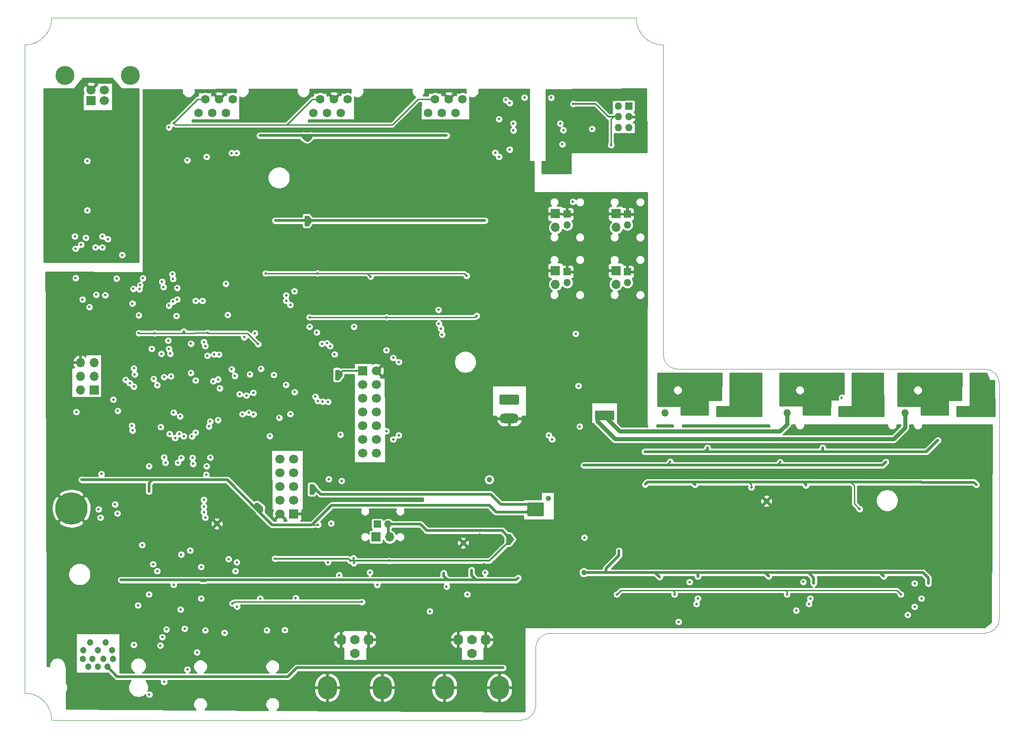
<source format=gbr>
G04 #@! TF.GenerationSoftware,KiCad,Pcbnew,(5.1.4)-1*
G04 #@! TF.CreationDate,2020-03-11T17:26:51+00:00*
G04 #@! TF.ProjectId,FPS-2_v1_revB_II,4650532d-325f-4763-915f-726576425f49,v1_revB II*
G04 #@! TF.SameCoordinates,PX4c3f880PY8011fc8*
G04 #@! TF.FileFunction,Copper,L4,Bot*
G04 #@! TF.FilePolarity,Positive*
%FSLAX46Y46*%
G04 Gerber Fmt 4.6, Leading zero omitted, Abs format (unit mm)*
G04 Created by KiCad (PCBNEW (5.1.4)-1) date 2020-03-11 17:26:51*
%MOMM*%
%LPD*%
G04 APERTURE LIST*
%ADD10C,0.120000*%
%ADD11C,1.200000*%
%ADD12O,1.350000X1.350000*%
%ADD13R,1.350000X1.350000*%
%ADD14R,1.700000X1.700000*%
%ADD15O,1.700000X1.700000*%
%ADD16C,1.600000*%
%ADD17C,1.700000*%
%ADD18C,3.500000*%
%ADD19C,0.800000*%
%ADD20C,6.000000*%
%ADD21C,1.000000*%
%ADD22O,3.600000X1.800000*%
%ADD23C,0.100000*%
%ADD24C,1.800000*%
%ADD25O,3.556000X4.318000*%
%ADD26O,1.778000X2.032000*%
%ADD27C,1.778000*%
%ADD28C,0.500000*%
%ADD29C,0.500000*%
%ADD30C,0.250000*%
%ADD31C,0.750000*%
%ADD32C,0.300000*%
%ADD33C,0.350000*%
%ADD34C,0.230000*%
%ADD35C,0.254000*%
G04 APERTURE END LIST*
D10*
X77698000Y-16208600D02*
X77698000Y-26908600D01*
X77698000Y-16208600D02*
G75*
G02X80398000Y-13508600I2700000J0D01*
G01*
X160848000Y-13508600D02*
X80398000Y-13508600D01*
X77698000Y-26908600D02*
G75*
G02X74998000Y-29608600I-2700000J0D01*
G01*
X163548000Y-10808600D02*
G75*
G02X160848000Y-13508600I-2700000J0D01*
G01*
X160848000Y35391400D02*
G75*
G02X163548000Y32691400I0J-2700000D01*
G01*
X160848000Y35391400D02*
X103998000Y35391400D01*
X163548000Y32691400D02*
X163548000Y-10808600D01*
X-11902000Y100391400D02*
X96298000Y100391400D01*
X-16902000Y-24608600D02*
X-16902000Y95391400D01*
X74998000Y-29608600D02*
X-11902000Y-29608600D01*
X103998000Y35391400D02*
G75*
G02X101298000Y38091400I0J2700000D01*
G01*
X101298000Y95391400D02*
X101298000Y38091400D01*
X-11902000Y-29608600D02*
G75*
G03X-16902000Y-24608600I-5000000J0D01*
G01*
X96298000Y100391400D02*
G75*
G03X101298000Y95391400I5000000J0D01*
G01*
X-16902000Y95391400D02*
G75*
G03X-11902000Y100391400I0J5000000D01*
G01*
D11*
X-2365500Y-18233100D03*
X-4365500Y-18233100D03*
X-3365500Y-16633100D03*
X-715500Y-16633100D03*
X-565500Y-18233100D03*
X-1615500Y-19733100D03*
X-3365500Y-19733100D03*
X-5115500Y-19733100D03*
X-6165500Y-18233100D03*
X-6065500Y-16633100D03*
X-4815500Y-15233100D03*
X-1915500Y-15233100D03*
D12*
X83502500Y62067400D03*
D13*
X83502500Y64067400D03*
D12*
X83502500Y51399400D03*
D13*
X83502500Y53399400D03*
D14*
X81343500Y64149400D03*
D15*
X81343500Y61609400D03*
D14*
X81343500Y53629400D03*
D15*
X81343500Y51089400D03*
D13*
X94970600Y84099400D03*
D12*
X92970600Y84099400D03*
X94970600Y82099400D03*
X92970600Y82099400D03*
X94970600Y80099400D03*
X92970600Y80099400D03*
D16*
X20345000Y82854800D03*
X15265000Y82854800D03*
X17805000Y82854800D03*
X16535000Y85394800D03*
X21615000Y85394800D03*
X19075000Y85394800D03*
X41617500Y82854800D03*
X36537500Y82854800D03*
X39077500Y82854800D03*
X37807500Y85394800D03*
X42887500Y85394800D03*
X40347500Y85394800D03*
X62890000Y82854800D03*
X57810000Y82854800D03*
X60350000Y82854800D03*
X59080000Y85394800D03*
X64160000Y85394800D03*
X61620000Y85394800D03*
D14*
X48133000Y4292600D03*
D15*
X50673000Y4292600D03*
D12*
X50336200Y6680200D03*
D13*
X48336200Y6680200D03*
D17*
X30358000Y18751400D03*
X32898000Y18751400D03*
X30358000Y16211400D03*
X32898000Y16211400D03*
X30358000Y13671400D03*
X32898000Y13671400D03*
X30358000Y11131400D03*
X32898000Y11131400D03*
X30358000Y8591400D03*
D14*
X32898000Y8591400D03*
X-4652000Y85091400D03*
D17*
X-2152000Y85091400D03*
X-2152000Y87091400D03*
X-4652000Y87091400D03*
D18*
X-9422000Y89801400D03*
X2618000Y89801400D03*
D19*
X-6661010Y11182390D03*
X-8252000Y11841400D03*
X-9842990Y11182390D03*
X-10502000Y9591400D03*
X-9842990Y8000410D03*
X-8252000Y7341400D03*
X-6661010Y8000410D03*
X-6002000Y9591400D03*
D20*
X-8252000Y9591400D03*
D12*
X146050000Y27235400D03*
D13*
X146050000Y29235400D03*
D12*
X124206000Y27235400D03*
D13*
X124206000Y29235400D03*
D12*
X101600000Y27235400D03*
D13*
X101600000Y29235400D03*
D21*
X80010000Y11455400D03*
X18669000Y6756400D03*
X120396000Y10947400D03*
X69088000Y14935200D03*
X64262000Y3200400D03*
X86614000Y-2260600D03*
D22*
X72798000Y26231400D03*
D23*
G36*
X74372504Y30630196D02*
G01*
X74396773Y30626596D01*
X74420571Y30620635D01*
X74443671Y30612370D01*
X74465849Y30601880D01*
X74486893Y30589267D01*
X74506598Y30574653D01*
X74524777Y30558177D01*
X74541253Y30539998D01*
X74555867Y30520293D01*
X74568480Y30499249D01*
X74578970Y30477071D01*
X74587235Y30453971D01*
X74593196Y30430173D01*
X74596796Y30405904D01*
X74598000Y30381400D01*
X74598000Y29081400D01*
X74596796Y29056896D01*
X74593196Y29032627D01*
X74587235Y29008829D01*
X74578970Y28985729D01*
X74568480Y28963551D01*
X74555867Y28942507D01*
X74541253Y28922802D01*
X74524777Y28904623D01*
X74506598Y28888147D01*
X74486893Y28873533D01*
X74465849Y28860920D01*
X74443671Y28850430D01*
X74420571Y28842165D01*
X74396773Y28836204D01*
X74372504Y28832604D01*
X74348000Y28831400D01*
X71248000Y28831400D01*
X71223496Y28832604D01*
X71199227Y28836204D01*
X71175429Y28842165D01*
X71152329Y28850430D01*
X71130151Y28860920D01*
X71109107Y28873533D01*
X71089402Y28888147D01*
X71071223Y28904623D01*
X71054747Y28922802D01*
X71040133Y28942507D01*
X71027520Y28963551D01*
X71017030Y28985729D01*
X71008765Y29008829D01*
X71002804Y29032627D01*
X70999204Y29056896D01*
X70998000Y29081400D01*
X70998000Y30381400D01*
X70999204Y30405904D01*
X71002804Y30430173D01*
X71008765Y30453971D01*
X71017030Y30477071D01*
X71027520Y30499249D01*
X71040133Y30520293D01*
X71054747Y30539998D01*
X71071223Y30558177D01*
X71089402Y30574653D01*
X71109107Y30589267D01*
X71130151Y30601880D01*
X71152329Y30612370D01*
X71175429Y30620635D01*
X71199227Y30626596D01*
X71223496Y30630196D01*
X71248000Y30631400D01*
X74348000Y30631400D01*
X74372504Y30630196D01*
X74372504Y30630196D01*
G37*
D24*
X72798000Y29731400D03*
D17*
X48188000Y19801400D03*
X45648000Y19801400D03*
X48188000Y22341400D03*
X45648000Y22341400D03*
X48188000Y24881400D03*
X45648000Y24881400D03*
X48188000Y27421400D03*
X45648000Y27421400D03*
X48188000Y29961400D03*
X45648000Y29961400D03*
X48188000Y32501400D03*
X45648000Y32501400D03*
X48188000Y35041400D03*
D14*
X45648000Y35041400D03*
D25*
X60818000Y-23598600D03*
X70978000Y-23598600D03*
D26*
X63358000Y-14708600D03*
X68438000Y-14708600D03*
D27*
X65898000Y-14708600D03*
X65898000Y-17248600D03*
D25*
X39118000Y-23598600D03*
X49278000Y-23598600D03*
D26*
X41658000Y-14708600D03*
X46738000Y-14708600D03*
D27*
X44198000Y-14708600D03*
X44198000Y-17248600D03*
D14*
X92530000Y53629400D03*
D15*
X92530000Y51089400D03*
D14*
X92570000Y64149400D03*
D15*
X92570000Y61609400D03*
D12*
X94648000Y62067400D03*
D13*
X94648000Y64067400D03*
D12*
X94648000Y51399400D03*
D13*
X94648000Y53399400D03*
D15*
X-6604000Y36601400D03*
X-4064000Y36601400D03*
X-6604000Y34061400D03*
X-4064000Y34061400D03*
X-6604000Y31521400D03*
D14*
X-4064000Y31521400D03*
D28*
X6159500Y-24866600D03*
X8890000Y-22517100D03*
X134348000Y30091400D03*
X84548000Y66391400D03*
X36118800Y13741400D03*
X36118800Y12420600D03*
X36830000Y13233400D03*
X35180500Y63424400D03*
X35180500Y62224400D03*
X35880500Y62924400D03*
X36004500Y78701900D03*
X34734500Y78701900D03*
X16518000Y-12958600D03*
X-6382000Y14921400D03*
X66754000Y45251400D03*
X74448000Y-3276600D03*
X15748000Y-3784600D03*
X16510000Y-3784600D03*
X-7366000Y27457400D03*
X-508000Y29743400D03*
X26822400Y35458400D03*
X25400000Y31013400D03*
X19304000Y14891400D03*
X78460600Y10312400D03*
X6096000Y12725400D03*
X13462000Y14891400D03*
X76581000Y10248900D03*
X3200400Y50266600D03*
X78460600Y8712200D03*
X76517500Y8597900D03*
X26398000Y9091400D03*
X25798000Y-3658600D03*
X27898000Y-12958600D03*
X65798000Y-1808600D03*
X60648000Y-2358600D03*
X7148000Y42041400D03*
X16948000Y42091400D03*
X12548000Y42341400D03*
X98000Y52166400D03*
X25908000Y10337800D03*
X25425400Y27025600D03*
X26898600Y9779000D03*
X35369500Y78066900D03*
X35814000Y43241400D03*
X35814000Y44991400D03*
X26298000Y40030400D03*
X4191000Y42062400D03*
X4191000Y45364400D03*
X77548000Y9310900D03*
X37401500Y6565900D03*
X29464000Y62890400D03*
X68262500Y62890400D03*
X50673000Y62890400D03*
X47610500Y78652900D03*
X26606500Y78638400D03*
X50088800Y44983400D03*
X1625600Y14891400D03*
X406400Y14909800D03*
X914400Y-3657600D03*
X75604600Y85688400D03*
X61188600Y78638400D03*
X72847200Y84683600D03*
X72161400Y85242400D03*
X72847200Y76047600D03*
X-7493000Y52247800D03*
X-3810000Y60477400D03*
X-1270000Y57683400D03*
X-6858000Y72161400D03*
X-1652000Y72091400D03*
X-3810000Y72161400D03*
X-2540000Y78536800D03*
X508000Y83083400D03*
X3302000Y75971400D03*
X3556000Y59715400D03*
X-12776200Y57683400D03*
X-12446000Y61239400D03*
X-12700000Y65811400D03*
X-12700000Y70129400D03*
X-12446000Y75209400D03*
X-12700000Y80289400D03*
X-12700000Y86639400D03*
X3810000Y86893400D03*
X-1270000Y66319400D03*
X-7366000Y66573400D03*
X3556000Y57175400D03*
X3556000Y62001400D03*
X3556000Y66065400D03*
X3556000Y71399400D03*
X-10160000Y72923400D03*
X-10414000Y67843400D03*
X-10414000Y63271400D03*
X1524000Y67843400D03*
X-4052000Y76491400D03*
X-6959600Y77978000D03*
X-11176000Y76733400D03*
X-10702000Y59641400D03*
X-6172200Y80822800D03*
X-7752000Y86893400D03*
X1048000Y86891400D03*
X2032000Y73431400D03*
X-508000Y60477400D03*
X2298000Y55466400D03*
X-11125200Y55753000D03*
X-8877000Y58441400D03*
X-11268000Y82575400D03*
X-3452000Y83083400D03*
X-10652000Y85291400D03*
X-6352000Y88491400D03*
X-452000Y88491400D03*
X-3352000Y88891400D03*
X-152000Y84691400D03*
X-4252000Y78591400D03*
X3352800Y78943200D03*
X3810000Y82651600D03*
X-6654800Y84353400D03*
X304800Y27660600D03*
X8382000Y38227000D03*
X8509000Y51587400D03*
X9779000Y39141400D03*
X6604000Y39141400D03*
X8763000Y50571400D03*
X20320000Y51206400D03*
X17983200Y33147000D03*
X18872200Y33477200D03*
X20675600Y45415200D03*
X14027000Y22942400D03*
X13182600Y74066400D03*
X70891400Y81686400D03*
X70891400Y74701400D03*
X6858000Y-736600D03*
X41298000Y-2758600D03*
X6959600Y33604200D03*
X7620000Y-2006600D03*
X48348000Y-4558600D03*
X7620000Y32435800D03*
X4064000Y-8356600D03*
X58098000Y-9458600D03*
X1778000Y33426400D03*
X15748000Y-1244600D03*
X61198000Y-4858600D03*
X16891000Y37871400D03*
X46990000Y-2260600D03*
X22098000Y-2006600D03*
X24548000Y27341400D03*
X39218000Y-380600D03*
X23398000Y27041400D03*
X22352000Y-381000D03*
X13843000Y34696400D03*
X16764000Y74701400D03*
X70180200Y75463400D03*
X6096000Y17424400D03*
X-2717700Y15976700D03*
X71648000Y-19908600D03*
X4826000Y2819400D03*
X2540000Y32791400D03*
X68298000Y-2308600D03*
X65024000Y-6324600D03*
X6096000Y-6324600D03*
X3302000Y32156400D03*
X50038000Y23901400D03*
X10027000Y38246400D03*
X50038000Y38887400D03*
X85809600Y24773400D03*
X51308000Y22377400D03*
X24765000Y34442400D03*
X51308000Y37490400D03*
X80721200Y22377400D03*
X52324000Y23139400D03*
X29210000Y34315400D03*
X52348000Y36691400D03*
X80111600Y23139400D03*
X37290000Y53125400D03*
X64897000Y52666900D03*
X47117000Y52539900D03*
X27686000Y53111400D03*
X162204400Y27025600D03*
X158546800Y32131000D03*
X158800800Y27051000D03*
X162204400Y31546800D03*
X156133800Y28194000D03*
X162255200Y29413200D03*
X160096200Y28575000D03*
X161188400Y33629600D03*
X158623000Y34290000D03*
X159943800Y32867600D03*
X145288000Y-6324600D03*
X124206000Y-6324600D03*
X103378000Y-6324600D03*
X92710000Y-6324600D03*
X-5334000Y73939400D03*
X-5334000Y64795400D03*
X-1524000Y59461400D03*
X-7502000Y57691400D03*
X1123000Y56516400D03*
X149138000Y14441400D03*
X127738000Y13861400D03*
X97875500Y20093900D03*
X97958000Y14041400D03*
X107188000Y13995400D03*
X117602000Y13487400D03*
X159258000Y13995400D03*
X152146000Y22191400D03*
X130810000Y20853400D03*
X109474000Y20853400D03*
X137648000Y9491400D03*
X116484400Y33477200D03*
X116916200Y28575000D03*
X113563400Y28067000D03*
X118795800Y32334200D03*
X114223800Y32029400D03*
X111582200Y27584400D03*
X115620800Y27051000D03*
X119024400Y27025600D03*
X119075200Y29413200D03*
X119100600Y34239200D03*
X114325400Y34086800D03*
X134188200Y27584400D03*
X136829800Y32029400D03*
X141630400Y31546800D03*
X135966200Y27406600D03*
X140081000Y28067000D03*
X141681200Y29413200D03*
X138226800Y27051000D03*
X141706600Y34239200D03*
X136931400Y34086800D03*
X137566400Y29006800D03*
X139014200Y33045400D03*
X141630400Y27025600D03*
X-5588000Y59715400D03*
X-2540000Y59969400D03*
X-3810000Y57937400D03*
X-6481000Y58445400D03*
X-2540000Y57937400D03*
X-7620000Y59969400D03*
X11848000Y26641400D03*
X10648000Y27352400D03*
X-2006600Y49098200D03*
X4318000Y50190400D03*
X-3683000Y49174400D03*
X10541000Y52095400D03*
X10541000Y47904400D03*
X-4952000Y46891400D03*
X9779000Y47142400D03*
X10414000Y52984400D03*
X-6223000Y48285400D03*
X3022600Y47548800D03*
X11303000Y48285400D03*
X11303000Y50444400D03*
X14732000Y48031400D03*
X32258000Y47269400D03*
X32248000Y27091400D03*
X16002000Y48031400D03*
X31496000Y48031400D03*
X31448000Y32491400D03*
X31496000Y49047400D03*
X30198000Y26391400D03*
X4445000Y50952400D03*
X33020000Y49809400D03*
X33048000Y31141400D03*
X4953000Y52222400D03*
X85598000Y32283400D03*
X85090000Y41935400D03*
X89098000Y26341400D03*
X90498000Y26941400D03*
X89048000Y27441400D03*
X91798000Y26291400D03*
X91848000Y27441400D03*
X26670000Y-7086600D03*
X15748000Y-7086600D03*
X17448000Y19041400D03*
X20066000Y-13436600D03*
X9144000Y18059400D03*
X8559800Y-14224000D03*
X31242000Y-12928600D03*
X8890000Y19055400D03*
X8191500Y-15786100D03*
X16256000Y11201400D03*
X-203200Y10337800D03*
X18186400Y38125400D03*
X16256000Y9931400D03*
X-3251200Y9423400D03*
X19050000Y38100000D03*
X16510000Y7899400D03*
X-2895600Y7899400D03*
X17411700Y25717500D03*
X16256000Y8915400D03*
X254000Y8661400D03*
X17195800Y24790400D03*
X2921000Y24917400D03*
X14732000Y23647400D03*
X14986000Y-17056100D03*
X13208000Y-20231100D03*
X14248000Y17841400D03*
X3302000Y-15659100D03*
X3048000Y24028400D03*
X41511500Y34406400D03*
X40811500Y34906400D03*
X40811500Y33706400D03*
X73198000Y3941400D03*
X72498000Y3241400D03*
X72498000Y4441400D03*
X29408000Y301400D03*
X43357800Y-76200D03*
X44018200Y-533400D03*
X43942000Y381000D03*
X50546000Y-101600D03*
X142118000Y-2978600D03*
X150378000Y-4318600D03*
X120808000Y-2978600D03*
X100618000Y-3118600D03*
X93098000Y1771400D03*
X129138000Y-4268600D03*
X142508000Y18211400D03*
X122938000Y18191400D03*
X102570500Y18238900D03*
X107696000Y-3022600D03*
X86698000Y4191400D03*
X86598000Y17591400D03*
X106172000Y-4038600D03*
X13716000Y1803400D03*
X12527000Y22966400D03*
X104140000Y-11404600D03*
X12700000Y-12674600D03*
X11684000Y23393400D03*
X127218000Y-4002600D03*
X12058564Y1062477D03*
X12058564Y18941964D03*
X11430000Y18059400D03*
X11938000Y-9118600D03*
X125918000Y-9306600D03*
X147828000Y-4292600D03*
X10668000Y-4546600D03*
X10922000Y22631400D03*
X9906000Y23393400D03*
X9321800Y-12801600D03*
X146558000Y-10108600D03*
X59748000Y43791400D03*
X16510000Y39649400D03*
X147828000Y-8610600D03*
X107442000Y-8102600D03*
X128270000Y-8102600D03*
X18872200Y25984200D03*
X149098000Y-7086600D03*
X107696000Y-7086600D03*
X128524000Y-7086600D03*
X33248000Y-7008600D03*
X28448000Y23012400D03*
X13862843Y40124361D03*
X9652000Y40665400D03*
X19198000Y31841400D03*
X20828000Y215900D03*
X118287800Y24866600D03*
X140055600Y23418800D03*
X-8636000Y-26898600D03*
X-8382000Y-22580600D03*
X40055800Y8280400D03*
X40055800Y11277600D03*
X39698000Y-12858600D03*
X24498000Y18991400D03*
X36512500Y16027400D03*
X35433000Y4787900D03*
X44018200Y-2717800D03*
X65648000Y-7823200D03*
X59055000Y-1879600D03*
X69698000Y-6358600D03*
X65998000Y-21258600D03*
X43148000Y31841400D03*
X146248000Y13491400D03*
X82169000Y55905400D03*
X80750000Y30250000D03*
X89662000Y39841400D03*
X86400000Y36291400D03*
X92887800Y19151600D03*
X84328000Y18313400D03*
X151638000Y9423400D03*
X73101200Y20193000D03*
X67564000Y25679400D03*
X93980000Y41173400D03*
X97348000Y28641400D03*
X-11684000Y33553400D03*
X85852000Y42951400D03*
X97970000Y40591400D03*
X97866000Y38201400D03*
X92456000Y43459400D03*
X40132000Y43967400D03*
X38049200Y47929800D03*
X44032000Y49391400D03*
X85598000Y8661400D03*
X82550000Y4597400D03*
X80010000Y5613400D03*
X72390000Y34061400D03*
X74218800Y48691800D03*
X84448000Y58791400D03*
X79148000Y53591400D03*
X12446000Y34823400D03*
X-12446000Y42697400D03*
X-12452000Y48466400D03*
X-9652000Y44983400D03*
X-12509500Y-18389600D03*
X-8382000Y-19278600D03*
X141859000Y24866600D03*
X6096000Y5105400D03*
X6096000Y7137400D03*
X6096000Y11201400D03*
X1397000Y44856400D03*
X23304500Y50634900D03*
X18542000Y52857400D03*
X8382000Y86639400D03*
X5588000Y86639400D03*
X5588000Y82067400D03*
X5588000Y74701400D03*
X5588000Y69621400D03*
X5588000Y64287400D03*
X5588000Y59207400D03*
X5588000Y55143400D03*
X9144000Y72415400D03*
X8890000Y66573400D03*
X8636000Y61747400D03*
X9144000Y56921400D03*
X8382000Y79019400D03*
X26314400Y86182200D03*
X46863000Y72161400D03*
X42672000Y50825400D03*
X55372000Y47142400D03*
X58166000Y51079400D03*
X113284000Y24790400D03*
X120878600Y24892000D03*
X113792000Y21107400D03*
X134620000Y21107400D03*
X156718000Y21107400D03*
X122174000Y16027400D03*
X79048000Y65291400D03*
X82042000Y67589400D03*
X157226000Y1041400D03*
X161036000Y-11531600D03*
X161290000Y-2006600D03*
X158496000Y-6832600D03*
X148844000Y-10642600D03*
X153924000Y-8864600D03*
X136652000Y1041400D03*
X144780000Y533400D03*
X140335000Y1295400D03*
X141248000Y6491400D03*
X138248000Y10791400D03*
X157226000Y6883400D03*
X157480000Y12725400D03*
X154686000Y9423400D03*
X161671000Y13614400D03*
X161671000Y8280400D03*
X161544000Y3581400D03*
X155702000Y16027400D03*
X159766000Y16027400D03*
X161671000Y18821400D03*
X133858000Y9423400D03*
X132842000Y11709400D03*
X127254000Y9423400D03*
X124206000Y9423400D03*
X121158000Y8915400D03*
X119634000Y6629400D03*
X122682000Y6883400D03*
X124448000Y1541400D03*
X121920000Y533400D03*
X119634000Y-228600D03*
X119634000Y2057400D03*
X122174000Y3327400D03*
X120142000Y4597400D03*
X131064000Y4343400D03*
X125984000Y4089400D03*
X134366000Y4089400D03*
X136652000Y7137400D03*
X136448000Y9491400D03*
X153670000Y-4546600D03*
X149098000Y-5308600D03*
X90678000Y5105400D03*
X98044000Y9169400D03*
X102870000Y9169400D03*
X102870000Y6883400D03*
X110236000Y4343400D03*
X104394000Y25400D03*
X99822000Y279400D03*
X100076000Y3073400D03*
X96266000Y3327400D03*
X90424000Y2819400D03*
X93726000Y4089400D03*
X96774000Y6121400D03*
X98552000Y4851400D03*
X99822000Y7645400D03*
X85344000Y2819400D03*
X80518000Y2819400D03*
X76454000Y5105400D03*
X70248000Y-2358600D03*
X68098000Y-758600D03*
X69850000Y2819400D03*
X66294000Y2819400D03*
X61722000Y4470400D03*
X63881000Y6248400D03*
X58547000Y6629400D03*
X69088000Y6375400D03*
X-11684000Y-14452600D03*
X-12192000Y-9880600D03*
X-11938000Y-4800600D03*
X-11938000Y279400D03*
X-11938000Y5105400D03*
X-12192000Y9677400D03*
X-12065000Y18059400D03*
X-8763000Y20853400D03*
X-12192000Y24409400D03*
X-6502400Y-8255000D03*
X-8382000Y-12166600D03*
X8890000Y-26898600D03*
X4318000Y-26898600D03*
X762000Y-24104600D03*
X13462000Y4089400D03*
X25146000Y6629400D03*
X4572000Y-10388600D03*
X4572000Y-15722600D03*
X22098000Y-26390600D03*
X21590000Y-20548600D03*
X22352000Y-22580600D03*
X22606000Y-16992600D03*
X9652000Y-18262600D03*
X22606000Y-13944600D03*
X26924000Y-13944600D03*
X31242000Y-24866600D03*
X28194000Y-16738600D03*
X44548000Y-21008600D03*
X54498000Y-21108600D03*
X61398000Y-18808600D03*
X74676000Y-26898600D03*
X74676000Y-19024600D03*
X74930000Y-12293600D03*
X70548000Y-13058600D03*
X64548000Y-12758600D03*
X49598000Y-13258600D03*
X50038000Y-16738600D03*
X54864000Y-16738600D03*
X59182000Y-16738600D03*
X53086000Y-14452600D03*
X57404000Y-13690600D03*
X38498000Y-18308600D03*
X42848000Y-12808600D03*
X36068000Y-12928600D03*
X36576000Y-16230600D03*
X97282000Y25425400D03*
X94234000Y25425400D03*
X97790000Y45237400D03*
X96266000Y57683400D03*
X51054000Y86385400D03*
X58166000Y86944200D03*
X29972000Y81559400D03*
X54356000Y82702400D03*
X42672000Y72669400D03*
X72898000Y68160900D03*
X72946000Y62155400D03*
X72946000Y57075400D03*
X72876000Y53011400D03*
X70459600Y49758600D03*
X68834000Y45491400D03*
X69342000Y41935400D03*
X69342000Y37109400D03*
X69342000Y31267400D03*
X68148000Y33091400D03*
X62748000Y32791400D03*
X58166000Y31775400D03*
X54864000Y35077400D03*
X54948000Y39291400D03*
X58166000Y36093400D03*
X60960000Y39141400D03*
X66248000Y41391400D03*
X66421000Y59842400D03*
X69342000Y52603400D03*
X68834000Y55651400D03*
X69215000Y72796400D03*
X69532500Y69557900D03*
X78740000Y50571400D03*
X70231000Y60350400D03*
X78748000Y47891400D03*
X82042000Y48031400D03*
X84455000Y48158400D03*
X84328000Y43840400D03*
X86868000Y45339000D03*
X89535000Y46253400D03*
X94869000Y48412400D03*
X87648000Y63991400D03*
X81248000Y42443400D03*
X75057000Y33299400D03*
X75692000Y44475400D03*
X79248000Y45191400D03*
X57658000Y19329400D03*
X52578000Y16408400D03*
X46863000Y16408400D03*
X-9652000Y-7008600D03*
X-9398000Y13614400D03*
X-6096000Y22377400D03*
X-6223000Y19075400D03*
X10668000Y25552400D03*
X10033000Y29108400D03*
X8382000Y30632400D03*
X9652000Y32410400D03*
X56261000Y14757400D03*
X50139600Y17907000D03*
X54864000Y28727400D03*
X53594000Y18821400D03*
X37693600Y14046200D03*
X80264000Y-12166600D03*
X85344000Y-12166600D03*
X90297000Y-12166600D03*
X94615000Y-12166600D03*
X98679000Y-12166600D03*
X103378000Y-12166600D03*
X108204000Y-12166600D03*
X113157000Y-12166600D03*
X118745000Y-12166600D03*
X124079000Y-12166600D03*
X130683000Y-12166600D03*
X135763000Y-12166600D03*
X141097000Y-12166600D03*
X146177000Y-12166600D03*
X151638000Y-12166600D03*
X157353000Y-12039600D03*
X161671000Y-6705600D03*
X158750000Y22631400D03*
X150241000Y18440400D03*
X142367000Y16154400D03*
X146177000Y16027400D03*
X134175500Y15646400D03*
X137414000Y15900400D03*
X115951000Y15900400D03*
X104902000Y15646400D03*
X108966000Y18948400D03*
X100965000Y16027400D03*
X95250000Y16281400D03*
X89916000Y8915400D03*
X84709000Y13487400D03*
X102743000Y21107400D03*
X99060000Y21107400D03*
X100584000Y18948400D03*
X124358400Y21107400D03*
X120269000Y21107400D03*
X117221000Y21107400D03*
X119253000Y18821400D03*
X135128000Y19075400D03*
X138938000Y21234400D03*
X144272000Y21234400D03*
X149606000Y23647400D03*
X147574000Y9423400D03*
X138348000Y13491400D03*
X144448000Y7091400D03*
X141605000Y3581400D03*
X114300000Y6121400D03*
X116078000Y8407400D03*
X115697000Y13360400D03*
X119634000Y13487400D03*
X123571000Y13487400D03*
X100584000Y13360400D03*
X95123000Y13487400D03*
X91186000Y16408400D03*
X75438000Y21361400D03*
X65659000Y19964400D03*
X25248000Y15491400D03*
X21548000Y10441400D03*
X21463000Y5232400D03*
X18796000Y8534400D03*
X18669000Y3962400D03*
X13589000Y7137400D03*
X13589000Y12598400D03*
X19304000Y12852400D03*
X18542000Y-101600D03*
X16383000Y5486400D03*
X44450000Y-25628600D03*
X55626000Y-27152600D03*
X8509000Y26822400D03*
X8382000Y23266400D03*
X101346000Y24790400D03*
X108331000Y21107400D03*
X87071200Y26797000D03*
X83058000Y26644600D03*
X22400000Y-8600000D03*
X76327000Y29997400D03*
X57785000Y21488400D03*
X57912000Y24917400D03*
X58674000Y27584400D03*
X62230000Y26591400D03*
X65659000Y17805400D03*
X78948000Y19491400D03*
X69342000Y16662400D03*
X78948000Y14591400D03*
X81280000Y11455400D03*
X78548000Y11691400D03*
X73398000Y6491400D03*
X63373000Y14249400D03*
X59298000Y14091400D03*
X65913000Y15011400D03*
X25146000Y37109400D03*
X18669000Y44856400D03*
X15298000Y43466400D03*
X23495000Y44602400D03*
X-1651000Y37617400D03*
X1879600Y35483800D03*
X33020000Y54254400D03*
X40767000Y47015400D03*
X14859000Y53492400D03*
X28194000Y58191400D03*
X85852000Y30759400D03*
X95123000Y30886400D03*
X94996000Y33934400D03*
X90424000Y36474400D03*
X78848000Y24991400D03*
X89535000Y31013400D03*
X91440000Y32537400D03*
X96774000Y-7823200D03*
X100711000Y-7823200D03*
X100838000Y-6324600D03*
X98171000Y-6451600D03*
X109601000Y-7721600D03*
X108585000Y-9245600D03*
X98933000Y-9372600D03*
X113538000Y-9245600D03*
X119380000Y-9245600D03*
X124460000Y-9118600D03*
X121412000Y-7721600D03*
X115697000Y-7721600D03*
X108712000Y-6324600D03*
X114681000Y-6324600D03*
X120904000Y-6324600D03*
X128651000Y-9499600D03*
X134239000Y-9499600D03*
X139446000Y-9499600D03*
X144780000Y-9499600D03*
X130937000Y-7721600D03*
X136398000Y-7721600D03*
X141986000Y-7721600D03*
X141732000Y-6324600D03*
X134493000Y-6324600D03*
X111506000Y-3657600D03*
X115697000Y-3784600D03*
X139954000Y-4165600D03*
X132588000Y-4546600D03*
X136525000Y-4038600D03*
X88011000Y-9372600D03*
X79883000Y-9372600D03*
X73025000Y-9372600D03*
X69215000Y-9372600D03*
X83947000Y-7823200D03*
X90678000Y-6197600D03*
X80645000Y-6324600D03*
X74168000Y-6324600D03*
X53721000Y-4800600D03*
X52070000Y-2895600D03*
X49657000Y-2133600D03*
X94361000Y-9372600D03*
X79883000Y-609600D03*
X73152000Y12725400D03*
X73075800Y16052800D03*
X14605000Y31775400D03*
X14351000Y29362400D03*
X12446000Y31140400D03*
X55499000Y-2768600D03*
X65913000Y-26009600D03*
X5080000Y1168400D03*
X5080000Y-2387600D03*
X3810000Y30251400D03*
X-2159000Y31521400D03*
X-762000Y35585400D03*
X1066800Y32283400D03*
X1270000Y28346400D03*
X23495000Y37490400D03*
X23495000Y33807400D03*
X10668000Y-9118600D03*
X7239000Y-4800600D03*
X10922000Y-7467600D03*
X63119000Y-9372600D03*
X12242800Y25400D03*
X76898500Y-3086100D03*
X1143000Y22567900D03*
X19494500Y-24803100D03*
X9207500Y-24739600D03*
X17780000Y-22834600D03*
X8890000Y-19850100D03*
X13843000Y-22517100D03*
X-2794000Y-26390600D03*
X-3619500Y-23469600D03*
X-2540000Y10947400D03*
X48818800Y55118000D03*
X51460400Y59156600D03*
X53949600Y57581800D03*
X19075400Y55092600D03*
X75819000Y39395400D03*
X9207500Y-16548100D03*
X914400Y-18643600D03*
X130581400Y23444200D03*
X129336800Y21158200D03*
X131148000Y9391400D03*
X110148000Y9391400D03*
X78548000Y58391400D03*
X81048000Y39591400D03*
X76648000Y51991400D03*
X75844400Y55702200D03*
X76548000Y59591400D03*
X75780900Y63093600D03*
X75869800Y65925700D03*
X135748000Y13391400D03*
X-7152000Y4491400D03*
X39648000Y66691400D03*
X14938000Y57429400D03*
X14298000Y25791400D03*
X28248000Y37041400D03*
X19248000Y30841400D03*
X17248000Y22591400D03*
X19198000Y26641400D03*
X27635200Y330200D03*
X18998000Y39991400D03*
X49657000Y-7797800D03*
X76835000Y-7823200D03*
X69748000Y-7823200D03*
X53594000Y-7797800D03*
X91598000Y21741400D03*
X89250000Y22750000D03*
X132098000Y-1408600D03*
X132998000Y-3308600D03*
X124798000Y-808600D03*
X97748000Y32091400D03*
X140648000Y19091400D03*
X85048000Y16841400D03*
X26748000Y-18608600D03*
X34248000Y-21308600D03*
X27798000Y-23058600D03*
X69998000Y-17508600D03*
X58898000Y-7808600D03*
X62890400Y-7823200D03*
X-9252000Y48991400D03*
X-3835400Y53041400D03*
X-12002000Y52641400D03*
X4223000Y53041400D03*
X13208000Y23647400D03*
X32766000Y24282400D03*
X38100000Y19075400D03*
X41656000Y18821400D03*
X41656000Y16154400D03*
X55372000Y11201400D03*
X42545000Y9169400D03*
X56261000Y3479800D03*
X43053000Y3708400D03*
X24003000Y3708400D03*
X31877000Y3708400D03*
X51181000Y11226800D03*
X54229000Y9169400D03*
X51943000Y7391400D03*
X55245000Y7899400D03*
X62992000Y660400D03*
X72898000Y-2514600D03*
X52705000Y-1117600D03*
X24612600Y330200D03*
X11480800Y46431200D03*
X36779200Y11430000D03*
X46939200Y11226800D03*
X41910000Y11328400D03*
X38036500Y4279900D03*
X2413000Y4038600D03*
X2387600Y-4673600D03*
X2413000Y-2616200D03*
X2463800Y-12700000D03*
X1143000Y-16179800D03*
X2286000Y-20116800D03*
X5765800Y-20091400D03*
X-3352800Y-12522200D03*
X-5892800Y-13004800D03*
X-3124200Y-21107400D03*
X-5511800Y-21183600D03*
X43332400Y19354800D03*
X43281600Y16205200D03*
X41275000Y-482600D03*
X42291000Y24155400D03*
X35179000Y13360400D03*
X39992300Y31877000D03*
X40055800Y30264100D03*
X36283900Y35941000D03*
X36296600Y33566100D03*
X34124900Y34696400D03*
X27355800Y11823700D03*
X25438100Y12242800D03*
X23926800Y10096500D03*
X23977600Y13906500D03*
X161747200Y23444200D03*
X-1905000Y22631400D03*
X40767000Y79527400D03*
X12319000Y58953400D03*
X6096000Y15646400D03*
X67310000Y4724400D03*
X66040000Y8280400D03*
X63550800Y80238600D03*
X15192000Y67349400D03*
X39878000Y54381400D03*
X30124400Y55803800D03*
X61264800Y51282600D03*
X34137600Y45643800D03*
X34239200Y50063400D03*
X42113200Y39547800D03*
X88138000Y21005800D03*
X31940500Y59905900D03*
X36766500Y72224900D03*
X37973000Y68224400D03*
X49212500Y68541900D03*
X53784500Y70510400D03*
X54292500Y65811400D03*
X65151000Y68986400D03*
X64389000Y73494900D03*
X51562000Y73621900D03*
X12700000Y79019400D03*
X12065000Y70764400D03*
X12065000Y63779400D03*
X14287500Y63588900D03*
X15684500Y60540900D03*
X24765000Y60350400D03*
X33655000Y64541400D03*
X19050000Y71843900D03*
X15303500Y72986900D03*
X40068500Y71907400D03*
X56705500Y71716900D03*
X56324500Y73812400D03*
X52451000Y49999900D03*
X54419500Y51904900D03*
X46545500Y60350400D03*
X40449500Y58191400D03*
X37909500Y55016400D03*
X36449000Y58000900D03*
X38163500Y61175900D03*
X36449000Y64795400D03*
X25844500Y73431400D03*
X25781000Y68287900D03*
X59182000Y80225900D03*
X68834000Y86448900D03*
X29210000Y27203400D03*
X28892500Y32791400D03*
X39497000Y27838400D03*
X38100000Y-2768600D03*
X31305500Y-2705100D03*
X46482000Y-7848600D03*
X55562500Y-1117600D03*
X51498500Y-4800600D03*
X49593500Y-4610100D03*
X17145000Y-17056100D03*
X13081000Y-16548100D03*
X15684500Y-8420100D03*
X21285200Y-584200D03*
X12090400Y-13385800D03*
X50139600Y21412200D03*
X-3251200Y28676600D03*
X-10007600Y28930600D03*
X6096000Y19126200D03*
X5791200Y35941000D03*
X31343600Y30556200D03*
X28498800Y43865800D03*
X21488400Y19075400D03*
X17272000Y31115000D03*
X23520400Y40106600D03*
X2946400Y38176200D03*
X3708400Y40716200D03*
X42773600Y81356200D03*
X14325600Y81407000D03*
X16560800Y81407000D03*
X37642800Y81356200D03*
X18745200Y81407000D03*
X40487600Y81407000D03*
X24282400Y82169000D03*
X45770800Y82473800D03*
X50495200Y81864200D03*
X48514000Y84302600D03*
X28448000Y84201000D03*
X34442400Y85217000D03*
X54102000Y85471000D03*
X37236400Y86893400D03*
X9347200Y84201000D03*
X21336000Y21513800D03*
X6096000Y21717000D03*
X1574800Y17856200D03*
X1574800Y19481800D03*
X-457200Y-13385800D03*
X1828800Y-8610600D03*
X1066800Y-1143000D03*
X1574800Y6883400D03*
X1270000Y1803400D03*
X-4876800Y2463800D03*
X87503000Y66954400D03*
X97790000Y67843400D03*
X94742000Y66700400D03*
X90297000Y66700400D03*
X76708000Y69875400D03*
X74803000Y72796400D03*
X74422000Y86766400D03*
X76200000Y74447400D03*
X72771000Y39141400D03*
X72771000Y44602400D03*
X73736200Y82854800D03*
X73685400Y83947000D03*
X18364200Y34798000D03*
X22631400Y72110600D03*
X20751800Y52349400D03*
X38227000Y76149200D03*
X56769000Y76123800D03*
X27609800Y76149200D03*
X23977600Y76123800D03*
X14020800Y76555600D03*
X30556200Y79451200D03*
X67564000Y76149200D03*
X48133000Y76149200D03*
X62407800Y21590000D03*
X62382400Y19456400D03*
X70002400Y21285200D03*
X94437200Y9652000D03*
X157581600Y9525000D03*
X128295400Y23622000D03*
X152222200Y23444200D03*
X113563400Y18999200D03*
X1905000Y52476400D03*
X16535400Y-14986000D03*
X12242800Y-14960600D03*
X-8274200Y53041400D03*
X-1143000Y53035200D03*
X2235200Y11201400D03*
X80500000Y35000000D03*
X28100000Y-2900000D03*
X-8600000Y42600000D03*
X-400000Y40100000D03*
X-10900000Y37800000D03*
X45529500Y-7721600D03*
X21540000Y-8000000D03*
X100863400Y31369000D03*
X111429800Y34010600D03*
X111556800Y30048200D03*
X105054400Y27203400D03*
X109238000Y27781400D03*
X104089200Y29464000D03*
X105816400Y32004000D03*
X104216200Y33883600D03*
X107873800Y33985200D03*
X107048000Y28891400D03*
X101498400Y34086800D03*
X129641600Y28778200D03*
X126720600Y29489400D03*
X131869400Y27806800D03*
X123571000Y32181800D03*
X134061200Y34036000D03*
X128447800Y31851600D03*
X124129800Y34112200D03*
X130505200Y34010600D03*
X127748000Y27291400D03*
X126848000Y34091400D03*
X148539200Y29464000D03*
X155879800Y34010600D03*
X155905200Y30353000D03*
X148666200Y33883600D03*
X152323800Y33985200D03*
X145948400Y34086800D03*
X149504400Y27203400D03*
X153688000Y27781400D03*
X150444200Y31292800D03*
X145389600Y32156400D03*
X152120600Y28194000D03*
X16256000Y40411400D03*
X44043600Y43256200D03*
X22860000Y30759400D03*
X23698000Y41291400D03*
X24130000Y30505400D03*
X25698000Y42041400D03*
X36898000Y30291400D03*
X37148000Y42191400D03*
X38098000Y40091400D03*
X37325300Y29514800D03*
X60148000Y42891400D03*
X38248000Y29391400D03*
X39048000Y40191400D03*
X39624000Y39649400D03*
X60348000Y41791400D03*
X39243000Y29324300D03*
X16764000Y17424400D03*
X16698000Y15841400D03*
X14148000Y18991400D03*
X39370000Y15011400D03*
X39814500Y6819900D03*
X41757600Y14681200D03*
X8255000Y24663400D03*
X41529000Y23266400D03*
X9779000Y80162400D03*
X3302000Y35534600D03*
X11176000Y45237400D03*
X59690000Y46380400D03*
X10668000Y80924400D03*
X3454400Y34417000D03*
X10160000Y34061400D03*
X40449500Y38125400D03*
X14732000Y33299400D03*
X8890000Y33934400D03*
X80554600Y85660000D03*
X82600800Y77038200D03*
X84632800Y84505800D03*
X91643200Y76885800D03*
X79629000Y72161400D03*
X82677000Y72669400D03*
X84531200Y78714600D03*
X97409000Y77876400D03*
X97663000Y86766400D03*
X93980000Y86893400D03*
X90932000Y84226400D03*
X83947000Y83210400D03*
X81661000Y86131400D03*
X85725000Y86766400D03*
X86233000Y76860400D03*
X97917000Y82321400D03*
X81407000Y74828400D03*
X89865200Y86893400D03*
X86664800Y80162400D03*
X90805000Y81102200D03*
X89382600Y82423000D03*
X82626200Y78663800D03*
X83718400Y80162400D03*
X90805000Y75717400D03*
X97332800Y75971400D03*
X83820000Y75641200D03*
X94538800Y77393800D03*
X88120400Y79865400D03*
X82804000Y79629000D03*
X82219800Y80873600D03*
X73558400Y79603600D03*
X21996400Y34137600D03*
X22326600Y75387200D03*
X21399500Y35369500D03*
X73533000Y80873600D03*
X21386800Y75387200D03*
D29*
X61958000Y-3658600D02*
X28678000Y-3658600D01*
D30*
X28578000Y-3758600D02*
X28678000Y-3658600D01*
D29*
X8308000Y14891400D02*
X9358000Y14891400D01*
D30*
X9238000Y14771400D02*
X9358000Y14891400D01*
X66500000Y44997400D02*
X52530000Y44997400D01*
X66754000Y45251400D02*
X66500000Y44997400D01*
D29*
X74448000Y-3276600D02*
X74066000Y-3658600D01*
X67948000Y-3658600D02*
X61958000Y-3658600D01*
X74066000Y-3658600D02*
X67948000Y-3658600D01*
X15748000Y-3784600D02*
X16510000Y-3784600D01*
X16510000Y-3784600D02*
X16636000Y-3658600D01*
X16636000Y-3658600D02*
X28678000Y-3658600D01*
D30*
X14606000Y42041400D02*
X14616000Y42051400D01*
X14224000Y42041400D02*
X14606000Y42041400D01*
X13822000Y42041400D02*
X14224000Y42041400D01*
D29*
X6738000Y14891400D02*
X8308000Y14891400D01*
X6096000Y14249400D02*
X6738000Y14891400D01*
X6096000Y12725400D02*
X6096000Y14249400D01*
X13462000Y14891400D02*
X19304000Y14891400D01*
X9358000Y14891400D02*
X13462000Y14891400D01*
X20598000Y14891400D02*
X19304000Y14891400D01*
X26398000Y9091400D02*
X20598000Y14891400D01*
X25798000Y-3658600D02*
X28478000Y-3658600D01*
X66666000Y-3648600D02*
X69788000Y-3648600D01*
X65798000Y-1808600D02*
X65798000Y-2780600D01*
X65798000Y-2780600D02*
X66666000Y-3648600D01*
X60648000Y-2908600D02*
X60648000Y-2358600D01*
X61958000Y-3658600D02*
X61398000Y-3658600D01*
X61398000Y-3658600D02*
X60648000Y-2908600D01*
D30*
X7148000Y42041400D02*
X13822000Y42041400D01*
X14616000Y42051400D02*
X16908000Y42051400D01*
X16908000Y42051400D02*
X16948000Y42091400D01*
X12258000Y42051400D02*
X12548000Y42341400D01*
X12848000Y42041400D02*
X12548000Y42341400D01*
X12848000Y42041400D02*
X13822000Y42041400D01*
D29*
X71196200Y10363200D02*
X77165200Y10363200D01*
X69342000Y12217400D02*
X71196200Y10363200D01*
X36118800Y13258800D02*
X36855400Y13258800D01*
X37896800Y12217400D02*
X69342000Y12217400D01*
X36855400Y13258800D02*
X37896800Y12217400D01*
D30*
X35820000Y44997400D02*
X52530000Y44997400D01*
X35814000Y44991400D02*
X35820000Y44997400D01*
X24287000Y42041400D02*
X16998000Y42041400D01*
X16998000Y42041400D02*
X16948000Y42091400D01*
X26298000Y40030400D02*
X24287000Y42041400D01*
X4212000Y42041400D02*
X7148000Y42041400D01*
X4191000Y42062400D02*
X4212000Y42041400D01*
D29*
X26378000Y9061400D02*
X26398000Y9091400D01*
X76073000Y8915400D02*
X70358000Y8915400D01*
X77343000Y10185400D02*
X76073000Y8915400D01*
X70358000Y8915400D02*
X69088000Y10185400D01*
X69088000Y10185400D02*
X39941500Y10185400D01*
X28898000Y6541400D02*
X26378000Y9061400D01*
X39941500Y10185400D02*
X36297500Y6541400D01*
X36297500Y6541400D02*
X28898000Y6541400D01*
D30*
X36297500Y6541400D02*
X37377000Y6541400D01*
X37377000Y6541400D02*
X37401500Y6565900D01*
D29*
X68262500Y62890400D02*
X50673000Y62890400D01*
X50673000Y62890400D02*
X29464000Y62890400D01*
D30*
X50102800Y44997400D02*
X52530000Y44997400D01*
X50088800Y44983400D02*
X50102800Y44997400D01*
D29*
X1810400Y14891400D02*
X8308000Y14891400D01*
X1034400Y14891400D02*
X1810400Y14891400D01*
X-6352000Y14891400D02*
X-6382000Y14921400D01*
X997600Y14891400D02*
X-6352000Y14891400D01*
X914400Y-3657600D02*
X915400Y-3658600D01*
X16384000Y-3658600D02*
X16510000Y-3784600D01*
X915400Y-3658600D02*
X16384000Y-3658600D01*
X61188600Y78638400D02*
X26606500Y78638400D01*
X216000Y-21564600D02*
X-1615500Y-19733100D01*
X71648000Y-19908600D02*
X33448000Y-19908600D01*
X33448000Y-19908600D02*
X31792000Y-21564600D01*
X31792000Y-21564600D02*
X216000Y-21564600D01*
D30*
X37290000Y53125400D02*
X45926000Y53125400D01*
X64897000Y52666900D02*
X64438500Y53125400D01*
X64438500Y53125400D02*
X45926000Y53125400D01*
X46531500Y53125400D02*
X45926000Y53125400D01*
X47117000Y52539900D02*
X46531500Y53125400D01*
X27686000Y53111400D02*
X27700000Y53125400D01*
X27700000Y53125400D02*
X37290000Y53125400D01*
X92710000Y-6324600D02*
X93472000Y-5562600D01*
X93472000Y-5562600D02*
X102616000Y-5562600D01*
X103378000Y-5943600D02*
X103378000Y-6324600D01*
X102616000Y-5562600D02*
X102997000Y-5562600D01*
X102997000Y-5562600D02*
X103378000Y-5943600D01*
X144526000Y-5562600D02*
X145288000Y-6324600D01*
X124206000Y-5816600D02*
X123952000Y-5562600D01*
X124206000Y-6324600D02*
X124206000Y-5816600D01*
X102616000Y-5562600D02*
X123952000Y-5562600D01*
X123952000Y-5562600D02*
X144526000Y-5562600D01*
D29*
X149108000Y14471400D02*
X149138000Y14441400D01*
X127738000Y13861400D02*
X127688000Y13861400D01*
X127738000Y14031400D02*
X127298000Y14471400D01*
X127738000Y13861400D02*
X127738000Y14031400D01*
X127298000Y14471400D02*
X127828000Y14471400D01*
X98388000Y14471400D02*
X104088000Y14471400D01*
X97958000Y14041400D02*
X98388000Y14471400D01*
X106712000Y14471400D02*
X104088000Y14471400D01*
X107188000Y13995400D02*
X106712000Y14471400D01*
X104088000Y14471400D02*
X116872000Y14471400D01*
X116872000Y14471400D02*
X127298000Y14471400D01*
D30*
X117126000Y14471400D02*
X116872000Y14471400D01*
X117602000Y13487400D02*
X117602000Y13995400D01*
X117602000Y13995400D02*
X117126000Y14471400D01*
D29*
X138398000Y14471400D02*
X149108000Y14471400D01*
X127828000Y14471400D02*
X138398000Y14471400D01*
X158812000Y14441400D02*
X149138000Y14441400D01*
X159258000Y13995400D02*
X158812000Y14441400D01*
X97875500Y20093900D02*
X109740500Y20093900D01*
X130968000Y20091400D02*
X109728000Y20091400D01*
X149987000Y20091400D02*
X130968000Y20091400D01*
X152146000Y22191400D02*
X152087000Y22191400D01*
X152087000Y22191400D02*
X149987000Y20091400D01*
X130810000Y20345400D02*
X130556000Y20091400D01*
X130810000Y20853400D02*
X130810000Y20345400D01*
X109728000Y20091400D02*
X110236000Y20091400D01*
X109220000Y20345400D02*
X108966000Y20091400D01*
X109474000Y20853400D02*
X109474000Y20345400D01*
X109474000Y20345400D02*
X109220000Y20345400D01*
D30*
X135968000Y14471400D02*
X138398000Y14471400D01*
X137648000Y9491400D02*
X136648000Y10491400D01*
X136648000Y13791400D02*
X135968000Y14471400D01*
X136648000Y10491400D02*
X136648000Y13791400D01*
D29*
X90424000Y26695400D02*
X90424000Y27203400D01*
D31*
X122908000Y23901400D02*
X93218000Y23901400D01*
X124206000Y27235400D02*
X124206000Y25199400D01*
X93218000Y23901400D02*
X90424000Y26695400D01*
X124206000Y25199400D02*
X122908000Y23901400D01*
X92392000Y22441400D02*
X89098000Y25735400D01*
X143948000Y22441400D02*
X92392000Y22441400D01*
X146050000Y27235400D02*
X146050000Y24543400D01*
X89098000Y25735400D02*
X89098000Y26641400D01*
X146050000Y24543400D02*
X143948000Y22441400D01*
D32*
X43307000Y-101600D02*
X43307000Y-101600D01*
D29*
X50393600Y6622800D02*
X50336200Y6680200D01*
X50673000Y4292600D02*
X50393600Y4572000D01*
X50393600Y4572000D02*
X50393600Y6622800D01*
D33*
X41956000Y35041400D02*
X45648000Y35041400D01*
X41321000Y34406400D02*
X41956000Y35041400D01*
D29*
X56337200Y6680200D02*
X50336200Y6680200D01*
X57531000Y5486400D02*
X56388000Y6629400D01*
X72448000Y4491400D02*
X71453000Y5486400D01*
X71453000Y5486400D02*
X57531000Y5486400D01*
D32*
X69155000Y-101600D02*
X72498000Y3241400D01*
X43383200Y-101600D02*
X69155000Y-101600D01*
X43002200Y279400D02*
X43383200Y-101600D01*
X29408000Y301400D02*
X29430000Y279400D01*
X29430000Y279400D02*
X43002200Y279400D01*
D29*
X141438000Y-2298600D02*
X142118000Y-2978600D01*
X119848000Y-2298600D02*
X120128000Y-2298600D01*
X120128000Y-2298600D02*
X120808000Y-2978600D01*
X99738000Y-2278600D02*
X99778000Y-2278600D01*
X100288000Y-2298600D02*
X119848000Y-2298600D01*
X99778000Y-2278600D02*
X100618000Y-3118600D01*
X90708000Y-2298600D02*
X90708000Y-1518600D01*
X90708000Y-2298600D02*
X100288000Y-2298600D01*
X90708000Y-1518600D02*
X93098000Y871400D01*
X93098000Y871400D02*
X93098000Y1771400D01*
X128188000Y-2298600D02*
X129138000Y-3248600D01*
X128188000Y-2298600D02*
X145698000Y-2298600D01*
X119848000Y-2298600D02*
X128188000Y-2298600D01*
X129138000Y-3248600D02*
X129138000Y-4268600D01*
X145698000Y-2298600D02*
X149368000Y-2298600D01*
X150378000Y-3308600D02*
X150378000Y-4318600D01*
X149368000Y-2298600D02*
X150378000Y-3308600D01*
D30*
X122938000Y18191400D02*
X122358000Y17611400D01*
X122358000Y17611400D02*
X122268000Y17611400D01*
X101943000Y17611400D02*
X101538000Y17611400D01*
X102570500Y18238900D02*
X101943000Y17611400D01*
D29*
X107696000Y-2446600D02*
X107538000Y-2288600D01*
X107696000Y-3022600D02*
X107696000Y-2446600D01*
X86618000Y17611400D02*
X101538000Y17611400D01*
X86598000Y17591400D02*
X86618000Y17611400D01*
X141908000Y17611400D02*
X142508000Y18211400D01*
X101538000Y17611400D02*
X141908000Y17611400D01*
X86652000Y-2298600D02*
X90708000Y-2298600D01*
X86614000Y-2260600D02*
X86652000Y-2298600D01*
D30*
X14938000Y57429400D02*
X14952000Y57443400D01*
X45516500Y-7708600D02*
X45529500Y-7721600D01*
X21831400Y-7708600D02*
X45516500Y-7708600D01*
X21540000Y-8000000D02*
X21831400Y-7708600D01*
X10668000Y80924400D02*
X10541000Y80924400D01*
X15138400Y85394800D02*
X10668000Y80924400D01*
X16458800Y85394800D02*
X15138400Y85394800D01*
X10947400Y80645000D02*
X10668000Y80924400D01*
X51155600Y80645000D02*
X10947400Y80645000D01*
X59080000Y85394800D02*
X55905400Y85394800D01*
X55905400Y85394800D02*
X51155600Y80645000D01*
X31597600Y80645000D02*
X31445200Y80645000D01*
X37807500Y85394800D02*
X36347400Y85394800D01*
X36347400Y85394800D02*
X31597600Y80645000D01*
D32*
X91154000Y82099400D02*
X92970600Y82099400D01*
X84632800Y84505800D02*
X88747600Y84505800D01*
X88747600Y84505800D02*
X91154000Y82099400D01*
D34*
X92081600Y82099400D02*
X92970600Y82099400D01*
X91643200Y81661000D02*
X92081600Y82099400D01*
X91643200Y76885800D02*
X91643200Y81661000D01*
D35*
G36*
X92075000Y26060400D02*
G01*
X88773000Y26060400D01*
X88773000Y27614400D01*
X92075000Y27614400D01*
X92075000Y26060400D01*
X92075000Y26060400D01*
G37*
X92075000Y26060400D02*
X88773000Y26060400D01*
X88773000Y27614400D01*
X92075000Y27614400D01*
X92075000Y26060400D01*
G36*
X951234Y87309149D02*
G01*
X969139Y87291851D01*
X990076Y87278379D01*
X1013238Y87269250D01*
X1048388Y87264401D01*
X4191000Y87274011D01*
X4191000Y55245000D01*
X-13335000Y55245000D01*
X-13335000Y56588003D01*
X396000Y56588003D01*
X396000Y56444797D01*
X423938Y56304342D01*
X478741Y56172036D01*
X558302Y56052964D01*
X659564Y55951702D01*
X778636Y55872141D01*
X910942Y55817338D01*
X1051397Y55789400D01*
X1194603Y55789400D01*
X1335058Y55817338D01*
X1467364Y55872141D01*
X1586436Y55951702D01*
X1687698Y56052964D01*
X1767259Y56172036D01*
X1822062Y56304342D01*
X1850000Y56444797D01*
X1850000Y56588003D01*
X1822062Y56728458D01*
X1767259Y56860764D01*
X1687698Y56979836D01*
X1586436Y57081098D01*
X1467364Y57160659D01*
X1335058Y57215462D01*
X1194603Y57243400D01*
X1051397Y57243400D01*
X910942Y57215462D01*
X778636Y57160659D01*
X659564Y57081098D01*
X558302Y56979836D01*
X478741Y56860764D01*
X423938Y56728458D01*
X396000Y56588003D01*
X-13335000Y56588003D01*
X-13335000Y57763003D01*
X-8229000Y57763003D01*
X-8229000Y57619797D01*
X-8201062Y57479342D01*
X-8146259Y57347036D01*
X-8066698Y57227964D01*
X-7965436Y57126702D01*
X-7846364Y57047141D01*
X-7714058Y56992338D01*
X-7573603Y56964400D01*
X-7430397Y56964400D01*
X-7289942Y56992338D01*
X-7157636Y57047141D01*
X-7038564Y57126702D01*
X-6937302Y57227964D01*
X-6857741Y57347036D01*
X-6802938Y57479342D01*
X-6775000Y57619797D01*
X-6775000Y57763003D01*
X-6778745Y57781831D01*
X-6693058Y57746338D01*
X-6552603Y57718400D01*
X-6409397Y57718400D01*
X-6268942Y57746338D01*
X-6136636Y57801141D01*
X-6017564Y57880702D01*
X-5916302Y57981964D01*
X-5898236Y58009003D01*
X-4537000Y58009003D01*
X-4537000Y57865797D01*
X-4509062Y57725342D01*
X-4454259Y57593036D01*
X-4374698Y57473964D01*
X-4273436Y57372702D01*
X-4154364Y57293141D01*
X-4022058Y57238338D01*
X-3881603Y57210400D01*
X-3738397Y57210400D01*
X-3597942Y57238338D01*
X-3465636Y57293141D01*
X-3346564Y57372702D01*
X-3245302Y57473964D01*
X-3175000Y57579179D01*
X-3104698Y57473964D01*
X-3003436Y57372702D01*
X-2884364Y57293141D01*
X-2752058Y57238338D01*
X-2611603Y57210400D01*
X-2468397Y57210400D01*
X-2327942Y57238338D01*
X-2195636Y57293141D01*
X-2076564Y57372702D01*
X-1975302Y57473964D01*
X-1895741Y57593036D01*
X-1840938Y57725342D01*
X-1813000Y57865797D01*
X-1813000Y58009003D01*
X-1840938Y58149458D01*
X-1895741Y58281764D01*
X-1975302Y58400836D01*
X-2076564Y58502098D01*
X-2195636Y58581659D01*
X-2327942Y58636462D01*
X-2468397Y58664400D01*
X-2611603Y58664400D01*
X-2752058Y58636462D01*
X-2884364Y58581659D01*
X-3003436Y58502098D01*
X-3104698Y58400836D01*
X-3175000Y58295621D01*
X-3245302Y58400836D01*
X-3346564Y58502098D01*
X-3465636Y58581659D01*
X-3597942Y58636462D01*
X-3738397Y58664400D01*
X-3881603Y58664400D01*
X-4022058Y58636462D01*
X-4154364Y58581659D01*
X-4273436Y58502098D01*
X-4374698Y58400836D01*
X-4454259Y58281764D01*
X-4509062Y58149458D01*
X-4537000Y58009003D01*
X-5898236Y58009003D01*
X-5836741Y58101036D01*
X-5781938Y58233342D01*
X-5754000Y58373797D01*
X-5754000Y58517003D01*
X-5781938Y58657458D01*
X-5836741Y58789764D01*
X-5916302Y58908836D01*
X-6017564Y59010098D01*
X-6136636Y59089659D01*
X-6268942Y59144462D01*
X-6409397Y59172400D01*
X-6552603Y59172400D01*
X-6693058Y59144462D01*
X-6825364Y59089659D01*
X-6944436Y59010098D01*
X-7045698Y58908836D01*
X-7125259Y58789764D01*
X-7180062Y58657458D01*
X-7208000Y58517003D01*
X-7208000Y58373797D01*
X-7204255Y58354969D01*
X-7289942Y58390462D01*
X-7430397Y58418400D01*
X-7573603Y58418400D01*
X-7714058Y58390462D01*
X-7846364Y58335659D01*
X-7965436Y58256098D01*
X-8066698Y58154836D01*
X-8146259Y58035764D01*
X-8201062Y57903458D01*
X-8229000Y57763003D01*
X-13335000Y57763003D01*
X-13335000Y60041003D01*
X-8347000Y60041003D01*
X-8347000Y59897797D01*
X-8319062Y59757342D01*
X-8264259Y59625036D01*
X-8184698Y59505964D01*
X-8083436Y59404702D01*
X-7964364Y59325141D01*
X-7832058Y59270338D01*
X-7691603Y59242400D01*
X-7548397Y59242400D01*
X-7407942Y59270338D01*
X-7275636Y59325141D01*
X-7156564Y59404702D01*
X-7055302Y59505964D01*
X-6975741Y59625036D01*
X-6920938Y59757342D01*
X-6915039Y59787003D01*
X-6315000Y59787003D01*
X-6315000Y59643797D01*
X-6287062Y59503342D01*
X-6232259Y59371036D01*
X-6152698Y59251964D01*
X-6051436Y59150702D01*
X-5932364Y59071141D01*
X-5800058Y59016338D01*
X-5659603Y58988400D01*
X-5516397Y58988400D01*
X-5375942Y59016338D01*
X-5243636Y59071141D01*
X-5124564Y59150702D01*
X-5023302Y59251964D01*
X-4943741Y59371036D01*
X-4888938Y59503342D01*
X-4861000Y59643797D01*
X-4861000Y59787003D01*
X-4888938Y59927458D01*
X-4935969Y60041003D01*
X-3267000Y60041003D01*
X-3267000Y59897797D01*
X-3239062Y59757342D01*
X-3184259Y59625036D01*
X-3104698Y59505964D01*
X-3003436Y59404702D01*
X-2884364Y59325141D01*
X-2752058Y59270338D01*
X-2611603Y59242400D01*
X-2468397Y59242400D01*
X-2327942Y59270338D01*
X-2234904Y59308876D01*
X-2223062Y59249342D01*
X-2168259Y59117036D01*
X-2088698Y58997964D01*
X-1987436Y58896702D01*
X-1868364Y58817141D01*
X-1736058Y58762338D01*
X-1595603Y58734400D01*
X-1452397Y58734400D01*
X-1311942Y58762338D01*
X-1179636Y58817141D01*
X-1060564Y58896702D01*
X-959302Y58997964D01*
X-879741Y59117036D01*
X-824938Y59249342D01*
X-797000Y59389797D01*
X-797000Y59533003D01*
X-824938Y59673458D01*
X-879741Y59805764D01*
X-959302Y59924836D01*
X-1060564Y60026098D01*
X-1179636Y60105659D01*
X-1311942Y60160462D01*
X-1452397Y60188400D01*
X-1595603Y60188400D01*
X-1736058Y60160462D01*
X-1829096Y60121924D01*
X-1840938Y60181458D01*
X-1895741Y60313764D01*
X-1975302Y60432836D01*
X-2076564Y60534098D01*
X-2195636Y60613659D01*
X-2327942Y60668462D01*
X-2468397Y60696400D01*
X-2611603Y60696400D01*
X-2752058Y60668462D01*
X-2884364Y60613659D01*
X-3003436Y60534098D01*
X-3104698Y60432836D01*
X-3184259Y60313764D01*
X-3239062Y60181458D01*
X-3267000Y60041003D01*
X-4935969Y60041003D01*
X-4943741Y60059764D01*
X-5023302Y60178836D01*
X-5124564Y60280098D01*
X-5243636Y60359659D01*
X-5375942Y60414462D01*
X-5516397Y60442400D01*
X-5659603Y60442400D01*
X-5800058Y60414462D01*
X-5932364Y60359659D01*
X-6051436Y60280098D01*
X-6152698Y60178836D01*
X-6232259Y60059764D01*
X-6287062Y59927458D01*
X-6315000Y59787003D01*
X-6915039Y59787003D01*
X-6893000Y59897797D01*
X-6893000Y60041003D01*
X-6920938Y60181458D01*
X-6975741Y60313764D01*
X-7055302Y60432836D01*
X-7156564Y60534098D01*
X-7275636Y60613659D01*
X-7407942Y60668462D01*
X-7548397Y60696400D01*
X-7691603Y60696400D01*
X-7832058Y60668462D01*
X-7964364Y60613659D01*
X-8083436Y60534098D01*
X-8184698Y60432836D01*
X-8264259Y60313764D01*
X-8319062Y60181458D01*
X-8347000Y60041003D01*
X-13335000Y60041003D01*
X-13335000Y64867003D01*
X-6061000Y64867003D01*
X-6061000Y64723797D01*
X-6033062Y64583342D01*
X-5978259Y64451036D01*
X-5898698Y64331964D01*
X-5797436Y64230702D01*
X-5678364Y64151141D01*
X-5546058Y64096338D01*
X-5405603Y64068400D01*
X-5262397Y64068400D01*
X-5121942Y64096338D01*
X-4989636Y64151141D01*
X-4870564Y64230702D01*
X-4769302Y64331964D01*
X-4689741Y64451036D01*
X-4634938Y64583342D01*
X-4607000Y64723797D01*
X-4607000Y64867003D01*
X-4634938Y65007458D01*
X-4689741Y65139764D01*
X-4769302Y65258836D01*
X-4870564Y65360098D01*
X-4989636Y65439659D01*
X-5121942Y65494462D01*
X-5262397Y65522400D01*
X-5405603Y65522400D01*
X-5546058Y65494462D01*
X-5678364Y65439659D01*
X-5797436Y65360098D01*
X-5898698Y65258836D01*
X-5978259Y65139764D01*
X-6033062Y65007458D01*
X-6061000Y64867003D01*
X-13335000Y64867003D01*
X-13335000Y74011003D01*
X-6061000Y74011003D01*
X-6061000Y73867797D01*
X-6033062Y73727342D01*
X-5978259Y73595036D01*
X-5898698Y73475964D01*
X-5797436Y73374702D01*
X-5678364Y73295141D01*
X-5546058Y73240338D01*
X-5405603Y73212400D01*
X-5262397Y73212400D01*
X-5121942Y73240338D01*
X-4989636Y73295141D01*
X-4870564Y73374702D01*
X-4769302Y73475964D01*
X-4689741Y73595036D01*
X-4634938Y73727342D01*
X-4607000Y73867797D01*
X-4607000Y74011003D01*
X-4634938Y74151458D01*
X-4689741Y74283764D01*
X-4769302Y74402836D01*
X-4870564Y74504098D01*
X-4989636Y74583659D01*
X-5121942Y74638462D01*
X-5262397Y74666400D01*
X-5405603Y74666400D01*
X-5546058Y74638462D01*
X-5678364Y74583659D01*
X-5797436Y74504098D01*
X-5898698Y74402836D01*
X-5978259Y74283764D01*
X-6033062Y74151458D01*
X-6061000Y74011003D01*
X-13335000Y74011003D01*
X-13335000Y83345611D01*
X-6161225Y83345611D01*
X-6158789Y83319799D01*
X-6151562Y83295974D01*
X-6139826Y83274018D01*
X-6124032Y83254772D01*
X-6104786Y83238978D01*
X-6082830Y83227242D01*
X-6059005Y83220015D01*
X-6034229Y83217575D01*
X-734229Y83217575D01*
X-708856Y83220135D01*
X-685067Y83227476D01*
X-663167Y83239318D01*
X-643997Y83255204D01*
X-628296Y83274524D01*
X-616665Y83296537D01*
X-609552Y83320396D01*
X-607230Y83345183D01*
X-630801Y88265608D01*
X-633240Y88289776D01*
X-640467Y88313601D01*
X-652203Y88335557D01*
X-667997Y88354803D01*
X-687243Y88370597D01*
X-709199Y88382333D01*
X-733024Y88389560D01*
X-757800Y88392000D01*
X-1888580Y88392000D01*
X-2021302Y88418400D01*
X-2282698Y88418400D01*
X-2415420Y88392000D01*
X-3407800Y88392000D01*
X-3433838Y88389302D01*
X-3457588Y88381834D01*
X-3479424Y88369876D01*
X-3498508Y88353888D01*
X-3514106Y88334483D01*
X-3525619Y88312409D01*
X-3532604Y88288513D01*
X-3534793Y88263713D01*
X-3531221Y87911397D01*
X-3623603Y87940192D01*
X-4472395Y87091400D01*
X-4458252Y87077257D01*
X-4637857Y86897652D01*
X-4652000Y86911795D01*
X-4666142Y86897652D01*
X-4845747Y87077257D01*
X-4831605Y87091400D01*
X-5680397Y87940192D01*
X-5929472Y87862557D01*
X-6055371Y87598517D01*
X-6127339Y87314989D01*
X-6142611Y87022869D01*
X-6100599Y86733381D01*
X-6002919Y86457653D01*
X-5962188Y86381451D01*
X-6010896Y86381299D01*
X-6034259Y86379058D01*
X-6058141Y86372025D01*
X-6080193Y86360469D01*
X-6099566Y86344832D01*
X-6115517Y86325716D01*
X-6127431Y86303856D01*
X-6134853Y86280091D01*
X-6137495Y86255336D01*
X-6161225Y83345611D01*
X-13335000Y83345611D01*
X-13335000Y87274400D01*
X-7852000Y87274400D01*
X-7827224Y87276840D01*
X-7803399Y87284067D01*
X-7781443Y87295803D01*
X-7762197Y87311597D01*
X-7753024Y87321821D01*
X-7111436Y88119797D01*
X-5500792Y88119797D01*
X-4652000Y87271005D01*
X-3803208Y88119797D01*
X-3880843Y88368872D01*
X-4144883Y88494771D01*
X-4428411Y88566739D01*
X-4720531Y88582011D01*
X-5010019Y88539999D01*
X-5285747Y88442319D01*
X-5423157Y88368872D01*
X-5500792Y88119797D01*
X-7111436Y88119797D01*
X-6191151Y89264400D01*
X-710729Y89264400D01*
X951234Y87309149D01*
X951234Y87309149D01*
G37*
X951234Y87309149D02*
X969139Y87291851D01*
X990076Y87278379D01*
X1013238Y87269250D01*
X1048388Y87264401D01*
X4191000Y87274011D01*
X4191000Y55245000D01*
X-13335000Y55245000D01*
X-13335000Y56588003D01*
X396000Y56588003D01*
X396000Y56444797D01*
X423938Y56304342D01*
X478741Y56172036D01*
X558302Y56052964D01*
X659564Y55951702D01*
X778636Y55872141D01*
X910942Y55817338D01*
X1051397Y55789400D01*
X1194603Y55789400D01*
X1335058Y55817338D01*
X1467364Y55872141D01*
X1586436Y55951702D01*
X1687698Y56052964D01*
X1767259Y56172036D01*
X1822062Y56304342D01*
X1850000Y56444797D01*
X1850000Y56588003D01*
X1822062Y56728458D01*
X1767259Y56860764D01*
X1687698Y56979836D01*
X1586436Y57081098D01*
X1467364Y57160659D01*
X1335058Y57215462D01*
X1194603Y57243400D01*
X1051397Y57243400D01*
X910942Y57215462D01*
X778636Y57160659D01*
X659564Y57081098D01*
X558302Y56979836D01*
X478741Y56860764D01*
X423938Y56728458D01*
X396000Y56588003D01*
X-13335000Y56588003D01*
X-13335000Y57763003D01*
X-8229000Y57763003D01*
X-8229000Y57619797D01*
X-8201062Y57479342D01*
X-8146259Y57347036D01*
X-8066698Y57227964D01*
X-7965436Y57126702D01*
X-7846364Y57047141D01*
X-7714058Y56992338D01*
X-7573603Y56964400D01*
X-7430397Y56964400D01*
X-7289942Y56992338D01*
X-7157636Y57047141D01*
X-7038564Y57126702D01*
X-6937302Y57227964D01*
X-6857741Y57347036D01*
X-6802938Y57479342D01*
X-6775000Y57619797D01*
X-6775000Y57763003D01*
X-6778745Y57781831D01*
X-6693058Y57746338D01*
X-6552603Y57718400D01*
X-6409397Y57718400D01*
X-6268942Y57746338D01*
X-6136636Y57801141D01*
X-6017564Y57880702D01*
X-5916302Y57981964D01*
X-5898236Y58009003D01*
X-4537000Y58009003D01*
X-4537000Y57865797D01*
X-4509062Y57725342D01*
X-4454259Y57593036D01*
X-4374698Y57473964D01*
X-4273436Y57372702D01*
X-4154364Y57293141D01*
X-4022058Y57238338D01*
X-3881603Y57210400D01*
X-3738397Y57210400D01*
X-3597942Y57238338D01*
X-3465636Y57293141D01*
X-3346564Y57372702D01*
X-3245302Y57473964D01*
X-3175000Y57579179D01*
X-3104698Y57473964D01*
X-3003436Y57372702D01*
X-2884364Y57293141D01*
X-2752058Y57238338D01*
X-2611603Y57210400D01*
X-2468397Y57210400D01*
X-2327942Y57238338D01*
X-2195636Y57293141D01*
X-2076564Y57372702D01*
X-1975302Y57473964D01*
X-1895741Y57593036D01*
X-1840938Y57725342D01*
X-1813000Y57865797D01*
X-1813000Y58009003D01*
X-1840938Y58149458D01*
X-1895741Y58281764D01*
X-1975302Y58400836D01*
X-2076564Y58502098D01*
X-2195636Y58581659D01*
X-2327942Y58636462D01*
X-2468397Y58664400D01*
X-2611603Y58664400D01*
X-2752058Y58636462D01*
X-2884364Y58581659D01*
X-3003436Y58502098D01*
X-3104698Y58400836D01*
X-3175000Y58295621D01*
X-3245302Y58400836D01*
X-3346564Y58502098D01*
X-3465636Y58581659D01*
X-3597942Y58636462D01*
X-3738397Y58664400D01*
X-3881603Y58664400D01*
X-4022058Y58636462D01*
X-4154364Y58581659D01*
X-4273436Y58502098D01*
X-4374698Y58400836D01*
X-4454259Y58281764D01*
X-4509062Y58149458D01*
X-4537000Y58009003D01*
X-5898236Y58009003D01*
X-5836741Y58101036D01*
X-5781938Y58233342D01*
X-5754000Y58373797D01*
X-5754000Y58517003D01*
X-5781938Y58657458D01*
X-5836741Y58789764D01*
X-5916302Y58908836D01*
X-6017564Y59010098D01*
X-6136636Y59089659D01*
X-6268942Y59144462D01*
X-6409397Y59172400D01*
X-6552603Y59172400D01*
X-6693058Y59144462D01*
X-6825364Y59089659D01*
X-6944436Y59010098D01*
X-7045698Y58908836D01*
X-7125259Y58789764D01*
X-7180062Y58657458D01*
X-7208000Y58517003D01*
X-7208000Y58373797D01*
X-7204255Y58354969D01*
X-7289942Y58390462D01*
X-7430397Y58418400D01*
X-7573603Y58418400D01*
X-7714058Y58390462D01*
X-7846364Y58335659D01*
X-7965436Y58256098D01*
X-8066698Y58154836D01*
X-8146259Y58035764D01*
X-8201062Y57903458D01*
X-8229000Y57763003D01*
X-13335000Y57763003D01*
X-13335000Y60041003D01*
X-8347000Y60041003D01*
X-8347000Y59897797D01*
X-8319062Y59757342D01*
X-8264259Y59625036D01*
X-8184698Y59505964D01*
X-8083436Y59404702D01*
X-7964364Y59325141D01*
X-7832058Y59270338D01*
X-7691603Y59242400D01*
X-7548397Y59242400D01*
X-7407942Y59270338D01*
X-7275636Y59325141D01*
X-7156564Y59404702D01*
X-7055302Y59505964D01*
X-6975741Y59625036D01*
X-6920938Y59757342D01*
X-6915039Y59787003D01*
X-6315000Y59787003D01*
X-6315000Y59643797D01*
X-6287062Y59503342D01*
X-6232259Y59371036D01*
X-6152698Y59251964D01*
X-6051436Y59150702D01*
X-5932364Y59071141D01*
X-5800058Y59016338D01*
X-5659603Y58988400D01*
X-5516397Y58988400D01*
X-5375942Y59016338D01*
X-5243636Y59071141D01*
X-5124564Y59150702D01*
X-5023302Y59251964D01*
X-4943741Y59371036D01*
X-4888938Y59503342D01*
X-4861000Y59643797D01*
X-4861000Y59787003D01*
X-4888938Y59927458D01*
X-4935969Y60041003D01*
X-3267000Y60041003D01*
X-3267000Y59897797D01*
X-3239062Y59757342D01*
X-3184259Y59625036D01*
X-3104698Y59505964D01*
X-3003436Y59404702D01*
X-2884364Y59325141D01*
X-2752058Y59270338D01*
X-2611603Y59242400D01*
X-2468397Y59242400D01*
X-2327942Y59270338D01*
X-2234904Y59308876D01*
X-2223062Y59249342D01*
X-2168259Y59117036D01*
X-2088698Y58997964D01*
X-1987436Y58896702D01*
X-1868364Y58817141D01*
X-1736058Y58762338D01*
X-1595603Y58734400D01*
X-1452397Y58734400D01*
X-1311942Y58762338D01*
X-1179636Y58817141D01*
X-1060564Y58896702D01*
X-959302Y58997964D01*
X-879741Y59117036D01*
X-824938Y59249342D01*
X-797000Y59389797D01*
X-797000Y59533003D01*
X-824938Y59673458D01*
X-879741Y59805764D01*
X-959302Y59924836D01*
X-1060564Y60026098D01*
X-1179636Y60105659D01*
X-1311942Y60160462D01*
X-1452397Y60188400D01*
X-1595603Y60188400D01*
X-1736058Y60160462D01*
X-1829096Y60121924D01*
X-1840938Y60181458D01*
X-1895741Y60313764D01*
X-1975302Y60432836D01*
X-2076564Y60534098D01*
X-2195636Y60613659D01*
X-2327942Y60668462D01*
X-2468397Y60696400D01*
X-2611603Y60696400D01*
X-2752058Y60668462D01*
X-2884364Y60613659D01*
X-3003436Y60534098D01*
X-3104698Y60432836D01*
X-3184259Y60313764D01*
X-3239062Y60181458D01*
X-3267000Y60041003D01*
X-4935969Y60041003D01*
X-4943741Y60059764D01*
X-5023302Y60178836D01*
X-5124564Y60280098D01*
X-5243636Y60359659D01*
X-5375942Y60414462D01*
X-5516397Y60442400D01*
X-5659603Y60442400D01*
X-5800058Y60414462D01*
X-5932364Y60359659D01*
X-6051436Y60280098D01*
X-6152698Y60178836D01*
X-6232259Y60059764D01*
X-6287062Y59927458D01*
X-6315000Y59787003D01*
X-6915039Y59787003D01*
X-6893000Y59897797D01*
X-6893000Y60041003D01*
X-6920938Y60181458D01*
X-6975741Y60313764D01*
X-7055302Y60432836D01*
X-7156564Y60534098D01*
X-7275636Y60613659D01*
X-7407942Y60668462D01*
X-7548397Y60696400D01*
X-7691603Y60696400D01*
X-7832058Y60668462D01*
X-7964364Y60613659D01*
X-8083436Y60534098D01*
X-8184698Y60432836D01*
X-8264259Y60313764D01*
X-8319062Y60181458D01*
X-8347000Y60041003D01*
X-13335000Y60041003D01*
X-13335000Y64867003D01*
X-6061000Y64867003D01*
X-6061000Y64723797D01*
X-6033062Y64583342D01*
X-5978259Y64451036D01*
X-5898698Y64331964D01*
X-5797436Y64230702D01*
X-5678364Y64151141D01*
X-5546058Y64096338D01*
X-5405603Y64068400D01*
X-5262397Y64068400D01*
X-5121942Y64096338D01*
X-4989636Y64151141D01*
X-4870564Y64230702D01*
X-4769302Y64331964D01*
X-4689741Y64451036D01*
X-4634938Y64583342D01*
X-4607000Y64723797D01*
X-4607000Y64867003D01*
X-4634938Y65007458D01*
X-4689741Y65139764D01*
X-4769302Y65258836D01*
X-4870564Y65360098D01*
X-4989636Y65439659D01*
X-5121942Y65494462D01*
X-5262397Y65522400D01*
X-5405603Y65522400D01*
X-5546058Y65494462D01*
X-5678364Y65439659D01*
X-5797436Y65360098D01*
X-5898698Y65258836D01*
X-5978259Y65139764D01*
X-6033062Y65007458D01*
X-6061000Y64867003D01*
X-13335000Y64867003D01*
X-13335000Y74011003D01*
X-6061000Y74011003D01*
X-6061000Y73867797D01*
X-6033062Y73727342D01*
X-5978259Y73595036D01*
X-5898698Y73475964D01*
X-5797436Y73374702D01*
X-5678364Y73295141D01*
X-5546058Y73240338D01*
X-5405603Y73212400D01*
X-5262397Y73212400D01*
X-5121942Y73240338D01*
X-4989636Y73295141D01*
X-4870564Y73374702D01*
X-4769302Y73475964D01*
X-4689741Y73595036D01*
X-4634938Y73727342D01*
X-4607000Y73867797D01*
X-4607000Y74011003D01*
X-4634938Y74151458D01*
X-4689741Y74283764D01*
X-4769302Y74402836D01*
X-4870564Y74504098D01*
X-4989636Y74583659D01*
X-5121942Y74638462D01*
X-5262397Y74666400D01*
X-5405603Y74666400D01*
X-5546058Y74638462D01*
X-5678364Y74583659D01*
X-5797436Y74504098D01*
X-5898698Y74402836D01*
X-5978259Y74283764D01*
X-6033062Y74151458D01*
X-6061000Y74011003D01*
X-13335000Y74011003D01*
X-13335000Y83345611D01*
X-6161225Y83345611D01*
X-6158789Y83319799D01*
X-6151562Y83295974D01*
X-6139826Y83274018D01*
X-6124032Y83254772D01*
X-6104786Y83238978D01*
X-6082830Y83227242D01*
X-6059005Y83220015D01*
X-6034229Y83217575D01*
X-734229Y83217575D01*
X-708856Y83220135D01*
X-685067Y83227476D01*
X-663167Y83239318D01*
X-643997Y83255204D01*
X-628296Y83274524D01*
X-616665Y83296537D01*
X-609552Y83320396D01*
X-607230Y83345183D01*
X-630801Y88265608D01*
X-633240Y88289776D01*
X-640467Y88313601D01*
X-652203Y88335557D01*
X-667997Y88354803D01*
X-687243Y88370597D01*
X-709199Y88382333D01*
X-733024Y88389560D01*
X-757800Y88392000D01*
X-1888580Y88392000D01*
X-2021302Y88418400D01*
X-2282698Y88418400D01*
X-2415420Y88392000D01*
X-3407800Y88392000D01*
X-3433838Y88389302D01*
X-3457588Y88381834D01*
X-3479424Y88369876D01*
X-3498508Y88353888D01*
X-3514106Y88334483D01*
X-3525619Y88312409D01*
X-3532604Y88288513D01*
X-3534793Y88263713D01*
X-3531221Y87911397D01*
X-3623603Y87940192D01*
X-4472395Y87091400D01*
X-4458252Y87077257D01*
X-4637857Y86897652D01*
X-4652000Y86911795D01*
X-4666142Y86897652D01*
X-4845747Y87077257D01*
X-4831605Y87091400D01*
X-5680397Y87940192D01*
X-5929472Y87862557D01*
X-6055371Y87598517D01*
X-6127339Y87314989D01*
X-6142611Y87022869D01*
X-6100599Y86733381D01*
X-6002919Y86457653D01*
X-5962188Y86381451D01*
X-6010896Y86381299D01*
X-6034259Y86379058D01*
X-6058141Y86372025D01*
X-6080193Y86360469D01*
X-6099566Y86344832D01*
X-6115517Y86325716D01*
X-6127431Y86303856D01*
X-6134853Y86280091D01*
X-6137495Y86255336D01*
X-6161225Y83345611D01*
X-13335000Y83345611D01*
X-13335000Y87274400D01*
X-7852000Y87274400D01*
X-7827224Y87276840D01*
X-7803399Y87284067D01*
X-7781443Y87295803D01*
X-7762197Y87311597D01*
X-7753024Y87321821D01*
X-7111436Y88119797D01*
X-5500792Y88119797D01*
X-4652000Y87271005D01*
X-3803208Y88119797D01*
X-3880843Y88368872D01*
X-4144883Y88494771D01*
X-4428411Y88566739D01*
X-4720531Y88582011D01*
X-5010019Y88539999D01*
X-5285747Y88442319D01*
X-5423157Y88368872D01*
X-5500792Y88119797D01*
X-7111436Y88119797D01*
X-6191151Y89264400D01*
X-710729Y89264400D01*
X951234Y87309149D01*
G36*
X79045449Y8331719D02*
G01*
X76200000Y8343381D01*
X76200000Y10566400D01*
X79056851Y10566400D01*
X79045449Y8331719D01*
X79045449Y8331719D01*
G37*
X79045449Y8331719D02*
X76200000Y8343381D01*
X76200000Y10566400D01*
X79056851Y10566400D01*
X79045449Y8331719D01*
G36*
X76454742Y73939387D02*
G01*
X76457182Y73914624D01*
X76464409Y73890799D01*
X76476145Y73868843D01*
X76491939Y73849597D01*
X76511185Y73833803D01*
X76533141Y73822067D01*
X76556966Y73814840D01*
X76581742Y73812400D01*
X77330231Y73812400D01*
X77343000Y68224110D01*
X77345497Y68199339D01*
X77352779Y68175531D01*
X77364565Y68153601D01*
X77380403Y68134392D01*
X77399684Y68118642D01*
X77421667Y68106957D01*
X77445508Y68099784D01*
X77470000Y68097400D01*
X98297925Y68097400D01*
X98272600Y25171475D01*
X98275026Y25146697D01*
X98282239Y25122868D01*
X98293962Y25100905D01*
X98309744Y25081650D01*
X98328980Y25065845D01*
X98348000Y25055664D01*
X98348000Y24899023D01*
X98376967Y24753400D01*
X93570910Y24753400D01*
X92837000Y25487309D01*
X92837000Y29133800D01*
X92834560Y29158576D01*
X92827333Y29182401D01*
X92815597Y29204357D01*
X92799803Y29223603D01*
X92780557Y29239397D01*
X92758601Y29251133D01*
X92734776Y29258360D01*
X92710000Y29260800D01*
X88087200Y29260800D01*
X88062424Y29258360D01*
X88038599Y29251133D01*
X88016643Y29239397D01*
X87997397Y29223603D01*
X87981603Y29204357D01*
X87969867Y29182401D01*
X87962640Y29158576D01*
X87960200Y29133800D01*
X87960200Y25425400D01*
X87962640Y25400624D01*
X87969867Y25376799D01*
X87981603Y25354843D01*
X87997397Y25335597D01*
X88016643Y25319803D01*
X88038599Y25308067D01*
X88062424Y25300840D01*
X88087200Y25298400D01*
X88365510Y25298400D01*
X88386161Y25259764D01*
X88404978Y25236836D01*
X88492630Y25130030D01*
X88525146Y25103345D01*
X91759950Y21868540D01*
X91786630Y21836030D01*
X91850459Y21783647D01*
X91916363Y21729561D01*
X91995478Y21687273D01*
X92064376Y21650446D01*
X92224979Y21601728D01*
X92350148Y21589400D01*
X92350150Y21589400D01*
X92391999Y21585278D01*
X92433848Y21589400D01*
X143906151Y21589400D01*
X143948000Y21585278D01*
X143989849Y21589400D01*
X143989852Y21589400D01*
X144115021Y21601728D01*
X144275624Y21650446D01*
X144423636Y21729561D01*
X144553370Y21836030D01*
X144580055Y21868546D01*
X146622860Y23911350D01*
X146655370Y23938030D01*
X146709201Y24003624D01*
X146761839Y24067763D01*
X146840954Y24215776D01*
X146858355Y24273141D01*
X146889672Y24376379D01*
X146902000Y24501548D01*
X146902000Y24501551D01*
X146906122Y24543400D01*
X146902000Y24585249D01*
X146902000Y25044400D01*
X147548000Y25044400D01*
X147548000Y24899023D01*
X147581703Y24729589D01*
X147647813Y24569985D01*
X147743790Y24426345D01*
X147865945Y24304190D01*
X148009585Y24208213D01*
X148169189Y24142103D01*
X148338623Y24108400D01*
X148511377Y24108400D01*
X148680811Y24142103D01*
X148840415Y24208213D01*
X148984055Y24304190D01*
X149106210Y24426345D01*
X149202187Y24569985D01*
X149268297Y24729589D01*
X149302000Y24899023D01*
X149302000Y25044400D01*
X162180066Y25044400D01*
X162026856Y-11470357D01*
X160839052Y-12420600D01*
X75793600Y-12420600D01*
X75768824Y-12423040D01*
X75744999Y-12430267D01*
X75723043Y-12442003D01*
X75703797Y-12457797D01*
X75688003Y-12477043D01*
X75676267Y-12498999D01*
X75669040Y-12522824D01*
X75666600Y-12547600D01*
X75666600Y-28040839D01*
X29741704Y-27766661D01*
X29812513Y-27719348D01*
X29997348Y-27534513D01*
X30142572Y-27317170D01*
X30242604Y-27075672D01*
X30293600Y-26819298D01*
X30293600Y-26557902D01*
X30242604Y-26301528D01*
X30142572Y-26060030D01*
X29997348Y-25842687D01*
X29812513Y-25657852D01*
X29595170Y-25512628D01*
X29353672Y-25412596D01*
X29097298Y-25361600D01*
X28835902Y-25361600D01*
X28579528Y-25412596D01*
X28338030Y-25512628D01*
X28120687Y-25657852D01*
X27935852Y-25842687D01*
X27790628Y-26060030D01*
X27690596Y-26301528D01*
X27639600Y-26557902D01*
X27639600Y-26819298D01*
X27690596Y-27075672D01*
X27790628Y-27317170D01*
X27935852Y-27534513D01*
X28120687Y-27719348D01*
X28177520Y-27757322D01*
X16486337Y-27687524D01*
X16639348Y-27534513D01*
X16784572Y-27317170D01*
X16884604Y-27075672D01*
X16935600Y-26819298D01*
X16935600Y-26557902D01*
X16884604Y-26301528D01*
X16784572Y-26060030D01*
X16639348Y-25842687D01*
X16454513Y-25657852D01*
X16237170Y-25512628D01*
X15995672Y-25412596D01*
X15739298Y-25361600D01*
X15477902Y-25361600D01*
X15221528Y-25412596D01*
X14980030Y-25512628D01*
X14762687Y-25657852D01*
X14577852Y-25842687D01*
X14432628Y-26060030D01*
X14332596Y-26301528D01*
X14281600Y-26557902D01*
X14281600Y-26819298D01*
X14332596Y-27075672D01*
X14432628Y-27317170D01*
X14577852Y-27534513D01*
X14720320Y-27676981D01*
X-9169400Y-27534356D01*
X-9169400Y-24343190D01*
X-9060632Y-24080601D01*
X-8988500Y-23717968D01*
X-8988500Y-23348232D01*
X-9060632Y-22985599D01*
X-9169400Y-22723010D01*
X-9169400Y-20802373D01*
X-7423150Y-20802373D01*
X-7420710Y-20827376D01*
X-7413483Y-20851201D01*
X-7401747Y-20873157D01*
X-7385953Y-20892403D01*
X-7366707Y-20908197D01*
X-7344751Y-20919933D01*
X-7320926Y-20927160D01*
X-7296150Y-20929600D01*
X-1447132Y-20929600D01*
X-323321Y-22053412D01*
X-300554Y-22081154D01*
X-189853Y-22172003D01*
X-63557Y-22239510D01*
X41587Y-22271405D01*
X73482Y-22281080D01*
X215999Y-22295117D01*
X251707Y-22291600D01*
X2721521Y-22291600D01*
X2676539Y-22336582D01*
X2471124Y-22644007D01*
X2329632Y-22985599D01*
X2257500Y-23348232D01*
X2257500Y-23717968D01*
X2329632Y-24080601D01*
X2471124Y-24422193D01*
X2676539Y-24729618D01*
X2937982Y-24991061D01*
X3245407Y-25196476D01*
X3586999Y-25337968D01*
X3949632Y-25410100D01*
X4319368Y-25410100D01*
X4682001Y-25337968D01*
X5023593Y-25196476D01*
X5331018Y-24991061D01*
X5432500Y-24889579D01*
X5432500Y-24938203D01*
X5460438Y-25078658D01*
X5515241Y-25210964D01*
X5594802Y-25330036D01*
X5696064Y-25431298D01*
X5815136Y-25510859D01*
X5947442Y-25565662D01*
X6087897Y-25593600D01*
X6231103Y-25593600D01*
X6371558Y-25565662D01*
X6503864Y-25510859D01*
X6622936Y-25431298D01*
X6724198Y-25330036D01*
X6803759Y-25210964D01*
X6858562Y-25078658D01*
X6886500Y-24938203D01*
X6886500Y-24794997D01*
X6858562Y-24654542D01*
X6803759Y-24522236D01*
X6724198Y-24403164D01*
X6622936Y-24301902D01*
X6503864Y-24222341D01*
X6371558Y-24167538D01*
X6231103Y-24139600D01*
X6087897Y-24139600D01*
X5947442Y-24167538D01*
X5894227Y-24189580D01*
X5939368Y-24080601D01*
X6009981Y-23725600D01*
X36705000Y-23725600D01*
X36705000Y-24106600D01*
X36776142Y-24574913D01*
X36937280Y-25020348D01*
X37182222Y-25425788D01*
X37501555Y-25775651D01*
X37883007Y-26056493D01*
X38311919Y-26257521D01*
X38615610Y-26339722D01*
X38991000Y-26230270D01*
X38991000Y-23725600D01*
X39245000Y-23725600D01*
X39245000Y-26230270D01*
X39620390Y-26339722D01*
X39924081Y-26257521D01*
X40352993Y-26056493D01*
X40734445Y-25775651D01*
X41053778Y-25425788D01*
X41298720Y-25020348D01*
X41459858Y-24574913D01*
X41531000Y-24106600D01*
X41531000Y-23725600D01*
X46865000Y-23725600D01*
X46865000Y-24106600D01*
X46936142Y-24574913D01*
X47097280Y-25020348D01*
X47342222Y-25425788D01*
X47661555Y-25775651D01*
X48043007Y-26056493D01*
X48471919Y-26257521D01*
X48775610Y-26339722D01*
X49151000Y-26230270D01*
X49151000Y-23725600D01*
X49405000Y-23725600D01*
X49405000Y-26230270D01*
X49780390Y-26339722D01*
X50084081Y-26257521D01*
X50512993Y-26056493D01*
X50894445Y-25775651D01*
X51213778Y-25425788D01*
X51458720Y-25020348D01*
X51619858Y-24574913D01*
X51691000Y-24106600D01*
X51691000Y-23725600D01*
X58405000Y-23725600D01*
X58405000Y-24106600D01*
X58476142Y-24574913D01*
X58637280Y-25020348D01*
X58882222Y-25425788D01*
X59201555Y-25775651D01*
X59583007Y-26056493D01*
X60011919Y-26257521D01*
X60315610Y-26339722D01*
X60691000Y-26230270D01*
X60691000Y-23725600D01*
X60945000Y-23725600D01*
X60945000Y-26230270D01*
X61320390Y-26339722D01*
X61624081Y-26257521D01*
X62052993Y-26056493D01*
X62434445Y-25775651D01*
X62753778Y-25425788D01*
X62998720Y-25020348D01*
X63159858Y-24574913D01*
X63231000Y-24106600D01*
X63231000Y-23725600D01*
X68565000Y-23725600D01*
X68565000Y-24106600D01*
X68636142Y-24574913D01*
X68797280Y-25020348D01*
X69042222Y-25425788D01*
X69361555Y-25775651D01*
X69743007Y-26056493D01*
X70171919Y-26257521D01*
X70475610Y-26339722D01*
X70851000Y-26230270D01*
X70851000Y-23725600D01*
X71105000Y-23725600D01*
X71105000Y-26230270D01*
X71480390Y-26339722D01*
X71784081Y-26257521D01*
X72212993Y-26056493D01*
X72594445Y-25775651D01*
X72913778Y-25425788D01*
X73158720Y-25020348D01*
X73319858Y-24574913D01*
X73391000Y-24106600D01*
X73391000Y-23725600D01*
X71105000Y-23725600D01*
X70851000Y-23725600D01*
X68565000Y-23725600D01*
X63231000Y-23725600D01*
X60945000Y-23725600D01*
X60691000Y-23725600D01*
X58405000Y-23725600D01*
X51691000Y-23725600D01*
X49405000Y-23725600D01*
X49151000Y-23725600D01*
X46865000Y-23725600D01*
X41531000Y-23725600D01*
X39245000Y-23725600D01*
X38991000Y-23725600D01*
X36705000Y-23725600D01*
X6009981Y-23725600D01*
X6011500Y-23717968D01*
X6011500Y-23348232D01*
X5939368Y-22985599D01*
X5797876Y-22644007D01*
X5592461Y-22336582D01*
X5547479Y-22291600D01*
X8196506Y-22291600D01*
X8190938Y-22305042D01*
X8163000Y-22445497D01*
X8163000Y-22588703D01*
X8190938Y-22729158D01*
X8245741Y-22861464D01*
X8325302Y-22980536D01*
X8426564Y-23081798D01*
X8545636Y-23161359D01*
X8677942Y-23216162D01*
X8818397Y-23244100D01*
X8961603Y-23244100D01*
X9102058Y-23216162D01*
X9234364Y-23161359D01*
X9340262Y-23090600D01*
X36705000Y-23090600D01*
X36705000Y-23471600D01*
X38991000Y-23471600D01*
X38991000Y-20966930D01*
X39245000Y-20966930D01*
X39245000Y-23471600D01*
X41531000Y-23471600D01*
X41531000Y-23090600D01*
X46865000Y-23090600D01*
X46865000Y-23471600D01*
X49151000Y-23471600D01*
X49151000Y-20966930D01*
X49405000Y-20966930D01*
X49405000Y-23471600D01*
X51691000Y-23471600D01*
X51691000Y-23090600D01*
X58405000Y-23090600D01*
X58405000Y-23471600D01*
X60691000Y-23471600D01*
X60691000Y-20966930D01*
X60945000Y-20966930D01*
X60945000Y-23471600D01*
X63231000Y-23471600D01*
X63231000Y-23090600D01*
X68565000Y-23090600D01*
X68565000Y-23471600D01*
X70851000Y-23471600D01*
X70851000Y-20966930D01*
X71105000Y-20966930D01*
X71105000Y-23471600D01*
X73391000Y-23471600D01*
X73391000Y-23090600D01*
X73319858Y-22622287D01*
X73158720Y-22176852D01*
X72913778Y-21771412D01*
X72594445Y-21421549D01*
X72212993Y-21140707D01*
X71784081Y-20939679D01*
X71480390Y-20857478D01*
X71105000Y-20966930D01*
X70851000Y-20966930D01*
X70475610Y-20857478D01*
X70171919Y-20939679D01*
X69743007Y-21140707D01*
X69361555Y-21421549D01*
X69042222Y-21771412D01*
X68797280Y-22176852D01*
X68636142Y-22622287D01*
X68565000Y-23090600D01*
X63231000Y-23090600D01*
X63159858Y-22622287D01*
X62998720Y-22176852D01*
X62753778Y-21771412D01*
X62434445Y-21421549D01*
X62052993Y-21140707D01*
X61624081Y-20939679D01*
X61320390Y-20857478D01*
X60945000Y-20966930D01*
X60691000Y-20966930D01*
X60315610Y-20857478D01*
X60011919Y-20939679D01*
X59583007Y-21140707D01*
X59201555Y-21421549D01*
X58882222Y-21771412D01*
X58637280Y-22176852D01*
X58476142Y-22622287D01*
X58405000Y-23090600D01*
X51691000Y-23090600D01*
X51619858Y-22622287D01*
X51458720Y-22176852D01*
X51213778Y-21771412D01*
X50894445Y-21421549D01*
X50512993Y-21140707D01*
X50084081Y-20939679D01*
X49780390Y-20857478D01*
X49405000Y-20966930D01*
X49151000Y-20966930D01*
X48775610Y-20857478D01*
X48471919Y-20939679D01*
X48043007Y-21140707D01*
X47661555Y-21421549D01*
X47342222Y-21771412D01*
X47097280Y-22176852D01*
X46936142Y-22622287D01*
X46865000Y-23090600D01*
X41531000Y-23090600D01*
X41459858Y-22622287D01*
X41298720Y-22176852D01*
X41053778Y-21771412D01*
X40734445Y-21421549D01*
X40352993Y-21140707D01*
X39924081Y-20939679D01*
X39620390Y-20857478D01*
X39245000Y-20966930D01*
X38991000Y-20966930D01*
X38615610Y-20857478D01*
X38311919Y-20939679D01*
X37883007Y-21140707D01*
X37501555Y-21421549D01*
X37182222Y-21771412D01*
X36937280Y-22176852D01*
X36776142Y-22622287D01*
X36705000Y-23090600D01*
X9340262Y-23090600D01*
X9353436Y-23081798D01*
X9454698Y-22980536D01*
X9534259Y-22861464D01*
X9589062Y-22729158D01*
X9617000Y-22588703D01*
X9617000Y-22445497D01*
X9589062Y-22305042D01*
X9583494Y-22291600D01*
X31756292Y-22291600D01*
X31792000Y-22295117D01*
X31934517Y-22281080D01*
X32071557Y-22239510D01*
X32197853Y-22172003D01*
X32308554Y-22081154D01*
X32331325Y-22053407D01*
X33749134Y-20635600D01*
X71719603Y-20635600D01*
X71754810Y-20628597D01*
X71790517Y-20625080D01*
X71824851Y-20614665D01*
X71860058Y-20607662D01*
X71893220Y-20593926D01*
X71927557Y-20583510D01*
X71959203Y-20566595D01*
X71992364Y-20552859D01*
X72022210Y-20532917D01*
X72053853Y-20516003D01*
X72081588Y-20493242D01*
X72111436Y-20473298D01*
X72136817Y-20447917D01*
X72164554Y-20425154D01*
X72187317Y-20397417D01*
X72212698Y-20372036D01*
X72232642Y-20342188D01*
X72255403Y-20314453D01*
X72272317Y-20282810D01*
X72292259Y-20252964D01*
X72305995Y-20219803D01*
X72322910Y-20188157D01*
X72333326Y-20153820D01*
X72347062Y-20120658D01*
X72354065Y-20085451D01*
X72364480Y-20051117D01*
X72367997Y-20015410D01*
X72375000Y-19980203D01*
X72375000Y-19944308D01*
X72378517Y-19908600D01*
X72375000Y-19872892D01*
X72375000Y-19836997D01*
X72367997Y-19801790D01*
X72364480Y-19766083D01*
X72354065Y-19731749D01*
X72347062Y-19696542D01*
X72333326Y-19663380D01*
X72322910Y-19629043D01*
X72305995Y-19597397D01*
X72292259Y-19564236D01*
X72272317Y-19534390D01*
X72255403Y-19502747D01*
X72232642Y-19475012D01*
X72212698Y-19445164D01*
X72187317Y-19419783D01*
X72164554Y-19392046D01*
X72136817Y-19369283D01*
X72111436Y-19343902D01*
X72081588Y-19323958D01*
X72053853Y-19301197D01*
X72022210Y-19284283D01*
X71992364Y-19264341D01*
X71959203Y-19250605D01*
X71927557Y-19233690D01*
X71893220Y-19223274D01*
X71860058Y-19209538D01*
X71824851Y-19202535D01*
X71790517Y-19192120D01*
X71754810Y-19188603D01*
X71719603Y-19181600D01*
X33483708Y-19181600D01*
X33448000Y-19178083D01*
X33305482Y-19192120D01*
X33203852Y-19222949D01*
X33168443Y-19233690D01*
X33042147Y-19301197D01*
X32931446Y-19392046D01*
X32908683Y-19419783D01*
X31490868Y-20837600D01*
X29635536Y-20837600D01*
X29812513Y-20719348D01*
X29997348Y-20534513D01*
X30142572Y-20317170D01*
X30242604Y-20075672D01*
X30293600Y-19819298D01*
X30293600Y-19557902D01*
X30242604Y-19301528D01*
X30142572Y-19060030D01*
X29997348Y-18842687D01*
X29812513Y-18657852D01*
X29595170Y-18512628D01*
X29353672Y-18412596D01*
X29097298Y-18361600D01*
X28835902Y-18361600D01*
X28579528Y-18412596D01*
X28338030Y-18512628D01*
X28120687Y-18657852D01*
X27935852Y-18842687D01*
X27790628Y-19060030D01*
X27690596Y-19301528D01*
X27639600Y-19557902D01*
X27639600Y-19819298D01*
X27690596Y-20075672D01*
X27790628Y-20317170D01*
X27935852Y-20534513D01*
X28120687Y-20719348D01*
X28297664Y-20837600D01*
X16277536Y-20837600D01*
X16454513Y-20719348D01*
X16639348Y-20534513D01*
X16784572Y-20317170D01*
X16884604Y-20075672D01*
X16935600Y-19819298D01*
X16935600Y-19557902D01*
X16884604Y-19301528D01*
X16784572Y-19060030D01*
X16639348Y-18842687D01*
X16454513Y-18657852D01*
X16237170Y-18512628D01*
X15995672Y-18412596D01*
X15739298Y-18361600D01*
X15477902Y-18361600D01*
X15221528Y-18412596D01*
X14980030Y-18512628D01*
X14762687Y-18657852D01*
X14577852Y-18842687D01*
X14432628Y-19060030D01*
X14332596Y-19301528D01*
X14281600Y-19557902D01*
X14281600Y-19819298D01*
X14332596Y-20075672D01*
X14432628Y-20317170D01*
X14577852Y-20534513D01*
X14762687Y-20719348D01*
X14939664Y-20837600D01*
X13608875Y-20837600D01*
X13671436Y-20795798D01*
X13772698Y-20694536D01*
X13852259Y-20575464D01*
X13907062Y-20443158D01*
X13935000Y-20302703D01*
X13935000Y-20159497D01*
X13907062Y-20019042D01*
X13852259Y-19886736D01*
X13772698Y-19767664D01*
X13671436Y-19666402D01*
X13552364Y-19586841D01*
X13420058Y-19532038D01*
X13279603Y-19504100D01*
X13136397Y-19504100D01*
X12995942Y-19532038D01*
X12863636Y-19586841D01*
X12744564Y-19666402D01*
X12643302Y-19767664D01*
X12563741Y-19886736D01*
X12508938Y-20019042D01*
X12481000Y-20159497D01*
X12481000Y-20302703D01*
X12508938Y-20443158D01*
X12563741Y-20575464D01*
X12643302Y-20694536D01*
X12744564Y-20795798D01*
X12807125Y-20837600D01*
X4885708Y-20837600D01*
X5091969Y-20699780D01*
X5301180Y-20490569D01*
X5465556Y-20244564D01*
X5578779Y-19971217D01*
X5636500Y-19681034D01*
X5636500Y-19385166D01*
X5578779Y-19094983D01*
X5465556Y-18821636D01*
X5301180Y-18575631D01*
X5091969Y-18366420D01*
X4845964Y-18202044D01*
X4572617Y-18088821D01*
X4282434Y-18031100D01*
X3986566Y-18031100D01*
X3696383Y-18088821D01*
X3423036Y-18202044D01*
X3177031Y-18366420D01*
X2967820Y-18575631D01*
X2803444Y-18821636D01*
X2690221Y-19094983D01*
X2632500Y-19385166D01*
X2632500Y-19681034D01*
X2690221Y-19971217D01*
X2803444Y-20244564D01*
X2967820Y-20490569D01*
X3177031Y-20699780D01*
X3383292Y-20837600D01*
X699310Y-20837600D01*
X702388Y-20827488D01*
X704850Y-20802713D01*
X708258Y-16984497D01*
X14259000Y-16984497D01*
X14259000Y-17127703D01*
X14286938Y-17268158D01*
X14341741Y-17400464D01*
X14421302Y-17519536D01*
X14522564Y-17620798D01*
X14641636Y-17700359D01*
X14773942Y-17755162D01*
X14914397Y-17783100D01*
X15057603Y-17783100D01*
X15198058Y-17755162D01*
X15330364Y-17700359D01*
X15449436Y-17620798D01*
X15550698Y-17519536D01*
X15630259Y-17400464D01*
X15685062Y-17268158D01*
X15713000Y-17127703D01*
X15713000Y-16984497D01*
X15685062Y-16844042D01*
X15630259Y-16711736D01*
X15550698Y-16592664D01*
X15449436Y-16491402D01*
X15330364Y-16411841D01*
X15198058Y-16357038D01*
X15057603Y-16329100D01*
X14914397Y-16329100D01*
X14773942Y-16357038D01*
X14641636Y-16411841D01*
X14522564Y-16491402D01*
X14421302Y-16592664D01*
X14341741Y-16711736D01*
X14286938Y-16844042D01*
X14259000Y-16984497D01*
X708258Y-16984497D01*
X709506Y-15587497D01*
X2575000Y-15587497D01*
X2575000Y-15730703D01*
X2602938Y-15871158D01*
X2657741Y-16003464D01*
X2737302Y-16122536D01*
X2838564Y-16223798D01*
X2957636Y-16303359D01*
X3089942Y-16358162D01*
X3230397Y-16386100D01*
X3373603Y-16386100D01*
X3514058Y-16358162D01*
X3646364Y-16303359D01*
X3765436Y-16223798D01*
X3866698Y-16122536D01*
X3946259Y-16003464D01*
X4001062Y-15871158D01*
X4029000Y-15730703D01*
X4029000Y-15714497D01*
X7464500Y-15714497D01*
X7464500Y-15857703D01*
X7492438Y-15998158D01*
X7547241Y-16130464D01*
X7626802Y-16249536D01*
X7728064Y-16350798D01*
X7847136Y-16430359D01*
X7979442Y-16485162D01*
X8119897Y-16513100D01*
X8263103Y-16513100D01*
X8403558Y-16485162D01*
X8535864Y-16430359D01*
X8654936Y-16350798D01*
X8756198Y-16249536D01*
X8835759Y-16130464D01*
X8890562Y-15998158D01*
X8918500Y-15857703D01*
X8918500Y-15714497D01*
X8890562Y-15574042D01*
X8835759Y-15441736D01*
X8756198Y-15322664D01*
X8654936Y-15221402D01*
X8535864Y-15141841D01*
X8403558Y-15087038D01*
X8338042Y-15074006D01*
X40152763Y-15074006D01*
X40228196Y-15363082D01*
X40358576Y-15631888D01*
X40538892Y-15870093D01*
X40762215Y-16068543D01*
X41019963Y-16219611D01*
X41294987Y-16315734D01*
X41531000Y-16194930D01*
X41531000Y-14835600D01*
X40292750Y-14835600D01*
X40152763Y-15074006D01*
X8338042Y-15074006D01*
X8263103Y-15059100D01*
X8119897Y-15059100D01*
X7979442Y-15087038D01*
X7847136Y-15141841D01*
X7728064Y-15221402D01*
X7626802Y-15322664D01*
X7547241Y-15441736D01*
X7492438Y-15574042D01*
X7464500Y-15714497D01*
X4029000Y-15714497D01*
X4029000Y-15587497D01*
X4001062Y-15447042D01*
X3946259Y-15314736D01*
X3866698Y-15195664D01*
X3765436Y-15094402D01*
X3646364Y-15014841D01*
X3514058Y-14960038D01*
X3373603Y-14932100D01*
X3230397Y-14932100D01*
X3089942Y-14960038D01*
X2957636Y-15014841D01*
X2838564Y-15094402D01*
X2737302Y-15195664D01*
X2657741Y-15314736D01*
X2602938Y-15447042D01*
X2575000Y-15587497D01*
X709506Y-15587497D01*
X710787Y-14152397D01*
X7832800Y-14152397D01*
X7832800Y-14295603D01*
X7860738Y-14436058D01*
X7915541Y-14568364D01*
X7995102Y-14687436D01*
X8096364Y-14788698D01*
X8215436Y-14868259D01*
X8347742Y-14923062D01*
X8488197Y-14951000D01*
X8631403Y-14951000D01*
X8771858Y-14923062D01*
X8904164Y-14868259D01*
X9023236Y-14788698D01*
X9124498Y-14687436D01*
X9204059Y-14568364D01*
X9258862Y-14436058D01*
X9277333Y-14343194D01*
X40152763Y-14343194D01*
X40292750Y-14581600D01*
X41531000Y-14581600D01*
X41531000Y-13222270D01*
X41785000Y-13222270D01*
X41785000Y-14581600D01*
X41805000Y-14581600D01*
X41805000Y-14835600D01*
X41785000Y-14835600D01*
X41785000Y-16194930D01*
X42021013Y-16315734D01*
X42138600Y-16274636D01*
X42138600Y-18415000D01*
X42141040Y-18439776D01*
X42148267Y-18463601D01*
X42160003Y-18485557D01*
X42175797Y-18504803D01*
X42195043Y-18520597D01*
X42216999Y-18532333D01*
X42240824Y-18539560D01*
X42265600Y-18542000D01*
X43751015Y-18542000D01*
X43799553Y-18562105D01*
X44063461Y-18614600D01*
X44332539Y-18614600D01*
X44596447Y-18562105D01*
X44644985Y-18542000D01*
X46304200Y-18542000D01*
X46330150Y-18539320D01*
X46353905Y-18531869D01*
X46375750Y-18519926D01*
X46394846Y-18503951D01*
X46410458Y-18484558D01*
X46421986Y-18462492D01*
X46428988Y-18438600D01*
X46431194Y-18413802D01*
X46411226Y-16297185D01*
X46611000Y-16194930D01*
X46611000Y-14835600D01*
X46865000Y-14835600D01*
X46865000Y-16194930D01*
X47101013Y-16315734D01*
X47376037Y-16219611D01*
X47633785Y-16068543D01*
X47857108Y-15870093D01*
X48037424Y-15631888D01*
X48167804Y-15363082D01*
X48243237Y-15074006D01*
X61852763Y-15074006D01*
X61928196Y-15363082D01*
X62058576Y-15631888D01*
X62238892Y-15870093D01*
X62462215Y-16068543D01*
X62719963Y-16219611D01*
X62994987Y-16315734D01*
X63231000Y-16194930D01*
X63231000Y-14835600D01*
X61992750Y-14835600D01*
X61852763Y-15074006D01*
X48243237Y-15074006D01*
X48103250Y-14835600D01*
X46865000Y-14835600D01*
X46611000Y-14835600D01*
X46591000Y-14835600D01*
X46591000Y-14581600D01*
X46611000Y-14581600D01*
X46611000Y-13222270D01*
X46865000Y-13222270D01*
X46865000Y-14581600D01*
X48103250Y-14581600D01*
X48243237Y-14343194D01*
X61852763Y-14343194D01*
X61992750Y-14581600D01*
X63231000Y-14581600D01*
X63231000Y-13222270D01*
X63485000Y-13222270D01*
X63485000Y-14581600D01*
X63505000Y-14581600D01*
X63505000Y-14835600D01*
X63485000Y-14835600D01*
X63485000Y-16194930D01*
X63721013Y-16315734D01*
X63830200Y-16277572D01*
X63830200Y-18415000D01*
X63832640Y-18439776D01*
X63839867Y-18463601D01*
X63851603Y-18485557D01*
X63867397Y-18504803D01*
X63886643Y-18520597D01*
X63908599Y-18532333D01*
X63932424Y-18539560D01*
X63957200Y-18542000D01*
X65451015Y-18542000D01*
X65499553Y-18562105D01*
X65763461Y-18614600D01*
X66032539Y-18614600D01*
X66296447Y-18562105D01*
X66344985Y-18542000D01*
X67995800Y-18542000D01*
X68021750Y-18539320D01*
X68045505Y-18531869D01*
X68067350Y-18519926D01*
X68086446Y-18503951D01*
X68102058Y-18484558D01*
X68113586Y-18462492D01*
X68120588Y-18438600D01*
X68122794Y-18413802D01*
X68102866Y-16301464D01*
X68311000Y-16194930D01*
X68311000Y-14835600D01*
X68565000Y-14835600D01*
X68565000Y-16194930D01*
X68801013Y-16315734D01*
X69076037Y-16219611D01*
X69333785Y-16068543D01*
X69557108Y-15870093D01*
X69737424Y-15631888D01*
X69867804Y-15363082D01*
X69943237Y-15074006D01*
X69803250Y-14835600D01*
X68565000Y-14835600D01*
X68311000Y-14835600D01*
X68291000Y-14835600D01*
X68291000Y-14581600D01*
X68311000Y-14581600D01*
X68311000Y-13222270D01*
X68565000Y-13222270D01*
X68565000Y-14581600D01*
X69803250Y-14581600D01*
X69943237Y-14343194D01*
X69867804Y-14054118D01*
X69737424Y-13785312D01*
X69557108Y-13547107D01*
X69333785Y-13348657D01*
X69076037Y-13197589D01*
X68801013Y-13101466D01*
X68565000Y-13222270D01*
X68311000Y-13222270D01*
X68074987Y-13101466D01*
X68072685Y-13102270D01*
X68071994Y-13029002D01*
X68069560Y-13005424D01*
X68062333Y-12981599D01*
X68050597Y-12959643D01*
X68034803Y-12940397D01*
X68015557Y-12924603D01*
X67993601Y-12912867D01*
X67969776Y-12905640D01*
X67945000Y-12903200D01*
X63957200Y-12903200D01*
X63932424Y-12905640D01*
X63908599Y-12912867D01*
X63886643Y-12924603D01*
X63867397Y-12940397D01*
X63851603Y-12959643D01*
X63839867Y-12981599D01*
X63832640Y-13005424D01*
X63830200Y-13030200D01*
X63830200Y-13139628D01*
X63721013Y-13101466D01*
X63485000Y-13222270D01*
X63231000Y-13222270D01*
X62994987Y-13101466D01*
X62719963Y-13197589D01*
X62462215Y-13348657D01*
X62238892Y-13547107D01*
X62058576Y-13785312D01*
X61928196Y-14054118D01*
X61852763Y-14343194D01*
X48243237Y-14343194D01*
X48167804Y-14054118D01*
X48037424Y-13785312D01*
X47857108Y-13547107D01*
X47633785Y-13348657D01*
X47376037Y-13197589D01*
X47101013Y-13101466D01*
X46865000Y-13222270D01*
X46611000Y-13222270D01*
X46381107Y-13104599D01*
X46380394Y-13029002D01*
X46377960Y-13005424D01*
X46370733Y-12981599D01*
X46358997Y-12959643D01*
X46343203Y-12940397D01*
X46323957Y-12924603D01*
X46302001Y-12912867D01*
X46278176Y-12905640D01*
X46253400Y-12903200D01*
X42265600Y-12903200D01*
X42240824Y-12905640D01*
X42216999Y-12912867D01*
X42195043Y-12924603D01*
X42175797Y-12940397D01*
X42160003Y-12959643D01*
X42148267Y-12981599D01*
X42141040Y-13005424D01*
X42138600Y-13030200D01*
X42138600Y-13142564D01*
X42021013Y-13101466D01*
X41785000Y-13222270D01*
X41531000Y-13222270D01*
X41294987Y-13101466D01*
X41019963Y-13197589D01*
X40762215Y-13348657D01*
X40538892Y-13547107D01*
X40358576Y-13785312D01*
X40228196Y-14054118D01*
X40152763Y-14343194D01*
X9277333Y-14343194D01*
X9286800Y-14295603D01*
X9286800Y-14152397D01*
X9258862Y-14011942D01*
X9204059Y-13879636D01*
X9124498Y-13760564D01*
X9023236Y-13659302D01*
X8904164Y-13579741D01*
X8771858Y-13524938D01*
X8631403Y-13497000D01*
X8488197Y-13497000D01*
X8347742Y-13524938D01*
X8215436Y-13579741D01*
X8096364Y-13659302D01*
X7995102Y-13760564D01*
X7915541Y-13879636D01*
X7860738Y-14011942D01*
X7832800Y-14152397D01*
X710787Y-14152397D01*
X711200Y-13690713D01*
X708760Y-13665824D01*
X701533Y-13641999D01*
X689797Y-13620043D01*
X674003Y-13600797D01*
X654757Y-13585003D01*
X632801Y-13573267D01*
X608976Y-13566040D01*
X584200Y-13563600D01*
X-7283450Y-13563600D01*
X-7308004Y-13565996D01*
X-7331841Y-13573181D01*
X-7353819Y-13584878D01*
X-7373092Y-13600637D01*
X-7388920Y-13619854D01*
X-7400696Y-13641790D01*
X-7407965Y-13665601D01*
X-7410450Y-13690373D01*
X-7423150Y-20802373D01*
X-9169400Y-20802373D01*
X-9169400Y-19786600D01*
X-9171840Y-19761824D01*
X-9179067Y-19737999D01*
X-9190803Y-19716043D01*
X-9206597Y-19696797D01*
X-9225843Y-19681003D01*
X-9247799Y-19669267D01*
X-9271624Y-19662040D01*
X-9296400Y-19659600D01*
X-9363500Y-19659600D01*
X-9363500Y-19385166D01*
X-9421221Y-19094983D01*
X-9534444Y-18821636D01*
X-9698820Y-18575631D01*
X-9908031Y-18366420D01*
X-10154036Y-18202044D01*
X-10427383Y-18088821D01*
X-10717566Y-18031100D01*
X-11013434Y-18031100D01*
X-11303617Y-18088821D01*
X-11576964Y-18202044D01*
X-11822969Y-18366420D01*
X-12032180Y-18575631D01*
X-12196556Y-18821636D01*
X-12309779Y-19094983D01*
X-12367500Y-19385166D01*
X-12367500Y-19659600D01*
X-12725840Y-19659600D01*
X-12749858Y-12729997D01*
X8594800Y-12729997D01*
X8594800Y-12873203D01*
X8622738Y-13013658D01*
X8677541Y-13145964D01*
X8757102Y-13265036D01*
X8858364Y-13366298D01*
X8977436Y-13445859D01*
X9109742Y-13500662D01*
X9250197Y-13528600D01*
X9393403Y-13528600D01*
X9533858Y-13500662D01*
X9666164Y-13445859D01*
X9785236Y-13366298D01*
X9886498Y-13265036D01*
X9966059Y-13145964D01*
X10020862Y-13013658D01*
X10048800Y-12873203D01*
X10048800Y-12729997D01*
X10023539Y-12602997D01*
X11973000Y-12602997D01*
X11973000Y-12746203D01*
X12000938Y-12886658D01*
X12055741Y-13018964D01*
X12135302Y-13138036D01*
X12236564Y-13239298D01*
X12355636Y-13318859D01*
X12487942Y-13373662D01*
X12628397Y-13401600D01*
X12771603Y-13401600D01*
X12912058Y-13373662D01*
X13044364Y-13318859D01*
X13163436Y-13239298D01*
X13264698Y-13138036D01*
X13344259Y-13018964D01*
X13398921Y-12886997D01*
X15791000Y-12886997D01*
X15791000Y-13030203D01*
X15818938Y-13170658D01*
X15873741Y-13302964D01*
X15953302Y-13422036D01*
X16054564Y-13523298D01*
X16173636Y-13602859D01*
X16305942Y-13657662D01*
X16446397Y-13685600D01*
X16589603Y-13685600D01*
X16730058Y-13657662D01*
X16862364Y-13602859D01*
X16981436Y-13523298D01*
X17082698Y-13422036D01*
X17120810Y-13364997D01*
X19339000Y-13364997D01*
X19339000Y-13508203D01*
X19366938Y-13648658D01*
X19421741Y-13780964D01*
X19501302Y-13900036D01*
X19602564Y-14001298D01*
X19721636Y-14080859D01*
X19853942Y-14135662D01*
X19994397Y-14163600D01*
X20137603Y-14163600D01*
X20278058Y-14135662D01*
X20410364Y-14080859D01*
X20529436Y-14001298D01*
X20630698Y-13900036D01*
X20710259Y-13780964D01*
X20765062Y-13648658D01*
X20793000Y-13508203D01*
X20793000Y-13364997D01*
X20765062Y-13224542D01*
X20710259Y-13092236D01*
X20630698Y-12973164D01*
X20544531Y-12886997D01*
X27171000Y-12886997D01*
X27171000Y-13030203D01*
X27198938Y-13170658D01*
X27253741Y-13302964D01*
X27333302Y-13422036D01*
X27434564Y-13523298D01*
X27553636Y-13602859D01*
X27685942Y-13657662D01*
X27826397Y-13685600D01*
X27969603Y-13685600D01*
X28110058Y-13657662D01*
X28242364Y-13602859D01*
X28361436Y-13523298D01*
X28462698Y-13422036D01*
X28542259Y-13302964D01*
X28597062Y-13170658D01*
X28625000Y-13030203D01*
X28625000Y-12886997D01*
X28619033Y-12856997D01*
X30515000Y-12856997D01*
X30515000Y-13000203D01*
X30542938Y-13140658D01*
X30597741Y-13272964D01*
X30677302Y-13392036D01*
X30778564Y-13493298D01*
X30897636Y-13572859D01*
X31029942Y-13627662D01*
X31170397Y-13655600D01*
X31313603Y-13655600D01*
X31454058Y-13627662D01*
X31586364Y-13572859D01*
X31705436Y-13493298D01*
X31806698Y-13392036D01*
X31886259Y-13272964D01*
X31941062Y-13140658D01*
X31969000Y-13000203D01*
X31969000Y-12856997D01*
X31941062Y-12716542D01*
X31886259Y-12584236D01*
X31806698Y-12465164D01*
X31705436Y-12363902D01*
X31586364Y-12284341D01*
X31454058Y-12229538D01*
X31313603Y-12201600D01*
X31170397Y-12201600D01*
X31029942Y-12229538D01*
X30897636Y-12284341D01*
X30778564Y-12363902D01*
X30677302Y-12465164D01*
X30597741Y-12584236D01*
X30542938Y-12716542D01*
X30515000Y-12856997D01*
X28619033Y-12856997D01*
X28597062Y-12746542D01*
X28542259Y-12614236D01*
X28462698Y-12495164D01*
X28361436Y-12393902D01*
X28242364Y-12314341D01*
X28110058Y-12259538D01*
X27969603Y-12231600D01*
X27826397Y-12231600D01*
X27685942Y-12259538D01*
X27553636Y-12314341D01*
X27434564Y-12393902D01*
X27333302Y-12495164D01*
X27253741Y-12614236D01*
X27198938Y-12746542D01*
X27171000Y-12886997D01*
X20544531Y-12886997D01*
X20529436Y-12871902D01*
X20410364Y-12792341D01*
X20278058Y-12737538D01*
X20137603Y-12709600D01*
X19994397Y-12709600D01*
X19853942Y-12737538D01*
X19721636Y-12792341D01*
X19602564Y-12871902D01*
X19501302Y-12973164D01*
X19421741Y-13092236D01*
X19366938Y-13224542D01*
X19339000Y-13364997D01*
X17120810Y-13364997D01*
X17162259Y-13302964D01*
X17217062Y-13170658D01*
X17245000Y-13030203D01*
X17245000Y-12886997D01*
X17217062Y-12746542D01*
X17162259Y-12614236D01*
X17082698Y-12495164D01*
X16981436Y-12393902D01*
X16862364Y-12314341D01*
X16730058Y-12259538D01*
X16589603Y-12231600D01*
X16446397Y-12231600D01*
X16305942Y-12259538D01*
X16173636Y-12314341D01*
X16054564Y-12393902D01*
X15953302Y-12495164D01*
X15873741Y-12614236D01*
X15818938Y-12746542D01*
X15791000Y-12886997D01*
X13398921Y-12886997D01*
X13399062Y-12886658D01*
X13427000Y-12746203D01*
X13427000Y-12602997D01*
X13399062Y-12462542D01*
X13344259Y-12330236D01*
X13264698Y-12211164D01*
X13163436Y-12109902D01*
X13044364Y-12030341D01*
X12912058Y-11975538D01*
X12771603Y-11947600D01*
X12628397Y-11947600D01*
X12487942Y-11975538D01*
X12355636Y-12030341D01*
X12236564Y-12109902D01*
X12135302Y-12211164D01*
X12055741Y-12330236D01*
X12000938Y-12462542D01*
X11973000Y-12602997D01*
X10023539Y-12602997D01*
X10020862Y-12589542D01*
X9966059Y-12457236D01*
X9886498Y-12338164D01*
X9785236Y-12236902D01*
X9666164Y-12157341D01*
X9533858Y-12102538D01*
X9393403Y-12074600D01*
X9250197Y-12074600D01*
X9109742Y-12102538D01*
X8977436Y-12157341D01*
X8858364Y-12236902D01*
X8757102Y-12338164D01*
X8677541Y-12457236D01*
X8622738Y-12589542D01*
X8594800Y-12729997D01*
X-12749858Y-12729997D01*
X-12754700Y-11332997D01*
X103413000Y-11332997D01*
X103413000Y-11476203D01*
X103440938Y-11616658D01*
X103495741Y-11748964D01*
X103575302Y-11868036D01*
X103676564Y-11969298D01*
X103795636Y-12048859D01*
X103927942Y-12103662D01*
X104068397Y-12131600D01*
X104211603Y-12131600D01*
X104352058Y-12103662D01*
X104484364Y-12048859D01*
X104603436Y-11969298D01*
X104704698Y-11868036D01*
X104784259Y-11748964D01*
X104839062Y-11616658D01*
X104867000Y-11476203D01*
X104867000Y-11332997D01*
X104839062Y-11192542D01*
X104784259Y-11060236D01*
X104704698Y-10941164D01*
X104603436Y-10839902D01*
X104484364Y-10760341D01*
X104352058Y-10705538D01*
X104211603Y-10677600D01*
X104068397Y-10677600D01*
X103927942Y-10705538D01*
X103795636Y-10760341D01*
X103676564Y-10839902D01*
X103575302Y-10941164D01*
X103495741Y-11060236D01*
X103440938Y-11192542D01*
X103413000Y-11332997D01*
X-12754700Y-11332997D01*
X-12765265Y-8284997D01*
X3337000Y-8284997D01*
X3337000Y-8428203D01*
X3364938Y-8568658D01*
X3419741Y-8700964D01*
X3499302Y-8820036D01*
X3600564Y-8921298D01*
X3719636Y-9000859D01*
X3851942Y-9055662D01*
X3992397Y-9083600D01*
X4135603Y-9083600D01*
X4276058Y-9055662D01*
X4296977Y-9046997D01*
X11211000Y-9046997D01*
X11211000Y-9190203D01*
X11238938Y-9330658D01*
X11293741Y-9462964D01*
X11373302Y-9582036D01*
X11474564Y-9683298D01*
X11593636Y-9762859D01*
X11725942Y-9817662D01*
X11866397Y-9845600D01*
X12009603Y-9845600D01*
X12150058Y-9817662D01*
X12282364Y-9762859D01*
X12401436Y-9683298D01*
X12502698Y-9582036D01*
X12582259Y-9462964D01*
X12613725Y-9386997D01*
X57371000Y-9386997D01*
X57371000Y-9530203D01*
X57398938Y-9670658D01*
X57453741Y-9802964D01*
X57533302Y-9922036D01*
X57634564Y-10023298D01*
X57753636Y-10102859D01*
X57885942Y-10157662D01*
X58026397Y-10185600D01*
X58169603Y-10185600D01*
X58310058Y-10157662D01*
X58442364Y-10102859D01*
X58540933Y-10036997D01*
X145831000Y-10036997D01*
X145831000Y-10180203D01*
X145858938Y-10320658D01*
X145913741Y-10452964D01*
X145993302Y-10572036D01*
X146094564Y-10673298D01*
X146213636Y-10752859D01*
X146345942Y-10807662D01*
X146486397Y-10835600D01*
X146629603Y-10835600D01*
X146770058Y-10807662D01*
X146902364Y-10752859D01*
X147021436Y-10673298D01*
X147122698Y-10572036D01*
X147202259Y-10452964D01*
X147257062Y-10320658D01*
X147285000Y-10180203D01*
X147285000Y-10036997D01*
X147257062Y-9896542D01*
X147202259Y-9764236D01*
X147122698Y-9645164D01*
X147021436Y-9543902D01*
X146902364Y-9464341D01*
X146770058Y-9409538D01*
X146629603Y-9381600D01*
X146486397Y-9381600D01*
X146345942Y-9409538D01*
X146213636Y-9464341D01*
X146094564Y-9543902D01*
X145993302Y-9645164D01*
X145913741Y-9764236D01*
X145858938Y-9896542D01*
X145831000Y-10036997D01*
X58540933Y-10036997D01*
X58561436Y-10023298D01*
X58662698Y-9922036D01*
X58742259Y-9802964D01*
X58797062Y-9670658D01*
X58825000Y-9530203D01*
X58825000Y-9386997D01*
X58797062Y-9246542D01*
X58792280Y-9234997D01*
X125191000Y-9234997D01*
X125191000Y-9378203D01*
X125218938Y-9518658D01*
X125273741Y-9650964D01*
X125353302Y-9770036D01*
X125454564Y-9871298D01*
X125573636Y-9950859D01*
X125705942Y-10005662D01*
X125846397Y-10033600D01*
X125989603Y-10033600D01*
X126130058Y-10005662D01*
X126262364Y-9950859D01*
X126381436Y-9871298D01*
X126482698Y-9770036D01*
X126562259Y-9650964D01*
X126617062Y-9518658D01*
X126645000Y-9378203D01*
X126645000Y-9234997D01*
X126617062Y-9094542D01*
X126562259Y-8962236D01*
X126482698Y-8843164D01*
X126381436Y-8741902D01*
X126262364Y-8662341D01*
X126130058Y-8607538D01*
X125989603Y-8579600D01*
X125846397Y-8579600D01*
X125705942Y-8607538D01*
X125573636Y-8662341D01*
X125454564Y-8741902D01*
X125353302Y-8843164D01*
X125273741Y-8962236D01*
X125218938Y-9094542D01*
X125191000Y-9234997D01*
X58792280Y-9234997D01*
X58742259Y-9114236D01*
X58662698Y-8995164D01*
X58561436Y-8893902D01*
X58442364Y-8814341D01*
X58310058Y-8759538D01*
X58169603Y-8731600D01*
X58026397Y-8731600D01*
X57885942Y-8759538D01*
X57753636Y-8814341D01*
X57634564Y-8893902D01*
X57533302Y-8995164D01*
X57453741Y-9114236D01*
X57398938Y-9246542D01*
X57371000Y-9386997D01*
X12613725Y-9386997D01*
X12637062Y-9330658D01*
X12665000Y-9190203D01*
X12665000Y-9046997D01*
X12637062Y-8906542D01*
X12582259Y-8774236D01*
X12502698Y-8655164D01*
X12401436Y-8553902D01*
X12282364Y-8474341D01*
X12150058Y-8419538D01*
X12009603Y-8391600D01*
X11866397Y-8391600D01*
X11725942Y-8419538D01*
X11593636Y-8474341D01*
X11474564Y-8553902D01*
X11373302Y-8655164D01*
X11293741Y-8774236D01*
X11238938Y-8906542D01*
X11211000Y-9046997D01*
X4296977Y-9046997D01*
X4408364Y-9000859D01*
X4527436Y-8921298D01*
X4628698Y-8820036D01*
X4708259Y-8700964D01*
X4763062Y-8568658D01*
X4791000Y-8428203D01*
X4791000Y-8284997D01*
X4763062Y-8144542D01*
X4708259Y-8012236D01*
X4652240Y-7928397D01*
X20813000Y-7928397D01*
X20813000Y-8071603D01*
X20840938Y-8212058D01*
X20895741Y-8344364D01*
X20975302Y-8463436D01*
X21076564Y-8564698D01*
X21195636Y-8644259D01*
X21327942Y-8699062D01*
X21468397Y-8727000D01*
X21611603Y-8727000D01*
X21681263Y-8713144D01*
X21700938Y-8812058D01*
X21755741Y-8944364D01*
X21835302Y-9063436D01*
X21936564Y-9164698D01*
X22055636Y-9244259D01*
X22187942Y-9299062D01*
X22328397Y-9327000D01*
X22471603Y-9327000D01*
X22612058Y-9299062D01*
X22744364Y-9244259D01*
X22863436Y-9164698D01*
X22964698Y-9063436D01*
X23044259Y-8944364D01*
X23099062Y-8812058D01*
X23127000Y-8671603D01*
X23127000Y-8528397D01*
X23099062Y-8387942D01*
X23067026Y-8310600D01*
X45102435Y-8310600D01*
X45185136Y-8365859D01*
X45317442Y-8420662D01*
X45457897Y-8448600D01*
X45601103Y-8448600D01*
X45741558Y-8420662D01*
X45873864Y-8365859D01*
X45992936Y-8286298D01*
X46094198Y-8185036D01*
X46173759Y-8065964D01*
X46188242Y-8030997D01*
X106715000Y-8030997D01*
X106715000Y-8174203D01*
X106742938Y-8314658D01*
X106797741Y-8446964D01*
X106877302Y-8566036D01*
X106978564Y-8667298D01*
X107097636Y-8746859D01*
X107229942Y-8801662D01*
X107370397Y-8829600D01*
X107513603Y-8829600D01*
X107654058Y-8801662D01*
X107786364Y-8746859D01*
X107905436Y-8667298D01*
X108006698Y-8566036D01*
X108086259Y-8446964D01*
X108141062Y-8314658D01*
X108169000Y-8174203D01*
X108169000Y-8030997D01*
X127543000Y-8030997D01*
X127543000Y-8174203D01*
X127570938Y-8314658D01*
X127625741Y-8446964D01*
X127705302Y-8566036D01*
X127806564Y-8667298D01*
X127925636Y-8746859D01*
X128057942Y-8801662D01*
X128198397Y-8829600D01*
X128341603Y-8829600D01*
X128482058Y-8801662D01*
X128614364Y-8746859D01*
X128733436Y-8667298D01*
X128834698Y-8566036D01*
X128852764Y-8538997D01*
X147101000Y-8538997D01*
X147101000Y-8682203D01*
X147128938Y-8822658D01*
X147183741Y-8954964D01*
X147263302Y-9074036D01*
X147364564Y-9175298D01*
X147483636Y-9254859D01*
X147615942Y-9309662D01*
X147756397Y-9337600D01*
X147899603Y-9337600D01*
X148040058Y-9309662D01*
X148172364Y-9254859D01*
X148291436Y-9175298D01*
X148392698Y-9074036D01*
X148472259Y-8954964D01*
X148527062Y-8822658D01*
X148555000Y-8682203D01*
X148555000Y-8538997D01*
X148527062Y-8398542D01*
X148472259Y-8266236D01*
X148392698Y-8147164D01*
X148291436Y-8045902D01*
X148172364Y-7966341D01*
X148040058Y-7911538D01*
X147899603Y-7883600D01*
X147756397Y-7883600D01*
X147615942Y-7911538D01*
X147483636Y-7966341D01*
X147364564Y-8045902D01*
X147263302Y-8147164D01*
X147183741Y-8266236D01*
X147128938Y-8398542D01*
X147101000Y-8538997D01*
X128852764Y-8538997D01*
X128914259Y-8446964D01*
X128969062Y-8314658D01*
X128997000Y-8174203D01*
X128997000Y-8030997D01*
X128969062Y-7890542D01*
X128914259Y-7758236D01*
X128887447Y-7718108D01*
X128987436Y-7651298D01*
X129088698Y-7550036D01*
X129168259Y-7430964D01*
X129223062Y-7298658D01*
X129251000Y-7158203D01*
X129251000Y-7014997D01*
X129223062Y-6874542D01*
X129168259Y-6742236D01*
X129088698Y-6623164D01*
X128987436Y-6521902D01*
X128868364Y-6442341D01*
X128736058Y-6387538D01*
X128595603Y-6359600D01*
X128452397Y-6359600D01*
X128311942Y-6387538D01*
X128179636Y-6442341D01*
X128060564Y-6521902D01*
X127959302Y-6623164D01*
X127879741Y-6742236D01*
X127824938Y-6874542D01*
X127797000Y-7014997D01*
X127797000Y-7158203D01*
X127824938Y-7298658D01*
X127879741Y-7430964D01*
X127906553Y-7471092D01*
X127806564Y-7537902D01*
X127705302Y-7639164D01*
X127625741Y-7758236D01*
X127570938Y-7890542D01*
X127543000Y-8030997D01*
X108169000Y-8030997D01*
X108141062Y-7890542D01*
X108086259Y-7758236D01*
X108059447Y-7718108D01*
X108159436Y-7651298D01*
X108260698Y-7550036D01*
X108340259Y-7430964D01*
X108395062Y-7298658D01*
X108423000Y-7158203D01*
X108423000Y-7014997D01*
X108395062Y-6874542D01*
X108340259Y-6742236D01*
X108260698Y-6623164D01*
X108159436Y-6521902D01*
X108040364Y-6442341D01*
X107908058Y-6387538D01*
X107767603Y-6359600D01*
X107624397Y-6359600D01*
X107483942Y-6387538D01*
X107351636Y-6442341D01*
X107232564Y-6521902D01*
X107131302Y-6623164D01*
X107051741Y-6742236D01*
X106996938Y-6874542D01*
X106969000Y-7014997D01*
X106969000Y-7158203D01*
X106996938Y-7298658D01*
X107051741Y-7430964D01*
X107078553Y-7471092D01*
X106978564Y-7537902D01*
X106877302Y-7639164D01*
X106797741Y-7758236D01*
X106742938Y-7890542D01*
X106715000Y-8030997D01*
X46188242Y-8030997D01*
X46228562Y-7933658D01*
X46256500Y-7793203D01*
X46256500Y-7649997D01*
X46228562Y-7509542D01*
X46173759Y-7377236D01*
X46094198Y-7258164D01*
X45992936Y-7156902D01*
X45873864Y-7077341D01*
X45741558Y-7022538D01*
X45601103Y-6994600D01*
X45457897Y-6994600D01*
X45317442Y-7022538D01*
X45185136Y-7077341D01*
X45141347Y-7106600D01*
X33969749Y-7106600D01*
X33975000Y-7080203D01*
X33975000Y-6936997D01*
X33947062Y-6796542D01*
X33892259Y-6664236D01*
X33812698Y-6545164D01*
X33711436Y-6443902D01*
X33592364Y-6364341D01*
X33460058Y-6309538D01*
X33319603Y-6281600D01*
X33176397Y-6281600D01*
X33035942Y-6309538D01*
X32903636Y-6364341D01*
X32784564Y-6443902D01*
X32683302Y-6545164D01*
X32603741Y-6664236D01*
X32548938Y-6796542D01*
X32521000Y-6936997D01*
X32521000Y-7080203D01*
X32526251Y-7106600D01*
X27397000Y-7106600D01*
X27397000Y-7014997D01*
X27369062Y-6874542D01*
X27314259Y-6742236D01*
X27234698Y-6623164D01*
X27133436Y-6521902D01*
X27014364Y-6442341D01*
X26882058Y-6387538D01*
X26741603Y-6359600D01*
X26598397Y-6359600D01*
X26457942Y-6387538D01*
X26325636Y-6442341D01*
X26206564Y-6521902D01*
X26105302Y-6623164D01*
X26025741Y-6742236D01*
X25970938Y-6874542D01*
X25943000Y-7014997D01*
X25943000Y-7106600D01*
X21860956Y-7106600D01*
X21831400Y-7103689D01*
X21801843Y-7106600D01*
X21801834Y-7106600D01*
X21713388Y-7115311D01*
X21599910Y-7149734D01*
X21495329Y-7205634D01*
X21403663Y-7280863D01*
X21398746Y-7286854D01*
X21327942Y-7300938D01*
X21195636Y-7355741D01*
X21076564Y-7435302D01*
X20975302Y-7536564D01*
X20895741Y-7655636D01*
X20840938Y-7787942D01*
X20813000Y-7928397D01*
X4652240Y-7928397D01*
X4628698Y-7893164D01*
X4527436Y-7791902D01*
X4408364Y-7712341D01*
X4276058Y-7657538D01*
X4135603Y-7629600D01*
X3992397Y-7629600D01*
X3851942Y-7657538D01*
X3719636Y-7712341D01*
X3600564Y-7791902D01*
X3499302Y-7893164D01*
X3419741Y-8012236D01*
X3364938Y-8144542D01*
X3337000Y-8284997D01*
X-12765265Y-8284997D01*
X-12772308Y-6252997D01*
X5369000Y-6252997D01*
X5369000Y-6396203D01*
X5396938Y-6536658D01*
X5451741Y-6668964D01*
X5531302Y-6788036D01*
X5632564Y-6889298D01*
X5751636Y-6968859D01*
X5883942Y-7023662D01*
X6024397Y-7051600D01*
X6167603Y-7051600D01*
X6308058Y-7023662D01*
X6328977Y-7014997D01*
X15021000Y-7014997D01*
X15021000Y-7158203D01*
X15048938Y-7298658D01*
X15103741Y-7430964D01*
X15183302Y-7550036D01*
X15284564Y-7651298D01*
X15403636Y-7730859D01*
X15535942Y-7785662D01*
X15676397Y-7813600D01*
X15819603Y-7813600D01*
X15960058Y-7785662D01*
X16092364Y-7730859D01*
X16211436Y-7651298D01*
X16312698Y-7550036D01*
X16392259Y-7430964D01*
X16447062Y-7298658D01*
X16475000Y-7158203D01*
X16475000Y-7014997D01*
X16447062Y-6874542D01*
X16392259Y-6742236D01*
X16312698Y-6623164D01*
X16211436Y-6521902D01*
X16092364Y-6442341D01*
X15960058Y-6387538D01*
X15819603Y-6359600D01*
X15676397Y-6359600D01*
X15535942Y-6387538D01*
X15403636Y-6442341D01*
X15284564Y-6521902D01*
X15183302Y-6623164D01*
X15103741Y-6742236D01*
X15048938Y-6874542D01*
X15021000Y-7014997D01*
X6328977Y-7014997D01*
X6440364Y-6968859D01*
X6559436Y-6889298D01*
X6660698Y-6788036D01*
X6740259Y-6668964D01*
X6795062Y-6536658D01*
X6823000Y-6396203D01*
X6823000Y-6252997D01*
X64297000Y-6252997D01*
X64297000Y-6396203D01*
X64324938Y-6536658D01*
X64379741Y-6668964D01*
X64459302Y-6788036D01*
X64560564Y-6889298D01*
X64679636Y-6968859D01*
X64811942Y-7023662D01*
X64952397Y-7051600D01*
X65095603Y-7051600D01*
X65236058Y-7023662D01*
X65368364Y-6968859D01*
X65487436Y-6889298D01*
X65588698Y-6788036D01*
X65668259Y-6668964D01*
X65723062Y-6536658D01*
X65751000Y-6396203D01*
X65751000Y-6252997D01*
X65723062Y-6112542D01*
X65668259Y-5980236D01*
X65588698Y-5861164D01*
X65487436Y-5759902D01*
X65368364Y-5680341D01*
X65236058Y-5625538D01*
X65095603Y-5597600D01*
X64952397Y-5597600D01*
X64811942Y-5625538D01*
X64679636Y-5680341D01*
X64560564Y-5759902D01*
X64459302Y-5861164D01*
X64379741Y-5980236D01*
X64324938Y-6112542D01*
X64297000Y-6252997D01*
X6823000Y-6252997D01*
X6795062Y-6112542D01*
X6740259Y-5980236D01*
X6660698Y-5861164D01*
X6559436Y-5759902D01*
X6440364Y-5680341D01*
X6308058Y-5625538D01*
X6167603Y-5597600D01*
X6024397Y-5597600D01*
X5883942Y-5625538D01*
X5751636Y-5680341D01*
X5632564Y-5759902D01*
X5531302Y-5861164D01*
X5451741Y-5980236D01*
X5396938Y-6112542D01*
X5369000Y-6252997D01*
X-12772308Y-6252997D01*
X-12785650Y-2404033D01*
X-8829000Y-2404033D01*
X-8829000Y-2813167D01*
X-8749182Y-3214439D01*
X-8592614Y-3592429D01*
X-8365311Y-3932611D01*
X-8076011Y-4221911D01*
X-7735829Y-4449214D01*
X-7357839Y-4605782D01*
X-6956567Y-4685600D01*
X-6547433Y-4685600D01*
X-6146161Y-4605782D01*
X-5768171Y-4449214D01*
X-5427989Y-4221911D01*
X-5138689Y-3932611D01*
X-4954932Y-3657600D01*
X183883Y-3657600D01*
X187400Y-3693308D01*
X187400Y-3729203D01*
X194403Y-3764410D01*
X197920Y-3800117D01*
X208335Y-3834450D01*
X215338Y-3869658D01*
X229075Y-3902822D01*
X239490Y-3937156D01*
X256403Y-3968798D01*
X270141Y-4001964D01*
X290088Y-4031817D01*
X306998Y-4063453D01*
X329753Y-4091179D01*
X349702Y-4121036D01*
X376083Y-4147417D01*
X398846Y-4175154D01*
X426581Y-4197915D01*
X450964Y-4222298D01*
X479636Y-4241456D01*
X509547Y-4266003D01*
X543673Y-4284244D01*
X570036Y-4301859D01*
X599328Y-4313992D01*
X635843Y-4333510D01*
X675464Y-4345529D01*
X702342Y-4356662D01*
X730878Y-4362338D01*
X772883Y-4375080D01*
X816567Y-4379383D01*
X842797Y-4384600D01*
X869538Y-4384600D01*
X915399Y-4389117D01*
X951107Y-4385600D01*
X9958782Y-4385600D01*
X9941000Y-4474997D01*
X9941000Y-4618203D01*
X9968938Y-4758658D01*
X10023741Y-4890964D01*
X10103302Y-5010036D01*
X10204564Y-5111298D01*
X10323636Y-5190859D01*
X10455942Y-5245662D01*
X10596397Y-5273600D01*
X10739603Y-5273600D01*
X10880058Y-5245662D01*
X11012364Y-5190859D01*
X11131436Y-5111298D01*
X11232698Y-5010036D01*
X11312259Y-4890964D01*
X11367062Y-4758658D01*
X11395000Y-4618203D01*
X11395000Y-4474997D01*
X11377218Y-4385600D01*
X15334345Y-4385600D01*
X15342147Y-4392003D01*
X15373790Y-4408917D01*
X15403636Y-4428859D01*
X15436797Y-4442595D01*
X15468443Y-4459510D01*
X15502780Y-4469926D01*
X15535942Y-4483662D01*
X15571149Y-4490665D01*
X15605483Y-4501080D01*
X15641190Y-4504597D01*
X15676397Y-4511600D01*
X16474292Y-4511600D01*
X16510000Y-4515117D01*
X16545708Y-4511600D01*
X16581603Y-4511600D01*
X16616810Y-4504597D01*
X16652517Y-4501080D01*
X16686850Y-4490665D01*
X16722058Y-4483662D01*
X16755220Y-4469926D01*
X16789557Y-4459510D01*
X16821203Y-4442595D01*
X16854364Y-4428859D01*
X16884210Y-4408917D01*
X16915853Y-4392003D01*
X16923655Y-4385600D01*
X47641169Y-4385600D01*
X47621000Y-4486997D01*
X47621000Y-4630203D01*
X47648938Y-4770658D01*
X47703741Y-4902964D01*
X47783302Y-5022036D01*
X47884564Y-5123298D01*
X48003636Y-5202859D01*
X48135942Y-5257662D01*
X48276397Y-5285600D01*
X48419603Y-5285600D01*
X48560058Y-5257662D01*
X48692364Y-5202859D01*
X48811436Y-5123298D01*
X48912698Y-5022036D01*
X48992259Y-4902964D01*
X49047062Y-4770658D01*
X49075000Y-4630203D01*
X49075000Y-4486997D01*
X49054831Y-4385600D01*
X60642866Y-4385600D01*
X60633302Y-4395164D01*
X60553741Y-4514236D01*
X60498938Y-4646542D01*
X60471000Y-4786997D01*
X60471000Y-4930203D01*
X60498938Y-5070658D01*
X60553741Y-5202964D01*
X60633302Y-5322036D01*
X60734564Y-5423298D01*
X60853636Y-5502859D01*
X60985942Y-5557662D01*
X61126397Y-5585600D01*
X61269603Y-5585600D01*
X61410058Y-5557662D01*
X61542364Y-5502859D01*
X61661436Y-5423298D01*
X61762698Y-5322036D01*
X61842259Y-5202964D01*
X61897062Y-5070658D01*
X61925000Y-4930203D01*
X61925000Y-4786997D01*
X61897062Y-4646542D01*
X61842259Y-4514236D01*
X61762698Y-4395164D01*
X61753134Y-4385600D01*
X74030292Y-4385600D01*
X74066000Y-4389117D01*
X74208517Y-4375080D01*
X74265937Y-4357662D01*
X74345557Y-4333510D01*
X74471853Y-4266003D01*
X74582554Y-4175154D01*
X74605326Y-4147406D01*
X74785735Y-3966997D01*
X105445000Y-3966997D01*
X105445000Y-4110203D01*
X105472938Y-4250658D01*
X105527741Y-4382964D01*
X105607302Y-4502036D01*
X105708564Y-4603298D01*
X105827636Y-4682859D01*
X105959942Y-4737662D01*
X106100397Y-4765600D01*
X106243603Y-4765600D01*
X106384058Y-4737662D01*
X106516364Y-4682859D01*
X106635436Y-4603298D01*
X106736698Y-4502036D01*
X106816259Y-4382964D01*
X106871062Y-4250658D01*
X106899000Y-4110203D01*
X106899000Y-3966997D01*
X106891840Y-3930997D01*
X126491000Y-3930997D01*
X126491000Y-4074203D01*
X126518938Y-4214658D01*
X126573741Y-4346964D01*
X126653302Y-4466036D01*
X126754564Y-4567298D01*
X126873636Y-4646859D01*
X127005942Y-4701662D01*
X127146397Y-4729600D01*
X127289603Y-4729600D01*
X127430058Y-4701662D01*
X127562364Y-4646859D01*
X127681436Y-4567298D01*
X127782698Y-4466036D01*
X127862259Y-4346964D01*
X127917062Y-4214658D01*
X127945000Y-4074203D01*
X127945000Y-3930997D01*
X127917062Y-3790542D01*
X127862259Y-3658236D01*
X127782698Y-3539164D01*
X127681436Y-3437902D01*
X127562364Y-3358341D01*
X127430058Y-3303538D01*
X127289603Y-3275600D01*
X127146397Y-3275600D01*
X127005942Y-3303538D01*
X126873636Y-3358341D01*
X126754564Y-3437902D01*
X126653302Y-3539164D01*
X126573741Y-3658236D01*
X126518938Y-3790542D01*
X126491000Y-3930997D01*
X106891840Y-3930997D01*
X106871062Y-3826542D01*
X106816259Y-3694236D01*
X106736698Y-3575164D01*
X106635436Y-3473902D01*
X106516364Y-3394341D01*
X106384058Y-3339538D01*
X106243603Y-3311600D01*
X106100397Y-3311600D01*
X105959942Y-3339538D01*
X105827636Y-3394341D01*
X105708564Y-3473902D01*
X105607302Y-3575164D01*
X105527741Y-3694236D01*
X105472938Y-3826542D01*
X105445000Y-3966997D01*
X74785735Y-3966997D01*
X74911430Y-3841302D01*
X74911436Y-3841298D01*
X75012698Y-3740036D01*
X75032650Y-3710176D01*
X75055402Y-3682452D01*
X75072311Y-3650819D01*
X75092259Y-3620964D01*
X75105996Y-3587800D01*
X75122910Y-3556157D01*
X75133326Y-3521819D01*
X75147062Y-3488658D01*
X75154065Y-3453453D01*
X75164480Y-3419118D01*
X75167997Y-3383410D01*
X75175000Y-3348203D01*
X75175000Y-3312308D01*
X75178517Y-3276600D01*
X75175000Y-3240892D01*
X75175000Y-3204997D01*
X75167996Y-3169783D01*
X75164480Y-3134083D01*
X75154065Y-3099749D01*
X75147062Y-3064542D01*
X75133326Y-3031380D01*
X75122910Y-2997043D01*
X75105996Y-2965399D01*
X75092259Y-2932236D01*
X75072313Y-2902384D01*
X75055402Y-2870747D01*
X75032647Y-2843020D01*
X75012698Y-2813164D01*
X74987308Y-2787774D01*
X74964553Y-2760047D01*
X74936826Y-2737292D01*
X74911436Y-2711902D01*
X74881580Y-2691953D01*
X74853853Y-2669198D01*
X74822216Y-2652287D01*
X74792364Y-2632341D01*
X74759201Y-2618604D01*
X74727557Y-2601690D01*
X74693220Y-2591274D01*
X74660058Y-2577538D01*
X74624851Y-2570535D01*
X74590517Y-2560120D01*
X74554810Y-2556603D01*
X74519603Y-2549600D01*
X74483708Y-2549600D01*
X74448000Y-2546083D01*
X74412292Y-2549600D01*
X74376397Y-2549600D01*
X74341190Y-2556603D01*
X74305482Y-2560120D01*
X74271147Y-2570535D01*
X74235942Y-2577538D01*
X74202781Y-2591274D01*
X74168443Y-2601690D01*
X74136800Y-2618604D01*
X74103636Y-2632341D01*
X74073781Y-2652289D01*
X74042148Y-2669198D01*
X74014424Y-2691950D01*
X73984564Y-2711902D01*
X73883302Y-2813164D01*
X73883298Y-2813170D01*
X73764868Y-2931600D01*
X69925237Y-2931600D01*
X69823708Y-2921600D01*
X68689147Y-2921600D01*
X68761436Y-2873298D01*
X68862698Y-2772036D01*
X68942259Y-2652964D01*
X68997062Y-2520658D01*
X69025000Y-2380203D01*
X69025000Y-2236997D01*
X69010555Y-2164374D01*
X85637000Y-2164374D01*
X85637000Y-2356826D01*
X85674546Y-2545580D01*
X85748194Y-2723383D01*
X85855115Y-2883401D01*
X85991199Y-3019485D01*
X86151217Y-3126406D01*
X86329020Y-3200054D01*
X86517774Y-3237600D01*
X86710226Y-3237600D01*
X86898980Y-3200054D01*
X87076783Y-3126406D01*
X87227649Y-3025600D01*
X90672292Y-3025600D01*
X90708000Y-3029117D01*
X90743708Y-3025600D01*
X99496868Y-3025600D01*
X100053300Y-3582033D01*
X100053302Y-3582036D01*
X100154564Y-3683298D01*
X100184415Y-3703244D01*
X100212146Y-3726002D01*
X100243787Y-3742914D01*
X100273636Y-3762859D01*
X100306801Y-3776596D01*
X100338442Y-3793509D01*
X100372774Y-3803923D01*
X100405942Y-3817662D01*
X100441156Y-3824666D01*
X100475482Y-3835079D01*
X100511183Y-3838596D01*
X100546397Y-3845600D01*
X100582294Y-3845600D01*
X100617999Y-3849117D01*
X100653705Y-3845600D01*
X100689603Y-3845600D01*
X100724818Y-3838595D01*
X100760517Y-3835079D01*
X100794841Y-3824667D01*
X100830058Y-3817662D01*
X100863231Y-3803921D01*
X100897556Y-3793509D01*
X100929190Y-3776600D01*
X100962364Y-3762859D01*
X100992221Y-3742909D01*
X101023852Y-3726002D01*
X101051576Y-3703250D01*
X101081436Y-3683298D01*
X101106828Y-3657906D01*
X101134553Y-3635153D01*
X101157306Y-3607428D01*
X101182698Y-3582036D01*
X101202650Y-3552176D01*
X101225402Y-3524452D01*
X101242309Y-3492821D01*
X101262259Y-3462964D01*
X101276000Y-3429790D01*
X101292909Y-3398156D01*
X101303321Y-3363831D01*
X101317062Y-3330658D01*
X101324067Y-3295441D01*
X101334479Y-3261117D01*
X101337995Y-3225418D01*
X101345000Y-3190203D01*
X101345000Y-3154305D01*
X101348517Y-3118599D01*
X101345000Y-3082894D01*
X101345000Y-3046997D01*
X101340744Y-3025600D01*
X106969000Y-3025600D01*
X106969000Y-3094203D01*
X106976003Y-3129411D01*
X106979520Y-3165116D01*
X106989934Y-3199448D01*
X106996938Y-3234658D01*
X107010675Y-3267823D01*
X107021090Y-3302156D01*
X107038003Y-3333799D01*
X107051741Y-3366964D01*
X107071686Y-3396814D01*
X107088597Y-3428452D01*
X107111355Y-3456183D01*
X107131302Y-3486036D01*
X107156688Y-3511422D01*
X107179446Y-3539153D01*
X107207178Y-3561912D01*
X107232564Y-3587298D01*
X107262414Y-3607243D01*
X107290147Y-3630003D01*
X107321790Y-3646917D01*
X107351636Y-3666859D01*
X107384797Y-3680595D01*
X107416443Y-3697510D01*
X107450780Y-3707926D01*
X107483942Y-3721662D01*
X107519149Y-3728665D01*
X107553483Y-3739080D01*
X107589190Y-3742597D01*
X107624397Y-3749600D01*
X107660292Y-3749600D01*
X107696000Y-3753117D01*
X107731708Y-3749600D01*
X107767603Y-3749600D01*
X107802811Y-3742597D01*
X107838516Y-3739080D01*
X107872848Y-3728666D01*
X107908058Y-3721662D01*
X107941223Y-3707925D01*
X107975556Y-3697510D01*
X108007199Y-3680597D01*
X108040364Y-3666859D01*
X108070214Y-3646914D01*
X108101852Y-3630003D01*
X108129583Y-3607245D01*
X108159436Y-3587298D01*
X108184822Y-3561912D01*
X108212553Y-3539154D01*
X108235312Y-3511422D01*
X108260698Y-3486036D01*
X108280643Y-3456186D01*
X108303403Y-3428453D01*
X108320317Y-3396810D01*
X108340259Y-3366964D01*
X108353995Y-3333803D01*
X108370910Y-3302157D01*
X108381326Y-3267820D01*
X108395062Y-3234658D01*
X108402065Y-3199451D01*
X108412480Y-3165117D01*
X108415997Y-3129410D01*
X108423000Y-3094203D01*
X108423000Y-3025600D01*
X119826868Y-3025600D01*
X120243300Y-3442033D01*
X120243302Y-3442036D01*
X120344564Y-3543298D01*
X120374415Y-3563244D01*
X120402146Y-3586002D01*
X120433786Y-3602914D01*
X120463636Y-3622859D01*
X120496804Y-3636598D01*
X120528443Y-3653509D01*
X120562774Y-3663923D01*
X120595942Y-3677662D01*
X120631149Y-3684665D01*
X120665482Y-3695080D01*
X120701191Y-3698597D01*
X120736397Y-3705600D01*
X120772291Y-3705600D01*
X120807999Y-3709117D01*
X120843707Y-3705600D01*
X120879603Y-3705600D01*
X120914811Y-3698597D01*
X120950517Y-3695080D01*
X120984848Y-3684666D01*
X121020058Y-3677662D01*
X121053229Y-3663922D01*
X121087556Y-3653509D01*
X121119190Y-3636600D01*
X121152364Y-3622859D01*
X121182221Y-3602909D01*
X121213852Y-3586002D01*
X121241576Y-3563250D01*
X121271436Y-3543298D01*
X121296828Y-3517906D01*
X121324553Y-3495153D01*
X121347306Y-3467428D01*
X121372698Y-3442036D01*
X121392650Y-3412176D01*
X121415402Y-3384452D01*
X121432309Y-3352821D01*
X121452259Y-3322964D01*
X121466000Y-3289790D01*
X121482909Y-3258156D01*
X121493322Y-3223829D01*
X121507062Y-3190658D01*
X121514066Y-3155448D01*
X121524480Y-3121117D01*
X121527997Y-3085411D01*
X121535000Y-3050203D01*
X121535000Y-3025600D01*
X127886868Y-3025600D01*
X128411000Y-3549734D01*
X128411001Y-4196992D01*
X128411000Y-4196997D01*
X128411000Y-4340203D01*
X128418005Y-4375420D01*
X128421521Y-4411117D01*
X128431933Y-4445441D01*
X128438938Y-4480658D01*
X128452678Y-4513829D01*
X128463091Y-4548157D01*
X128480002Y-4579795D01*
X128493741Y-4612964D01*
X128513688Y-4642817D01*
X128530598Y-4674453D01*
X128553354Y-4702182D01*
X128573302Y-4732036D01*
X128598689Y-4757423D01*
X128621447Y-4785154D01*
X128649178Y-4807912D01*
X128674564Y-4833298D01*
X128704417Y-4853245D01*
X128732148Y-4876003D01*
X128763786Y-4892914D01*
X128793636Y-4912859D01*
X128826801Y-4926597D01*
X128858444Y-4943510D01*
X128892777Y-4953925D01*
X128908893Y-4960600D01*
X123981556Y-4960600D01*
X123952000Y-4957689D01*
X123922444Y-4960600D01*
X103026556Y-4960600D01*
X102997000Y-4957689D01*
X102967444Y-4960600D01*
X93501556Y-4960600D01*
X93472000Y-4957689D01*
X93442443Y-4960600D01*
X93442434Y-4960600D01*
X93353988Y-4969311D01*
X93240510Y-5003734D01*
X93135929Y-5059634D01*
X93044263Y-5134863D01*
X93025415Y-5157829D01*
X92572546Y-5610698D01*
X92497942Y-5625538D01*
X92365636Y-5680341D01*
X92246564Y-5759902D01*
X92145302Y-5861164D01*
X92065741Y-5980236D01*
X92010938Y-6112542D01*
X91983000Y-6252997D01*
X91983000Y-6396203D01*
X92010938Y-6536658D01*
X92065741Y-6668964D01*
X92145302Y-6788036D01*
X92246564Y-6889298D01*
X92365636Y-6968859D01*
X92497942Y-7023662D01*
X92638397Y-7051600D01*
X92781603Y-7051600D01*
X92922058Y-7023662D01*
X93054364Y-6968859D01*
X93173436Y-6889298D01*
X93274698Y-6788036D01*
X93354259Y-6668964D01*
X93409062Y-6536658D01*
X93423902Y-6462054D01*
X93721356Y-6164600D01*
X102668583Y-6164600D01*
X102651000Y-6252997D01*
X102651000Y-6396203D01*
X102678938Y-6536658D01*
X102733741Y-6668964D01*
X102813302Y-6788036D01*
X102914564Y-6889298D01*
X103033636Y-6968859D01*
X103165942Y-7023662D01*
X103306397Y-7051600D01*
X103449603Y-7051600D01*
X103590058Y-7023662D01*
X103722364Y-6968859D01*
X103841436Y-6889298D01*
X103942698Y-6788036D01*
X104022259Y-6668964D01*
X104077062Y-6536658D01*
X104105000Y-6396203D01*
X104105000Y-6252997D01*
X104087417Y-6164600D01*
X123496583Y-6164600D01*
X123479000Y-6252997D01*
X123479000Y-6396203D01*
X123506938Y-6536658D01*
X123561741Y-6668964D01*
X123641302Y-6788036D01*
X123742564Y-6889298D01*
X123861636Y-6968859D01*
X123993942Y-7023662D01*
X124134397Y-7051600D01*
X124277603Y-7051600D01*
X124418058Y-7023662D01*
X124550364Y-6968859D01*
X124669436Y-6889298D01*
X124770698Y-6788036D01*
X124850259Y-6668964D01*
X124905062Y-6536658D01*
X124933000Y-6396203D01*
X124933000Y-6252997D01*
X124915417Y-6164600D01*
X144276645Y-6164600D01*
X144574098Y-6462054D01*
X144588938Y-6536658D01*
X144643741Y-6668964D01*
X144723302Y-6788036D01*
X144824564Y-6889298D01*
X144943636Y-6968859D01*
X145075942Y-7023662D01*
X145216397Y-7051600D01*
X145359603Y-7051600D01*
X145500058Y-7023662D01*
X145520977Y-7014997D01*
X148371000Y-7014997D01*
X148371000Y-7158203D01*
X148398938Y-7298658D01*
X148453741Y-7430964D01*
X148533302Y-7550036D01*
X148634564Y-7651298D01*
X148753636Y-7730859D01*
X148885942Y-7785662D01*
X149026397Y-7813600D01*
X149169603Y-7813600D01*
X149310058Y-7785662D01*
X149442364Y-7730859D01*
X149561436Y-7651298D01*
X149662698Y-7550036D01*
X149742259Y-7430964D01*
X149797062Y-7298658D01*
X149825000Y-7158203D01*
X149825000Y-7014997D01*
X149797062Y-6874542D01*
X149742259Y-6742236D01*
X149662698Y-6623164D01*
X149561436Y-6521902D01*
X149442364Y-6442341D01*
X149310058Y-6387538D01*
X149169603Y-6359600D01*
X149026397Y-6359600D01*
X148885942Y-6387538D01*
X148753636Y-6442341D01*
X148634564Y-6521902D01*
X148533302Y-6623164D01*
X148453741Y-6742236D01*
X148398938Y-6874542D01*
X148371000Y-7014997D01*
X145520977Y-7014997D01*
X145632364Y-6968859D01*
X145751436Y-6889298D01*
X145852698Y-6788036D01*
X145932259Y-6668964D01*
X145987062Y-6536658D01*
X146015000Y-6396203D01*
X146015000Y-6252997D01*
X145987062Y-6112542D01*
X145932259Y-5980236D01*
X145852698Y-5861164D01*
X145751436Y-5759902D01*
X145632364Y-5680341D01*
X145500058Y-5625538D01*
X145425454Y-5610698D01*
X144972589Y-5157834D01*
X144953737Y-5134863D01*
X144862071Y-5059634D01*
X144757490Y-5003734D01*
X144644012Y-4969311D01*
X144555566Y-4960600D01*
X144555556Y-4960600D01*
X144526000Y-4957689D01*
X144496444Y-4960600D01*
X129367107Y-4960600D01*
X129383220Y-4953926D01*
X129417557Y-4943510D01*
X129449203Y-4926595D01*
X129482364Y-4912859D01*
X129512210Y-4892917D01*
X129543853Y-4876003D01*
X129571588Y-4853242D01*
X129601436Y-4833298D01*
X129626817Y-4807917D01*
X129654554Y-4785154D01*
X129677317Y-4757417D01*
X129702698Y-4732036D01*
X129722642Y-4702188D01*
X129745403Y-4674453D01*
X129762317Y-4642810D01*
X129782259Y-4612964D01*
X129795995Y-4579803D01*
X129812910Y-4548157D01*
X129823326Y-4513820D01*
X129837062Y-4480658D01*
X129844065Y-4445451D01*
X129854480Y-4411117D01*
X129857997Y-4375410D01*
X129865000Y-4340203D01*
X129865000Y-4220997D01*
X147101000Y-4220997D01*
X147101000Y-4364203D01*
X147128938Y-4504658D01*
X147183741Y-4636964D01*
X147263302Y-4756036D01*
X147364564Y-4857298D01*
X147483636Y-4936859D01*
X147615942Y-4991662D01*
X147756397Y-5019600D01*
X147899603Y-5019600D01*
X148040058Y-4991662D01*
X148172364Y-4936859D01*
X148291436Y-4857298D01*
X148392698Y-4756036D01*
X148472259Y-4636964D01*
X148527062Y-4504658D01*
X148555000Y-4364203D01*
X148555000Y-4220997D01*
X148527062Y-4080542D01*
X148472259Y-3948236D01*
X148392698Y-3829164D01*
X148291436Y-3727902D01*
X148172364Y-3648341D01*
X148040058Y-3593538D01*
X147899603Y-3565600D01*
X147756397Y-3565600D01*
X147615942Y-3593538D01*
X147483636Y-3648341D01*
X147364564Y-3727902D01*
X147263302Y-3829164D01*
X147183741Y-3948236D01*
X147128938Y-4080542D01*
X147101000Y-4220997D01*
X129865000Y-4220997D01*
X129865000Y-3284308D01*
X129868517Y-3248600D01*
X129854480Y-3106082D01*
X129830066Y-3025600D01*
X141136868Y-3025600D01*
X141553300Y-3442033D01*
X141553302Y-3442036D01*
X141654564Y-3543298D01*
X141684415Y-3563244D01*
X141712146Y-3586002D01*
X141743786Y-3602914D01*
X141773636Y-3622859D01*
X141806804Y-3636598D01*
X141838443Y-3653509D01*
X141872774Y-3663923D01*
X141905942Y-3677662D01*
X141941149Y-3684665D01*
X141975482Y-3695080D01*
X142011191Y-3698597D01*
X142046397Y-3705600D01*
X142082291Y-3705600D01*
X142117999Y-3709117D01*
X142153707Y-3705600D01*
X142189603Y-3705600D01*
X142224811Y-3698597D01*
X142260517Y-3695080D01*
X142294848Y-3684666D01*
X142330058Y-3677662D01*
X142363229Y-3663922D01*
X142397556Y-3653509D01*
X142429190Y-3636600D01*
X142462364Y-3622859D01*
X142492221Y-3602909D01*
X142523852Y-3586002D01*
X142551576Y-3563250D01*
X142581436Y-3543298D01*
X142606828Y-3517906D01*
X142634553Y-3495153D01*
X142657306Y-3467428D01*
X142682698Y-3442036D01*
X142702650Y-3412176D01*
X142725402Y-3384452D01*
X142742309Y-3352821D01*
X142762259Y-3322964D01*
X142776000Y-3289790D01*
X142792909Y-3258156D01*
X142803322Y-3223829D01*
X142817062Y-3190658D01*
X142824066Y-3155448D01*
X142834480Y-3121117D01*
X142837997Y-3085411D01*
X142845000Y-3050203D01*
X142845000Y-3025600D01*
X149066868Y-3025600D01*
X149651000Y-3609734D01*
X149651001Y-4246992D01*
X149651000Y-4246997D01*
X149651000Y-4390203D01*
X149658005Y-4425420D01*
X149661521Y-4461117D01*
X149671933Y-4495441D01*
X149678938Y-4530658D01*
X149692678Y-4563829D01*
X149703091Y-4598157D01*
X149720002Y-4629795D01*
X149733741Y-4662964D01*
X149753688Y-4692817D01*
X149770598Y-4724453D01*
X149793354Y-4752182D01*
X149813302Y-4782036D01*
X149838689Y-4807423D01*
X149861447Y-4835154D01*
X149889178Y-4857912D01*
X149914564Y-4883298D01*
X149944417Y-4903245D01*
X149972148Y-4926003D01*
X150003786Y-4942914D01*
X150033636Y-4962859D01*
X150066801Y-4976597D01*
X150098444Y-4993510D01*
X150132777Y-5003925D01*
X150165942Y-5017662D01*
X150201152Y-5024666D01*
X150235484Y-5035080D01*
X150271189Y-5038597D01*
X150306397Y-5045600D01*
X150342292Y-5045600D01*
X150378000Y-5049117D01*
X150413708Y-5045600D01*
X150449603Y-5045600D01*
X150484810Y-5038597D01*
X150520517Y-5035080D01*
X150554851Y-5024665D01*
X150590058Y-5017662D01*
X150623220Y-5003926D01*
X150657557Y-4993510D01*
X150689203Y-4976595D01*
X150722364Y-4962859D01*
X150752210Y-4942917D01*
X150783853Y-4926003D01*
X150811588Y-4903242D01*
X150841436Y-4883298D01*
X150866817Y-4857917D01*
X150894554Y-4835154D01*
X150917317Y-4807417D01*
X150942698Y-4782036D01*
X150962642Y-4752188D01*
X150985403Y-4724453D01*
X151002317Y-4692810D01*
X151022259Y-4662964D01*
X151035995Y-4629803D01*
X151052910Y-4598157D01*
X151063326Y-4563820D01*
X151077062Y-4530658D01*
X151084065Y-4495451D01*
X151094480Y-4461117D01*
X151097997Y-4425410D01*
X151105000Y-4390203D01*
X151105000Y-3344308D01*
X151108517Y-3308600D01*
X151094480Y-3166082D01*
X151052910Y-3029043D01*
X151047801Y-3019485D01*
X150985403Y-2902747D01*
X150936162Y-2842747D01*
X150917316Y-2819782D01*
X150917312Y-2819778D01*
X150894553Y-2792046D01*
X150866821Y-2769288D01*
X149907325Y-1809793D01*
X149884554Y-1782046D01*
X149773853Y-1691197D01*
X149647557Y-1623690D01*
X149510517Y-1582120D01*
X149403708Y-1571600D01*
X149368000Y-1568083D01*
X149332292Y-1571600D01*
X141473708Y-1571600D01*
X141438000Y-1568083D01*
X141402292Y-1571600D01*
X128223708Y-1571600D01*
X128188000Y-1568083D01*
X128152292Y-1571600D01*
X120163708Y-1571600D01*
X120128000Y-1568083D01*
X120092292Y-1571600D01*
X107675237Y-1571600D01*
X107538000Y-1558083D01*
X107400763Y-1571600D01*
X99951769Y-1571600D01*
X99920517Y-1562120D01*
X99813708Y-1551600D01*
X99778000Y-1548083D01*
X99742292Y-1551600D01*
X99702292Y-1551600D01*
X99595483Y-1562120D01*
X99564231Y-1571600D01*
X91683132Y-1571600D01*
X93586816Y332083D01*
X93614553Y354846D01*
X93705403Y465547D01*
X93772910Y591843D01*
X93814480Y728883D01*
X93825000Y835692D01*
X93825000Y835694D01*
X93828517Y871399D01*
X93825000Y907105D01*
X93825000Y1843003D01*
X93817997Y1878210D01*
X93814480Y1913917D01*
X93804065Y1948251D01*
X93797062Y1983458D01*
X93783326Y2016620D01*
X93772910Y2050957D01*
X93755995Y2082603D01*
X93742259Y2115764D01*
X93722317Y2145610D01*
X93705403Y2177253D01*
X93682642Y2204988D01*
X93662698Y2234836D01*
X93637317Y2260217D01*
X93614554Y2287954D01*
X93586817Y2310717D01*
X93561436Y2336098D01*
X93531588Y2356042D01*
X93503853Y2378803D01*
X93472210Y2395717D01*
X93442364Y2415659D01*
X93409203Y2429395D01*
X93377557Y2446310D01*
X93343220Y2456726D01*
X93310058Y2470462D01*
X93274851Y2477465D01*
X93240517Y2487880D01*
X93204810Y2491397D01*
X93169603Y2498400D01*
X93133708Y2498400D01*
X93098000Y2501917D01*
X93062292Y2498400D01*
X93026397Y2498400D01*
X92991189Y2491397D01*
X92955484Y2487880D01*
X92921152Y2477466D01*
X92885942Y2470462D01*
X92852777Y2456725D01*
X92818444Y2446310D01*
X92786801Y2429397D01*
X92753636Y2415659D01*
X92723786Y2395714D01*
X92692148Y2378803D01*
X92664417Y2356045D01*
X92634564Y2336098D01*
X92609178Y2310712D01*
X92581447Y2287954D01*
X92558689Y2260223D01*
X92533302Y2234836D01*
X92513354Y2204982D01*
X92490598Y2177253D01*
X92473688Y2145617D01*
X92453741Y2115764D01*
X92440002Y2082595D01*
X92423091Y2050957D01*
X92412678Y2016629D01*
X92398938Y1983458D01*
X92391933Y1948241D01*
X92381521Y1913917D01*
X92378004Y1878217D01*
X92371000Y1843003D01*
X92371000Y1172533D01*
X90219189Y-979279D01*
X90191447Y-1002046D01*
X90117526Y-1092120D01*
X90100598Y-1112747D01*
X90033090Y-1239044D01*
X90008185Y-1321146D01*
X89991520Y-1376083D01*
X89982838Y-1464236D01*
X89977483Y-1518600D01*
X89981000Y-1554308D01*
X89981000Y-1571600D01*
X87306686Y-1571600D01*
X87236801Y-1501715D01*
X87076783Y-1394794D01*
X86898980Y-1321146D01*
X86710226Y-1283600D01*
X86517774Y-1283600D01*
X86329020Y-1321146D01*
X86151217Y-1394794D01*
X85991199Y-1501715D01*
X85855115Y-1637799D01*
X85748194Y-1797817D01*
X85674546Y-1975620D01*
X85637000Y-2164374D01*
X69010555Y-2164374D01*
X68997062Y-2096542D01*
X68942259Y-1964236D01*
X68862698Y-1845164D01*
X68761436Y-1743902D01*
X68642364Y-1664341D01*
X68510058Y-1609538D01*
X68369603Y-1581600D01*
X68226397Y-1581600D01*
X68085942Y-1609538D01*
X67953636Y-1664341D01*
X67834564Y-1743902D01*
X67733302Y-1845164D01*
X67653741Y-1964236D01*
X67598938Y-2096542D01*
X67571000Y-2236997D01*
X67571000Y-2380203D01*
X67598938Y-2520658D01*
X67653741Y-2652964D01*
X67733302Y-2772036D01*
X67834564Y-2873298D01*
X67906853Y-2921600D01*
X66967133Y-2921600D01*
X66525000Y-2479468D01*
X66525000Y-1736997D01*
X66517997Y-1701790D01*
X66514480Y-1666083D01*
X66504065Y-1631749D01*
X66497062Y-1596542D01*
X66483326Y-1563380D01*
X66472910Y-1529043D01*
X66455995Y-1497397D01*
X66442259Y-1464236D01*
X66422317Y-1434390D01*
X66405403Y-1402747D01*
X66382643Y-1375014D01*
X66362698Y-1345164D01*
X66337312Y-1319778D01*
X66314553Y-1292046D01*
X66286822Y-1269288D01*
X66261436Y-1243902D01*
X66231583Y-1223955D01*
X66203852Y-1201197D01*
X66172214Y-1184286D01*
X66142364Y-1164341D01*
X66109199Y-1150603D01*
X66077556Y-1133690D01*
X66043223Y-1123275D01*
X66010058Y-1109538D01*
X65974848Y-1102534D01*
X65940516Y-1092120D01*
X65904811Y-1088603D01*
X65869603Y-1081600D01*
X65833708Y-1081600D01*
X65798000Y-1078083D01*
X65762292Y-1081600D01*
X65726397Y-1081600D01*
X65691190Y-1088603D01*
X65655483Y-1092120D01*
X65621149Y-1102535D01*
X65585942Y-1109538D01*
X65552780Y-1123274D01*
X65518443Y-1133690D01*
X65486797Y-1150605D01*
X65453636Y-1164341D01*
X65423790Y-1184283D01*
X65392147Y-1201197D01*
X65364414Y-1223957D01*
X65334564Y-1243902D01*
X65309178Y-1269288D01*
X65281446Y-1292047D01*
X65258688Y-1319778D01*
X65233302Y-1345164D01*
X65213355Y-1375017D01*
X65190597Y-1402748D01*
X65173686Y-1434386D01*
X65153741Y-1464236D01*
X65140003Y-1497401D01*
X65123090Y-1529044D01*
X65112675Y-1563377D01*
X65098938Y-1596542D01*
X65091934Y-1631752D01*
X65081520Y-1666084D01*
X65078003Y-1701789D01*
X65071000Y-1736997D01*
X65071000Y-1772893D01*
X65071001Y-2744883D01*
X65067483Y-2780600D01*
X65081520Y-2923117D01*
X65084093Y-2931600D01*
X61699133Y-2931600D01*
X61375000Y-2607468D01*
X61375000Y-2286997D01*
X61367997Y-2251790D01*
X61364480Y-2216083D01*
X61354065Y-2181749D01*
X61347062Y-2146542D01*
X61333326Y-2113380D01*
X61322910Y-2079043D01*
X61305995Y-2047397D01*
X61292259Y-2014236D01*
X61272317Y-1984390D01*
X61255403Y-1952747D01*
X61232642Y-1925012D01*
X61212698Y-1895164D01*
X61187317Y-1869783D01*
X61164554Y-1842046D01*
X61136817Y-1819283D01*
X61111436Y-1793902D01*
X61081588Y-1773958D01*
X61053853Y-1751197D01*
X61022210Y-1734283D01*
X60992364Y-1714341D01*
X60959203Y-1700605D01*
X60927557Y-1683690D01*
X60893220Y-1673274D01*
X60860058Y-1659538D01*
X60824851Y-1652535D01*
X60790517Y-1642120D01*
X60754810Y-1638603D01*
X60719603Y-1631600D01*
X60683708Y-1631600D01*
X60648000Y-1628083D01*
X60612292Y-1631600D01*
X60576397Y-1631600D01*
X60541189Y-1638603D01*
X60505484Y-1642120D01*
X60471152Y-1652534D01*
X60435942Y-1659538D01*
X60402777Y-1673275D01*
X60368444Y-1683690D01*
X60336801Y-1700603D01*
X60303636Y-1714341D01*
X60273786Y-1734286D01*
X60242148Y-1751197D01*
X60214417Y-1773955D01*
X60184564Y-1793902D01*
X60159178Y-1819288D01*
X60131447Y-1842046D01*
X60108689Y-1869777D01*
X60083302Y-1895164D01*
X60063354Y-1925018D01*
X60040598Y-1952747D01*
X60023687Y-1984384D01*
X60003741Y-2014236D01*
X59990004Y-2047399D01*
X59973090Y-2079043D01*
X59962674Y-2113380D01*
X59948938Y-2146542D01*
X59941935Y-2181749D01*
X59931520Y-2216083D01*
X59928003Y-2251790D01*
X59921000Y-2286997D01*
X59921000Y-2872892D01*
X59917483Y-2908600D01*
X59919748Y-2931600D01*
X47269806Y-2931600D01*
X47334364Y-2904859D01*
X47453436Y-2825298D01*
X47554698Y-2724036D01*
X47634259Y-2604964D01*
X47689062Y-2472658D01*
X47717000Y-2332203D01*
X47717000Y-2188997D01*
X47689062Y-2048542D01*
X47634259Y-1916236D01*
X47554698Y-1797164D01*
X47453436Y-1695902D01*
X47334364Y-1616341D01*
X47202058Y-1561538D01*
X47061603Y-1533600D01*
X46918397Y-1533600D01*
X46777942Y-1561538D01*
X46645636Y-1616341D01*
X46526564Y-1695902D01*
X46425302Y-1797164D01*
X46345741Y-1916236D01*
X46290938Y-2048542D01*
X46263000Y-2188997D01*
X46263000Y-2332203D01*
X46290938Y-2472658D01*
X46345741Y-2604964D01*
X46425302Y-2724036D01*
X46526564Y-2825298D01*
X46645636Y-2904859D01*
X46710194Y-2931600D01*
X42004831Y-2931600D01*
X42025000Y-2830203D01*
X42025000Y-2686997D01*
X41997062Y-2546542D01*
X41942259Y-2414236D01*
X41862698Y-2295164D01*
X41761436Y-2193902D01*
X41642364Y-2114341D01*
X41510058Y-2059538D01*
X41369603Y-2031600D01*
X41226397Y-2031600D01*
X41085942Y-2059538D01*
X40953636Y-2114341D01*
X40834564Y-2193902D01*
X40733302Y-2295164D01*
X40653741Y-2414236D01*
X40598938Y-2546542D01*
X40571000Y-2686997D01*
X40571000Y-2830203D01*
X40591169Y-2931600D01*
X16671708Y-2931600D01*
X16636000Y-2928083D01*
X16600292Y-2931600D01*
X16510000Y-2940493D01*
X16419708Y-2931600D01*
X16384000Y-2928083D01*
X16348292Y-2931600D01*
X991030Y-2931600D01*
X986003Y-2930600D01*
X950108Y-2930600D01*
X914400Y-2927083D01*
X878692Y-2930600D01*
X842797Y-2930600D01*
X807590Y-2937603D01*
X771883Y-2941120D01*
X737550Y-2951535D01*
X702342Y-2958538D01*
X669178Y-2972275D01*
X634844Y-2982690D01*
X603202Y-2999603D01*
X570036Y-3013341D01*
X540183Y-3033288D01*
X508547Y-3050198D01*
X480820Y-3072953D01*
X450964Y-3092902D01*
X425574Y-3118292D01*
X397847Y-3141047D01*
X375092Y-3168774D01*
X349702Y-3194164D01*
X329753Y-3224020D01*
X306998Y-3251747D01*
X290088Y-3283383D01*
X270141Y-3313236D01*
X256403Y-3346402D01*
X239490Y-3378044D01*
X229075Y-3412378D01*
X215338Y-3445542D01*
X208335Y-3480750D01*
X197920Y-3515083D01*
X194403Y-3550790D01*
X187400Y-3585997D01*
X187400Y-3621892D01*
X183883Y-3657600D01*
X-4954932Y-3657600D01*
X-4911386Y-3592429D01*
X-4754818Y-3214439D01*
X-4675000Y-2813167D01*
X-4675000Y-2404033D01*
X-4754818Y-2002761D01*
X-4782886Y-1934997D01*
X6893000Y-1934997D01*
X6893000Y-2078203D01*
X6920938Y-2218658D01*
X6975741Y-2350964D01*
X7055302Y-2470036D01*
X7156564Y-2571298D01*
X7275636Y-2650859D01*
X7407942Y-2705662D01*
X7548397Y-2733600D01*
X7691603Y-2733600D01*
X7832058Y-2705662D01*
X7964364Y-2650859D01*
X8083436Y-2571298D01*
X8184698Y-2470036D01*
X8264259Y-2350964D01*
X8319062Y-2218658D01*
X8347000Y-2078203D01*
X8347000Y-1934997D01*
X8319062Y-1794542D01*
X8264259Y-1662236D01*
X8184698Y-1543164D01*
X8083436Y-1441902D01*
X7964364Y-1362341D01*
X7832058Y-1307538D01*
X7691603Y-1279600D01*
X7548397Y-1279600D01*
X7407942Y-1307538D01*
X7275636Y-1362341D01*
X7156564Y-1441902D01*
X7055302Y-1543164D01*
X6975741Y-1662236D01*
X6920938Y-1794542D01*
X6893000Y-1934997D01*
X-4782886Y-1934997D01*
X-4911386Y-1624771D01*
X-5138689Y-1284589D01*
X-5427989Y-995289D01*
X-5768171Y-767986D01*
X-6016809Y-664997D01*
X6131000Y-664997D01*
X6131000Y-808203D01*
X6158938Y-948658D01*
X6213741Y-1080964D01*
X6293302Y-1200036D01*
X6394564Y-1301298D01*
X6513636Y-1380859D01*
X6645942Y-1435662D01*
X6786397Y-1463600D01*
X6929603Y-1463600D01*
X7070058Y-1435662D01*
X7202364Y-1380859D01*
X7321436Y-1301298D01*
X7422698Y-1200036D01*
X7440764Y-1172997D01*
X15021000Y-1172997D01*
X15021000Y-1316203D01*
X15048938Y-1456658D01*
X15103741Y-1588964D01*
X15183302Y-1708036D01*
X15284564Y-1809298D01*
X15403636Y-1888859D01*
X15535942Y-1943662D01*
X15676397Y-1971600D01*
X15819603Y-1971600D01*
X15960058Y-1943662D01*
X15980977Y-1934997D01*
X21371000Y-1934997D01*
X21371000Y-2078203D01*
X21398938Y-2218658D01*
X21453741Y-2350964D01*
X21533302Y-2470036D01*
X21634564Y-2571298D01*
X21753636Y-2650859D01*
X21885942Y-2705662D01*
X22026397Y-2733600D01*
X22169603Y-2733600D01*
X22310058Y-2705662D01*
X22442364Y-2650859D01*
X22561436Y-2571298D01*
X22662698Y-2470036D01*
X22742259Y-2350964D01*
X22797062Y-2218658D01*
X22825000Y-2078203D01*
X22825000Y-1934997D01*
X22797062Y-1794542D01*
X22742259Y-1662236D01*
X22662698Y-1543164D01*
X22561436Y-1441902D01*
X22442364Y-1362341D01*
X22310058Y-1307538D01*
X22169603Y-1279600D01*
X22026397Y-1279600D01*
X21885942Y-1307538D01*
X21753636Y-1362341D01*
X21634564Y-1441902D01*
X21533302Y-1543164D01*
X21453741Y-1662236D01*
X21398938Y-1794542D01*
X21371000Y-1934997D01*
X15980977Y-1934997D01*
X16092364Y-1888859D01*
X16211436Y-1809298D01*
X16312698Y-1708036D01*
X16392259Y-1588964D01*
X16447062Y-1456658D01*
X16475000Y-1316203D01*
X16475000Y-1172997D01*
X16447062Y-1032542D01*
X16392259Y-900236D01*
X16312698Y-781164D01*
X16211436Y-679902D01*
X16092364Y-600341D01*
X15960058Y-545538D01*
X15819603Y-517600D01*
X15676397Y-517600D01*
X15535942Y-545538D01*
X15403636Y-600341D01*
X15284564Y-679902D01*
X15183302Y-781164D01*
X15103741Y-900236D01*
X15048938Y-1032542D01*
X15021000Y-1172997D01*
X7440764Y-1172997D01*
X7502259Y-1080964D01*
X7557062Y-948658D01*
X7585000Y-808203D01*
X7585000Y-664997D01*
X7557062Y-524542D01*
X7502259Y-392236D01*
X7422698Y-273164D01*
X7321436Y-171902D01*
X7202364Y-92341D01*
X7070058Y-37538D01*
X6929603Y-9600D01*
X6786397Y-9600D01*
X6645942Y-37538D01*
X6513636Y-92341D01*
X6394564Y-171902D01*
X6293302Y-273164D01*
X6213741Y-392236D01*
X6158938Y-524542D01*
X6131000Y-664997D01*
X-6016809Y-664997D01*
X-6146161Y-611418D01*
X-6547433Y-531600D01*
X-6956567Y-531600D01*
X-7357839Y-611418D01*
X-7735829Y-767986D01*
X-8076011Y-995289D01*
X-8365311Y-1284589D01*
X-8592614Y-1624771D01*
X-8749182Y-2002761D01*
X-8829000Y-2404033D01*
X-12785650Y-2404033D01*
X-12794978Y287503D01*
X20101000Y287503D01*
X20101000Y144297D01*
X20128938Y3842D01*
X20183741Y-128464D01*
X20263302Y-247536D01*
X20364564Y-348798D01*
X20483636Y-428359D01*
X20615942Y-483162D01*
X20756397Y-511100D01*
X20899603Y-511100D01*
X21040058Y-483162D01*
X21172364Y-428359D01*
X21291436Y-348798D01*
X21330837Y-309397D01*
X21625000Y-309397D01*
X21625000Y-452603D01*
X21652938Y-593058D01*
X21707741Y-725364D01*
X21787302Y-844436D01*
X21888564Y-945698D01*
X22007636Y-1025259D01*
X22139942Y-1080062D01*
X22280397Y-1108000D01*
X22423603Y-1108000D01*
X22564058Y-1080062D01*
X22696364Y-1025259D01*
X22815436Y-945698D01*
X22916698Y-844436D01*
X22996259Y-725364D01*
X23051062Y-593058D01*
X23079000Y-452603D01*
X23079000Y-309397D01*
X23051062Y-168942D01*
X22996259Y-36636D01*
X22916698Y82436D01*
X22815436Y183698D01*
X22696364Y263259D01*
X22564058Y318062D01*
X22423603Y346000D01*
X22280397Y346000D01*
X22139942Y318062D01*
X22007636Y263259D01*
X21888564Y183698D01*
X21787302Y82436D01*
X21707741Y-36636D01*
X21652938Y-168942D01*
X21625000Y-309397D01*
X21330837Y-309397D01*
X21392698Y-247536D01*
X21472259Y-128464D01*
X21527062Y3842D01*
X21555000Y144297D01*
X21555000Y287503D01*
X21537994Y373003D01*
X28681000Y373003D01*
X28681000Y229797D01*
X28708938Y89342D01*
X28763741Y-42964D01*
X28843302Y-162036D01*
X28944564Y-263298D01*
X29063636Y-342859D01*
X29195942Y-397662D01*
X29336397Y-425600D01*
X29479603Y-425600D01*
X29620058Y-397662D01*
X29740918Y-347600D01*
X38491000Y-347600D01*
X38491000Y-452203D01*
X38518938Y-592658D01*
X38573741Y-724964D01*
X38653302Y-844036D01*
X38754564Y-945298D01*
X38873636Y-1024859D01*
X39005942Y-1079662D01*
X39146397Y-1107600D01*
X39289603Y-1107600D01*
X39430058Y-1079662D01*
X39562364Y-1024859D01*
X39681436Y-945298D01*
X39782698Y-844036D01*
X39862259Y-724964D01*
X39917062Y-592658D01*
X39945000Y-452203D01*
X39945000Y-347600D01*
X42683318Y-347600D01*
X42713541Y-420564D01*
X42793102Y-539636D01*
X42894364Y-640898D01*
X43013436Y-720459D01*
X43145742Y-775262D01*
X43286197Y-803200D01*
X43343056Y-803200D01*
X43373941Y-877764D01*
X43453502Y-996836D01*
X43554764Y-1098098D01*
X43673836Y-1177659D01*
X43806142Y-1232462D01*
X43946597Y-1260400D01*
X44089803Y-1260400D01*
X44230258Y-1232462D01*
X44362564Y-1177659D01*
X44481636Y-1098098D01*
X44582898Y-996836D01*
X44662459Y-877764D01*
X44717262Y-745458D01*
X44720615Y-728600D01*
X50175806Y-728600D01*
X50201636Y-745859D01*
X50333942Y-800662D01*
X50474397Y-828600D01*
X50617603Y-828600D01*
X50758058Y-800662D01*
X50890364Y-745859D01*
X50916194Y-728600D01*
X69124206Y-728600D01*
X69155000Y-731633D01*
X69185794Y-728600D01*
X69277913Y-719527D01*
X69396103Y-683675D01*
X69505028Y-625453D01*
X69600501Y-547101D01*
X69620138Y-523173D01*
X72557712Y2414400D01*
X72948000Y2414400D01*
X73026418Y2420890D01*
X73116703Y2445229D01*
X73200505Y2486715D01*
X73274604Y2543752D01*
X73336151Y2614149D01*
X74086151Y3664149D01*
X74120354Y3719711D01*
X74155488Y3806368D01*
X74173041Y3898214D01*
X74172338Y3991720D01*
X74153407Y4083292D01*
X74116975Y4169411D01*
X74064442Y4246768D01*
X74050913Y4263003D01*
X85971000Y4263003D01*
X85971000Y4119797D01*
X85998938Y3979342D01*
X86053741Y3847036D01*
X86133302Y3727964D01*
X86234564Y3626702D01*
X86353636Y3547141D01*
X86485942Y3492338D01*
X86626397Y3464400D01*
X86769603Y3464400D01*
X86910058Y3492338D01*
X87042364Y3547141D01*
X87161436Y3626702D01*
X87262698Y3727964D01*
X87342259Y3847036D01*
X87397062Y3979342D01*
X87425000Y4119797D01*
X87425000Y4263003D01*
X87397062Y4403458D01*
X87342259Y4535764D01*
X87262698Y4654836D01*
X87161436Y4756098D01*
X87042364Y4835659D01*
X86910058Y4890462D01*
X86769603Y4918400D01*
X86626397Y4918400D01*
X86485942Y4890462D01*
X86353636Y4835659D01*
X86234564Y4756098D01*
X86133302Y4654836D01*
X86053741Y4535764D01*
X85998938Y4403458D01*
X85971000Y4263003D01*
X74050913Y4263003D01*
X73314442Y5146768D01*
X73213007Y5238011D01*
X73130540Y5282091D01*
X73041058Y5309235D01*
X72948000Y5318400D01*
X72649133Y5318400D01*
X71992326Y5975207D01*
X71969554Y6002954D01*
X71858853Y6093803D01*
X71732557Y6161310D01*
X71595517Y6202880D01*
X71488708Y6213400D01*
X71453000Y6216917D01*
X71417292Y6213400D01*
X57832133Y6213400D01*
X56876817Y7168715D01*
X56876657Y7168846D01*
X56853754Y7196754D01*
X56743053Y7287603D01*
X56616757Y7355110D01*
X56479717Y7396680D01*
X56372908Y7407200D01*
X51229844Y7407200D01*
X51154728Y7498728D01*
X50979314Y7642688D01*
X50779184Y7749659D01*
X50562031Y7815532D01*
X50392795Y7832200D01*
X50279605Y7832200D01*
X50110369Y7815532D01*
X49893216Y7749659D01*
X49693086Y7642688D01*
X49517672Y7498728D01*
X49480035Y7452868D01*
X49454022Y7538623D01*
X49409729Y7621489D01*
X49350121Y7694121D01*
X49277489Y7753729D01*
X49194623Y7798022D01*
X49104708Y7825297D01*
X49011200Y7834507D01*
X47661200Y7834507D01*
X47567692Y7825297D01*
X47477777Y7798022D01*
X47394911Y7753729D01*
X47322279Y7694121D01*
X47262671Y7621489D01*
X47218378Y7538623D01*
X47191103Y7448708D01*
X47181893Y7355200D01*
X47181893Y6005200D01*
X47191103Y5911692D01*
X47218378Y5821777D01*
X47262671Y5738911D01*
X47322279Y5666279D01*
X47376346Y5621907D01*
X47283000Y5621907D01*
X47189492Y5612697D01*
X47099577Y5585422D01*
X47016711Y5541129D01*
X46944079Y5481521D01*
X46884471Y5408889D01*
X46840178Y5326023D01*
X46812903Y5236108D01*
X46803693Y5142600D01*
X46803693Y4809954D01*
X46767410Y4864255D01*
X46645255Y4986410D01*
X46501615Y5082387D01*
X46342011Y5148497D01*
X46172577Y5182200D01*
X45999823Y5182200D01*
X45830389Y5148497D01*
X45670785Y5082387D01*
X45527145Y4986410D01*
X45404990Y4864255D01*
X45309013Y4720615D01*
X45242903Y4561011D01*
X45209200Y4391577D01*
X45209200Y4218823D01*
X45242903Y4049389D01*
X45309013Y3889785D01*
X45404990Y3746145D01*
X45527145Y3623990D01*
X45670785Y3528013D01*
X45830389Y3461903D01*
X45999823Y3428200D01*
X46172577Y3428200D01*
X46342011Y3461903D01*
X46501615Y3528013D01*
X46645255Y3623990D01*
X46767410Y3746145D01*
X46803693Y3800446D01*
X46803693Y3442600D01*
X46812903Y3349092D01*
X46840178Y3259177D01*
X46884471Y3176311D01*
X46944079Y3103679D01*
X47016711Y3044071D01*
X47099577Y2999778D01*
X47189492Y2972503D01*
X47283000Y2963293D01*
X48983000Y2963293D01*
X49076508Y2972503D01*
X49166423Y2999778D01*
X49249289Y3044071D01*
X49321921Y3103679D01*
X49381529Y3176311D01*
X49425822Y3259177D01*
X49453097Y3349092D01*
X49462307Y3442600D01*
X49462307Y3742611D01*
X49564302Y3551792D01*
X49730130Y3349730D01*
X49932192Y3183902D01*
X50162722Y3060681D01*
X50412863Y2984801D01*
X50607816Y2965600D01*
X50738184Y2965600D01*
X50933137Y2984801D01*
X51183278Y3060681D01*
X51290502Y3117994D01*
X63124489Y3117994D01*
X63162423Y2897660D01*
X63242613Y2688960D01*
X63270412Y2636950D01*
X63483834Y2601839D01*
X64082395Y3200400D01*
X64441605Y3200400D01*
X65040166Y2601839D01*
X65253588Y2636950D01*
X65344458Y2841226D01*
X65393731Y3059305D01*
X65399511Y3282806D01*
X65361577Y3503140D01*
X65281387Y3711840D01*
X65253588Y3763850D01*
X65040166Y3798961D01*
X64441605Y3200400D01*
X64082395Y3200400D01*
X63483834Y3798961D01*
X63270412Y3763850D01*
X63179542Y3559574D01*
X63130269Y3341495D01*
X63124489Y3117994D01*
X51290502Y3117994D01*
X51413808Y3183902D01*
X51615870Y3349730D01*
X51781698Y3551792D01*
X51894207Y3762282D01*
X51904990Y3746145D01*
X52027145Y3623990D01*
X52170785Y3528013D01*
X52330389Y3461903D01*
X52499823Y3428200D01*
X52672577Y3428200D01*
X52842011Y3461903D01*
X53001615Y3528013D01*
X53145255Y3623990D01*
X53267410Y3746145D01*
X53363387Y3889785D01*
X53400161Y3978566D01*
X63663439Y3978566D01*
X64262000Y3380005D01*
X64860561Y3978566D01*
X64825450Y4191988D01*
X64621174Y4282858D01*
X64403095Y4332131D01*
X64179594Y4337911D01*
X63959260Y4299977D01*
X63750560Y4219787D01*
X63698550Y4191988D01*
X63663439Y3978566D01*
X53400161Y3978566D01*
X53429497Y4049389D01*
X53463200Y4218823D01*
X53463200Y4391577D01*
X53429497Y4561011D01*
X53363387Y4720615D01*
X53267410Y4864255D01*
X53145255Y4986410D01*
X53001615Y5082387D01*
X52842011Y5148497D01*
X52672577Y5182200D01*
X52499823Y5182200D01*
X52330389Y5148497D01*
X52170785Y5082387D01*
X52027145Y4986410D01*
X51904990Y4864255D01*
X51886724Y4836918D01*
X51781698Y5033408D01*
X51615870Y5235470D01*
X51413808Y5401298D01*
X51183278Y5524519D01*
X51120600Y5543532D01*
X51120600Y5833664D01*
X51154728Y5861672D01*
X51229844Y5953200D01*
X56036068Y5953200D01*
X56991679Y4997588D01*
X57014446Y4969846D01*
X57125147Y4878997D01*
X57251443Y4811490D01*
X57388482Y4769920D01*
X57530999Y4755883D01*
X57566707Y4759400D01*
X71151868Y4759400D01*
X71721000Y4190267D01*
X71721000Y3351112D01*
X68895289Y525400D01*
X50916194Y525400D01*
X50890364Y542659D01*
X50758058Y597462D01*
X50617603Y625400D01*
X50474397Y625400D01*
X50333942Y597462D01*
X50201636Y542659D01*
X50175806Y525400D01*
X44654520Y525400D01*
X44641062Y593058D01*
X44586259Y725364D01*
X44506698Y844436D01*
X44405436Y945698D01*
X44286364Y1025259D01*
X44154058Y1080062D01*
X44013603Y1108000D01*
X43870397Y1108000D01*
X43729942Y1080062D01*
X43597636Y1025259D01*
X43478564Y945698D01*
X43377302Y844436D01*
X43350428Y804215D01*
X43243303Y861475D01*
X43125113Y897327D01*
X43032994Y906400D01*
X43002200Y909433D01*
X42971406Y906400D01*
X29811120Y906400D01*
X29752364Y945659D01*
X29620058Y1000462D01*
X29479603Y1028400D01*
X29336397Y1028400D01*
X29195942Y1000462D01*
X29063636Y945659D01*
X28944564Y866098D01*
X28843302Y764836D01*
X28763741Y645764D01*
X28708938Y513458D01*
X28681000Y373003D01*
X21537994Y373003D01*
X21527062Y427958D01*
X21472259Y560264D01*
X21392698Y679336D01*
X21291436Y780598D01*
X21172364Y860159D01*
X21040058Y914962D01*
X20899603Y942900D01*
X20756397Y942900D01*
X20615942Y914962D01*
X20483636Y860159D01*
X20364564Y780598D01*
X20263302Y679336D01*
X20183741Y560264D01*
X20128938Y427958D01*
X20101000Y287503D01*
X-12794978Y287503D01*
X-12797913Y1134080D01*
X11331564Y1134080D01*
X11331564Y990874D01*
X11359502Y850419D01*
X11414305Y718113D01*
X11493866Y599041D01*
X11595128Y497779D01*
X11714200Y418218D01*
X11846506Y363415D01*
X11986961Y335477D01*
X12130167Y335477D01*
X12270622Y363415D01*
X12402928Y418218D01*
X12522000Y497779D01*
X12623262Y599041D01*
X12702823Y718113D01*
X12757626Y850419D01*
X12785564Y990874D01*
X12785564Y1134080D01*
X12757626Y1274535D01*
X12702823Y1406841D01*
X12623262Y1525913D01*
X12522000Y1627175D01*
X12402928Y1706736D01*
X12270622Y1761539D01*
X12130167Y1789477D01*
X11986961Y1789477D01*
X11846506Y1761539D01*
X11714200Y1706736D01*
X11595128Y1627175D01*
X11493866Y1525913D01*
X11414305Y1406841D01*
X11359502Y1274535D01*
X11331564Y1134080D01*
X-12797913Y1134080D01*
X-12800481Y1875003D01*
X12989000Y1875003D01*
X12989000Y1731797D01*
X13016938Y1591342D01*
X13071741Y1459036D01*
X13151302Y1339964D01*
X13252564Y1238702D01*
X13371636Y1159141D01*
X13503942Y1104338D01*
X13644397Y1076400D01*
X13787603Y1076400D01*
X13928058Y1104338D01*
X14060364Y1159141D01*
X14179436Y1238702D01*
X14280698Y1339964D01*
X14360259Y1459036D01*
X14415062Y1591342D01*
X14443000Y1731797D01*
X14443000Y1875003D01*
X14415062Y2015458D01*
X14360259Y2147764D01*
X14280698Y2266836D01*
X14179436Y2368098D01*
X14098416Y2422234D01*
X63663439Y2422234D01*
X63698550Y2208812D01*
X63902826Y2117942D01*
X64120905Y2068669D01*
X64344406Y2062889D01*
X64564740Y2100823D01*
X64773440Y2181013D01*
X64825450Y2208812D01*
X64860561Y2422234D01*
X64262000Y3020795D01*
X63663439Y2422234D01*
X14098416Y2422234D01*
X14060364Y2447659D01*
X13928058Y2502462D01*
X13787603Y2530400D01*
X13644397Y2530400D01*
X13503942Y2502462D01*
X13371636Y2447659D01*
X13252564Y2368098D01*
X13151302Y2266836D01*
X13071741Y2147764D01*
X13016938Y2015458D01*
X12989000Y1875003D01*
X-12800481Y1875003D01*
X-12804003Y2891003D01*
X4099000Y2891003D01*
X4099000Y2747797D01*
X4126938Y2607342D01*
X4181741Y2475036D01*
X4261302Y2355964D01*
X4362564Y2254702D01*
X4481636Y2175141D01*
X4613942Y2120338D01*
X4754397Y2092400D01*
X4897603Y2092400D01*
X5038058Y2120338D01*
X5170364Y2175141D01*
X5289436Y2254702D01*
X5390698Y2355964D01*
X5470259Y2475036D01*
X5525062Y2607342D01*
X5553000Y2747797D01*
X5553000Y2891003D01*
X5525062Y3031458D01*
X5470259Y3163764D01*
X5390698Y3282836D01*
X5289436Y3384098D01*
X5170364Y3463659D01*
X5038058Y3518462D01*
X4897603Y3546400D01*
X4754397Y3546400D01*
X4613942Y3518462D01*
X4481636Y3463659D01*
X4362564Y3384098D01*
X4261302Y3282836D01*
X4181741Y3163764D01*
X4126938Y3031458D01*
X4099000Y2891003D01*
X-12804003Y2891003D01*
X-12818360Y7032714D01*
X-10631081Y7032714D01*
X-10294894Y6563532D01*
X-9664932Y6223163D01*
X-8980673Y6012234D01*
X-8268411Y5938850D01*
X-7849239Y5978234D01*
X18070439Y5978234D01*
X18105550Y5764812D01*
X18309826Y5673942D01*
X18527905Y5624669D01*
X18751406Y5618889D01*
X18971740Y5656823D01*
X19180440Y5737013D01*
X19232450Y5764812D01*
X19267561Y5978234D01*
X18669000Y6576795D01*
X18070439Y5978234D01*
X-7849239Y5978234D01*
X-7555518Y6005831D01*
X-6869391Y6210604D01*
X-6236397Y6545298D01*
X-6209106Y6563532D01*
X-6129956Y6673994D01*
X17531489Y6673994D01*
X17569423Y6453660D01*
X17649613Y6244960D01*
X17677412Y6192950D01*
X17890834Y6157839D01*
X18489395Y6756400D01*
X18848605Y6756400D01*
X19447166Y6157839D01*
X19660588Y6192950D01*
X19751458Y6397226D01*
X19800731Y6615305D01*
X19806511Y6838806D01*
X19768577Y7059140D01*
X19688387Y7267840D01*
X19660588Y7319850D01*
X19447166Y7354961D01*
X18848605Y6756400D01*
X18489395Y6756400D01*
X17890834Y7354961D01*
X17677412Y7319850D01*
X17586542Y7115574D01*
X17537269Y6897495D01*
X17531489Y6673994D01*
X-6129956Y6673994D01*
X-5872919Y7032714D01*
X-8252000Y9411795D01*
X-10631081Y7032714D01*
X-12818360Y7032714D01*
X-12827286Y9607811D01*
X-11904550Y9607811D01*
X-11837569Y8894918D01*
X-11632796Y8208791D01*
X-11298102Y7575797D01*
X-11279868Y7548506D01*
X-10810686Y7212319D01*
X-8431605Y9591400D01*
X-8072395Y9591400D01*
X-5693314Y7212319D01*
X-5224132Y7548506D01*
X-4995857Y7971003D01*
X-3622600Y7971003D01*
X-3622600Y7827797D01*
X-3594662Y7687342D01*
X-3539859Y7555036D01*
X-3460298Y7435964D01*
X-3359036Y7334702D01*
X-3239964Y7255141D01*
X-3107658Y7200338D01*
X-2967203Y7172400D01*
X-2823997Y7172400D01*
X-2683542Y7200338D01*
X-2551236Y7255141D01*
X-2432164Y7334702D01*
X-2330902Y7435964D01*
X-2251341Y7555036D01*
X-2196538Y7687342D01*
X-2168600Y7827797D01*
X-2168600Y7971003D01*
X-2196538Y8111458D01*
X-2251341Y8243764D01*
X-2330902Y8362836D01*
X-2432164Y8464098D01*
X-2551236Y8543659D01*
X-2683542Y8598462D01*
X-2823997Y8626400D01*
X-2967203Y8626400D01*
X-3107658Y8598462D01*
X-3239964Y8543659D01*
X-3359036Y8464098D01*
X-3460298Y8362836D01*
X-3539859Y8243764D01*
X-3594662Y8111458D01*
X-3622600Y7971003D01*
X-4995857Y7971003D01*
X-4883763Y8178468D01*
X-4672834Y8862727D01*
X-4607691Y9495003D01*
X-3978200Y9495003D01*
X-3978200Y9351797D01*
X-3950262Y9211342D01*
X-3895459Y9079036D01*
X-3815898Y8959964D01*
X-3714636Y8858702D01*
X-3595564Y8779141D01*
X-3463258Y8724338D01*
X-3322803Y8696400D01*
X-3179597Y8696400D01*
X-3039142Y8724338D01*
X-3018223Y8733003D01*
X-473000Y8733003D01*
X-473000Y8589797D01*
X-445062Y8449342D01*
X-390259Y8317036D01*
X-310698Y8197964D01*
X-209436Y8096702D01*
X-90364Y8017141D01*
X41942Y7962338D01*
X182397Y7934400D01*
X325603Y7934400D01*
X466058Y7962338D01*
X598364Y8017141D01*
X717436Y8096702D01*
X818698Y8197964D01*
X898259Y8317036D01*
X953062Y8449342D01*
X981000Y8589797D01*
X981000Y8733003D01*
X953062Y8873458D01*
X898259Y9005764D01*
X818698Y9124836D01*
X717436Y9226098D01*
X598364Y9305659D01*
X466058Y9360462D01*
X325603Y9388400D01*
X182397Y9388400D01*
X41942Y9360462D01*
X-90364Y9305659D01*
X-209436Y9226098D01*
X-310698Y9124836D01*
X-390259Y9005764D01*
X-445062Y8873458D01*
X-473000Y8733003D01*
X-3018223Y8733003D01*
X-2906836Y8779141D01*
X-2787764Y8858702D01*
X-2686502Y8959964D01*
X-2606941Y9079036D01*
X-2552138Y9211342D01*
X-2524200Y9351797D01*
X-2524200Y9495003D01*
X-2552138Y9635458D01*
X-2606941Y9767764D01*
X-2686502Y9886836D01*
X-2787764Y9988098D01*
X-2906836Y10067659D01*
X-3039142Y10122462D01*
X-3179597Y10150400D01*
X-3322803Y10150400D01*
X-3463258Y10122462D01*
X-3595564Y10067659D01*
X-3714636Y9988098D01*
X-3815898Y9886836D01*
X-3895459Y9767764D01*
X-3950262Y9635458D01*
X-3978200Y9495003D01*
X-4607691Y9495003D01*
X-4599450Y9574989D01*
X-4666431Y10287882D01*
X-4702698Y10409403D01*
X-930200Y10409403D01*
X-930200Y10266197D01*
X-902262Y10125742D01*
X-847459Y9993436D01*
X-767898Y9874364D01*
X-666636Y9773102D01*
X-547564Y9693541D01*
X-415258Y9638738D01*
X-274803Y9610800D01*
X-131597Y9610800D01*
X8858Y9638738D01*
X141164Y9693541D01*
X260236Y9773102D01*
X361498Y9874364D01*
X441059Y9993436D01*
X495862Y10125742D01*
X523800Y10266197D01*
X523800Y10409403D01*
X495862Y10549858D01*
X441059Y10682164D01*
X361498Y10801236D01*
X260236Y10902498D01*
X141164Y10982059D01*
X8858Y11036862D01*
X-131597Y11064800D01*
X-274803Y11064800D01*
X-415258Y11036862D01*
X-547564Y10982059D01*
X-666636Y10902498D01*
X-767898Y10801236D01*
X-847459Y10682164D01*
X-902262Y10549858D01*
X-930200Y10409403D01*
X-4702698Y10409403D01*
X-4871204Y10974009D01*
X-5029296Y11273003D01*
X15529000Y11273003D01*
X15529000Y11129797D01*
X15556938Y10989342D01*
X15611741Y10857036D01*
X15691302Y10737964D01*
X15792564Y10636702D01*
X15897779Y10566400D01*
X15792564Y10496098D01*
X15691302Y10394836D01*
X15611741Y10275764D01*
X15556938Y10143458D01*
X15529000Y10003003D01*
X15529000Y9859797D01*
X15556938Y9719342D01*
X15611741Y9587036D01*
X15691302Y9467964D01*
X15735866Y9423400D01*
X15691302Y9378836D01*
X15611741Y9259764D01*
X15556938Y9127458D01*
X15529000Y8987003D01*
X15529000Y8843797D01*
X15556938Y8703342D01*
X15611741Y8571036D01*
X15691302Y8451964D01*
X15792564Y8350702D01*
X15892553Y8283892D01*
X15865741Y8243764D01*
X15810938Y8111458D01*
X15783000Y7971003D01*
X15783000Y7827797D01*
X15810938Y7687342D01*
X15865741Y7555036D01*
X15945302Y7435964D01*
X16046564Y7334702D01*
X16165636Y7255141D01*
X16297942Y7200338D01*
X16438397Y7172400D01*
X16581603Y7172400D01*
X16722058Y7200338D01*
X16854364Y7255141D01*
X16973436Y7334702D01*
X17074698Y7435964D01*
X17140581Y7534566D01*
X18070439Y7534566D01*
X18669000Y6936005D01*
X19267561Y7534566D01*
X19232450Y7747988D01*
X19028174Y7838858D01*
X18810095Y7888131D01*
X18586594Y7893911D01*
X18366260Y7855977D01*
X18157560Y7775787D01*
X18105550Y7747988D01*
X18070439Y7534566D01*
X17140581Y7534566D01*
X17154259Y7555036D01*
X17209062Y7687342D01*
X17237000Y7827797D01*
X17237000Y7971003D01*
X17209062Y8111458D01*
X17154259Y8243764D01*
X17074698Y8362836D01*
X16973436Y8464098D01*
X16873447Y8530908D01*
X16900259Y8571036D01*
X16955062Y8703342D01*
X16983000Y8843797D01*
X16983000Y8987003D01*
X16955062Y9127458D01*
X16900259Y9259764D01*
X16820698Y9378836D01*
X16776134Y9423400D01*
X16820698Y9467964D01*
X16900259Y9587036D01*
X16955062Y9719342D01*
X16983000Y9859797D01*
X16983000Y10003003D01*
X16955062Y10143458D01*
X16900259Y10275764D01*
X16820698Y10394836D01*
X16719436Y10496098D01*
X16614221Y10566400D01*
X16719436Y10636702D01*
X16820698Y10737964D01*
X16900259Y10857036D01*
X16955062Y10989342D01*
X16983000Y11129797D01*
X16983000Y11273003D01*
X16955062Y11413458D01*
X16900259Y11545764D01*
X16820698Y11664836D01*
X16719436Y11766098D01*
X16600364Y11845659D01*
X16468058Y11900462D01*
X16327603Y11928400D01*
X16184397Y11928400D01*
X16043942Y11900462D01*
X15911636Y11845659D01*
X15792564Y11766098D01*
X15691302Y11664836D01*
X15611741Y11545764D01*
X15556938Y11413458D01*
X15529000Y11273003D01*
X-5029296Y11273003D01*
X-5205898Y11607003D01*
X-5224132Y11634294D01*
X-5693314Y11970481D01*
X-8072395Y9591400D01*
X-8431605Y9591400D01*
X-10810686Y11970481D01*
X-11279868Y11634294D01*
X-11620237Y11004332D01*
X-11831166Y10320073D01*
X-11904550Y9607811D01*
X-12827286Y9607811D01*
X-12836098Y12150086D01*
X-10631081Y12150086D01*
X-8252000Y9771005D01*
X-5872919Y12150086D01*
X-6209106Y12619268D01*
X-6839068Y12959637D01*
X-7523327Y13170566D01*
X-8235589Y13243950D01*
X-8948482Y13176969D01*
X-9634609Y12972196D01*
X-10267603Y12637502D01*
X-10294894Y12619268D01*
X-10631081Y12150086D01*
X-12836098Y12150086D01*
X-12845703Y14921400D01*
X-7112517Y14921400D01*
X-7109000Y14885692D01*
X-7109000Y14849797D01*
X-7101997Y14814590D01*
X-7098480Y14778883D01*
X-7088065Y14744550D01*
X-7081062Y14709342D01*
X-7067325Y14676178D01*
X-7056910Y14641844D01*
X-7039997Y14610202D01*
X-7026259Y14577036D01*
X-7006312Y14547183D01*
X-6989402Y14515547D01*
X-6966647Y14487821D01*
X-6946698Y14457964D01*
X-6891317Y14402583D01*
X-6868554Y14374846D01*
X-6757853Y14283997D01*
X-6631557Y14216490D01*
X-6494517Y14174920D01*
X-6387708Y14164400D01*
X-6387706Y14164400D01*
X-6352001Y14160883D01*
X-6316295Y14164400D01*
X5369001Y14164400D01*
X5369000Y12797003D01*
X5369000Y12653797D01*
X5376003Y12618589D01*
X5379520Y12582884D01*
X5389934Y12548552D01*
X5396938Y12513342D01*
X5410675Y12480177D01*
X5421090Y12445844D01*
X5438003Y12414201D01*
X5451741Y12381036D01*
X5471686Y12351186D01*
X5488597Y12319548D01*
X5511355Y12291817D01*
X5531302Y12261964D01*
X5556688Y12236578D01*
X5579446Y12208847D01*
X5607178Y12186088D01*
X5632564Y12160702D01*
X5662414Y12140757D01*
X5690147Y12117997D01*
X5721790Y12101083D01*
X5751636Y12081141D01*
X5784797Y12067405D01*
X5816443Y12050490D01*
X5850780Y12040074D01*
X5883942Y12026338D01*
X5919149Y12019335D01*
X5953483Y12008920D01*
X5989190Y12005403D01*
X6024397Y11998400D01*
X6060292Y11998400D01*
X6096000Y11994883D01*
X6131708Y11998400D01*
X6167603Y11998400D01*
X6202811Y12005403D01*
X6238516Y12008920D01*
X6272848Y12019334D01*
X6308058Y12026338D01*
X6341223Y12040075D01*
X6375556Y12050490D01*
X6407199Y12067403D01*
X6440364Y12081141D01*
X6470214Y12101086D01*
X6501852Y12117997D01*
X6529583Y12140755D01*
X6559436Y12160702D01*
X6584822Y12186088D01*
X6612553Y12208846D01*
X6635312Y12236578D01*
X6660698Y12261964D01*
X6680643Y12291814D01*
X6703403Y12319547D01*
X6720317Y12351190D01*
X6740259Y12381036D01*
X6753995Y12414197D01*
X6770910Y12445843D01*
X6781326Y12480180D01*
X6795062Y12513342D01*
X6802065Y12548549D01*
X6812480Y12582883D01*
X6815997Y12618590D01*
X6823000Y12653797D01*
X6823000Y13948268D01*
X7039133Y14164400D01*
X20296868Y14164400D01*
X25730232Y8731035D01*
X25737002Y8718400D01*
X25770598Y8655547D01*
X25770839Y8655253D01*
X25771022Y8654912D01*
X25816439Y8599690D01*
X25838685Y8572583D01*
X25838954Y8572314D01*
X25861988Y8544307D01*
X25889452Y8521816D01*
X28358679Y6052588D01*
X28381446Y6024846D01*
X28492147Y5933997D01*
X28618443Y5866490D01*
X28723587Y5834595D01*
X28755482Y5824920D01*
X28897999Y5810883D01*
X28933707Y5814400D01*
X36261792Y5814400D01*
X36297500Y5810883D01*
X36440017Y5824920D01*
X36577057Y5866490D01*
X36703353Y5933997D01*
X36709937Y5939400D01*
X37030558Y5939400D01*
X37057136Y5921641D01*
X37189442Y5866838D01*
X37329897Y5838900D01*
X37473103Y5838900D01*
X37613558Y5866838D01*
X37745864Y5921641D01*
X37864936Y6001202D01*
X37966198Y6102464D01*
X38045759Y6221536D01*
X38100562Y6353842D01*
X38128500Y6494297D01*
X38128500Y6637503D01*
X38100562Y6777958D01*
X38053531Y6891503D01*
X39087500Y6891503D01*
X39087500Y6748297D01*
X39115438Y6607842D01*
X39170241Y6475536D01*
X39249802Y6356464D01*
X39351064Y6255202D01*
X39470136Y6175641D01*
X39602442Y6120838D01*
X39742897Y6092900D01*
X39886103Y6092900D01*
X40026558Y6120838D01*
X40158864Y6175641D01*
X40277936Y6255202D01*
X40379198Y6356464D01*
X40458759Y6475536D01*
X40513562Y6607842D01*
X40541500Y6748297D01*
X40541500Y6891503D01*
X40513562Y7031958D01*
X40458759Y7164264D01*
X40379198Y7283336D01*
X40277936Y7384598D01*
X40158864Y7464159D01*
X40026558Y7518962D01*
X39886103Y7546900D01*
X39742897Y7546900D01*
X39602442Y7518962D01*
X39470136Y7464159D01*
X39351064Y7384598D01*
X39249802Y7283336D01*
X39170241Y7164264D01*
X39115438Y7031958D01*
X39087500Y6891503D01*
X38053531Y6891503D01*
X38045759Y6910264D01*
X37966198Y7029336D01*
X37889883Y7105651D01*
X40242633Y9458400D01*
X45303953Y9458400D01*
X45242903Y9311011D01*
X45209200Y9141577D01*
X45209200Y8968823D01*
X45242903Y8799389D01*
X45309013Y8639785D01*
X45404990Y8496145D01*
X45527145Y8373990D01*
X45670785Y8278013D01*
X45830389Y8211903D01*
X45999823Y8178200D01*
X46172577Y8178200D01*
X46342011Y8211903D01*
X46501615Y8278013D01*
X46645255Y8373990D01*
X46767410Y8496145D01*
X46863387Y8639785D01*
X46929497Y8799389D01*
X46963200Y8968823D01*
X46963200Y9141577D01*
X46929497Y9311011D01*
X46868447Y9458400D01*
X51803953Y9458400D01*
X51742903Y9311011D01*
X51709200Y9141577D01*
X51709200Y8968823D01*
X51742903Y8799389D01*
X51809013Y8639785D01*
X51904990Y8496145D01*
X52027145Y8373990D01*
X52170785Y8278013D01*
X52330389Y8211903D01*
X52499823Y8178200D01*
X52672577Y8178200D01*
X52842011Y8211903D01*
X53001615Y8278013D01*
X53145255Y8373990D01*
X53267410Y8496145D01*
X53363387Y8639785D01*
X53429497Y8799389D01*
X53463200Y8968823D01*
X53463200Y9141577D01*
X53429497Y9311011D01*
X53368447Y9458400D01*
X68786868Y9458400D01*
X69818679Y8426588D01*
X69841446Y8398846D01*
X69952147Y8307997D01*
X70078443Y8240490D01*
X70158063Y8216338D01*
X70215482Y8198920D01*
X70357999Y8184883D01*
X70393707Y8188400D01*
X75412600Y8188400D01*
X75412600Y7556500D01*
X75415040Y7531724D01*
X75422267Y7507899D01*
X75434003Y7485943D01*
X75449797Y7466697D01*
X75469043Y7450903D01*
X75490999Y7439167D01*
X75514824Y7431940D01*
X75540791Y7429506D01*
X81027191Y7480964D01*
X81051944Y7483636D01*
X81075699Y7491086D01*
X81097545Y7503028D01*
X81116641Y7519002D01*
X81132254Y7538394D01*
X81143783Y7560460D01*
X81150787Y7584351D01*
X81153000Y7607958D01*
X81153000Y10169234D01*
X119797439Y10169234D01*
X119832550Y9955812D01*
X120036826Y9864942D01*
X120254905Y9815669D01*
X120478406Y9809889D01*
X120698740Y9847823D01*
X120907440Y9928013D01*
X120959450Y9955812D01*
X120994561Y10169234D01*
X120396000Y10767795D01*
X119797439Y10169234D01*
X81153000Y10169234D01*
X81153000Y10864994D01*
X119258489Y10864994D01*
X119296423Y10644660D01*
X119376613Y10435960D01*
X119404412Y10383950D01*
X119617834Y10348839D01*
X120216395Y10947400D01*
X120575605Y10947400D01*
X121174166Y10348839D01*
X121387588Y10383950D01*
X121478458Y10588226D01*
X121527731Y10806305D01*
X121533511Y11029806D01*
X121495577Y11250140D01*
X121415387Y11458840D01*
X121387588Y11510850D01*
X121174166Y11545961D01*
X120575605Y10947400D01*
X120216395Y10947400D01*
X119617834Y11545961D01*
X119404412Y11510850D01*
X119313542Y11306574D01*
X119264269Y11088495D01*
X119258489Y10864994D01*
X81153000Y10864994D01*
X81153000Y11725566D01*
X119797439Y11725566D01*
X120396000Y11127005D01*
X120994561Y11725566D01*
X120959450Y11938988D01*
X120755174Y12029858D01*
X120537095Y12079131D01*
X120313594Y12084911D01*
X120093260Y12046977D01*
X119884560Y11966787D01*
X119832550Y11938988D01*
X119797439Y11725566D01*
X81153000Y11725566D01*
X81153000Y12496800D01*
X81150560Y12521576D01*
X81143333Y12545401D01*
X81131597Y12567357D01*
X81115803Y12586603D01*
X81096557Y12602397D01*
X81074601Y12614133D01*
X81050776Y12621360D01*
X81026000Y12623800D01*
X78841600Y12623800D01*
X78816824Y12621360D01*
X78792999Y12614133D01*
X78771043Y12602397D01*
X78751797Y12586603D01*
X78736003Y12567357D01*
X78724267Y12545401D01*
X78717040Y12521576D01*
X78714600Y12496800D01*
X78714600Y11303489D01*
X75540088Y11315699D01*
X75515303Y11313354D01*
X75491451Y11306219D01*
X75469449Y11294567D01*
X75450143Y11278847D01*
X75434276Y11259663D01*
X75422455Y11237752D01*
X75415136Y11213955D01*
X75412600Y11188700D01*
X75412600Y11090200D01*
X71497334Y11090200D01*
X69881325Y12706207D01*
X69858554Y12733954D01*
X69747853Y12824803D01*
X69621557Y12892310D01*
X69484517Y12933880D01*
X69377708Y12944400D01*
X69342000Y12947917D01*
X69306292Y12944400D01*
X38197933Y12944400D01*
X37654119Y13488213D01*
X37642793Y13539403D01*
X37605168Y13625008D01*
X37551565Y13701627D01*
X36951565Y14401627D01*
X36854407Y14487811D01*
X36771940Y14531891D01*
X36682458Y14559035D01*
X36589400Y14568200D01*
X35839400Y14568200D01*
X35746342Y14559035D01*
X35656860Y14531891D01*
X35574393Y14487811D01*
X35502110Y14428490D01*
X35442789Y14356207D01*
X35398709Y14273740D01*
X35371565Y14184258D01*
X35362400Y14091200D01*
X35362400Y12141200D01*
X35371565Y12048142D01*
X35398709Y11958660D01*
X35442789Y11876193D01*
X35502110Y11803910D01*
X35574393Y11744589D01*
X35656860Y11700509D01*
X35746342Y11673365D01*
X35839400Y11664200D01*
X36589400Y11664200D01*
X36670446Y11671136D01*
X36760593Y11695979D01*
X36844162Y11737932D01*
X36917941Y11795382D01*
X36979094Y11866122D01*
X37078757Y12007311D01*
X37357479Y11728588D01*
X37380246Y11700846D01*
X37490947Y11609997D01*
X37600151Y11551626D01*
X37617243Y11542490D01*
X37754282Y11500920D01*
X37896799Y11486883D01*
X37932507Y11490400D01*
X56829321Y11490400D01*
X56829321Y10912400D01*
X39977207Y10912400D01*
X39941499Y10915917D01*
X39798982Y10901880D01*
X39777878Y10895478D01*
X39661943Y10860310D01*
X39535647Y10792803D01*
X39424946Y10701954D01*
X39402179Y10674212D01*
X35996368Y7268400D01*
X34172603Y7268400D01*
X34199185Y7290215D01*
X34278537Y7386906D01*
X34337502Y7497220D01*
X34373812Y7616918D01*
X34386072Y7741400D01*
X34383000Y8305650D01*
X34224250Y8464400D01*
X33025000Y8464400D01*
X33025000Y8444400D01*
X32771000Y8444400D01*
X32771000Y8464400D01*
X32751000Y8464400D01*
X32751000Y8718400D01*
X32771000Y8718400D01*
X32771000Y8738400D01*
X33025000Y8738400D01*
X33025000Y8718400D01*
X34224250Y8718400D01*
X34383000Y8877150D01*
X34385653Y9364400D01*
X34535500Y9364400D01*
X34560770Y9366939D01*
X34584566Y9374261D01*
X34606476Y9386084D01*
X34625658Y9401954D01*
X34641376Y9421262D01*
X34653024Y9443265D01*
X34660157Y9467118D01*
X34662499Y9491904D01*
X34640329Y15083003D01*
X38643000Y15083003D01*
X38643000Y14939797D01*
X38670938Y14799342D01*
X38725741Y14667036D01*
X38805302Y14547964D01*
X38906564Y14446702D01*
X39025636Y14367141D01*
X39157942Y14312338D01*
X39298397Y14284400D01*
X39441603Y14284400D01*
X39582058Y14312338D01*
X39714364Y14367141D01*
X39833436Y14446702D01*
X39934698Y14547964D01*
X40014259Y14667036D01*
X40049784Y14752803D01*
X41030600Y14752803D01*
X41030600Y14609597D01*
X41058538Y14469142D01*
X41113341Y14336836D01*
X41192902Y14217764D01*
X41294164Y14116502D01*
X41413236Y14036941D01*
X41545542Y13982138D01*
X41685997Y13954200D01*
X41829203Y13954200D01*
X41969658Y13982138D01*
X42101964Y14036941D01*
X42221036Y14116502D01*
X42322298Y14217764D01*
X42401859Y14336836D01*
X42456662Y14469142D01*
X42484600Y14609597D01*
X42484600Y14752803D01*
X42456662Y14893258D01*
X42401859Y15025564D01*
X42397943Y15031426D01*
X68111000Y15031426D01*
X68111000Y14838974D01*
X68148546Y14650220D01*
X68222194Y14472417D01*
X68329115Y14312399D01*
X68465199Y14176315D01*
X68625217Y14069394D01*
X68803020Y13995746D01*
X68991774Y13958200D01*
X69184226Y13958200D01*
X69372980Y13995746D01*
X69483199Y14041400D01*
X97227483Y14041400D01*
X97231000Y14005692D01*
X97231000Y13969797D01*
X97238003Y13934590D01*
X97241520Y13898883D01*
X97251935Y13864550D01*
X97258938Y13829342D01*
X97272675Y13796178D01*
X97283090Y13761844D01*
X97300003Y13730202D01*
X97313741Y13697036D01*
X97333688Y13667183D01*
X97350598Y13635547D01*
X97373353Y13607820D01*
X97393302Y13577964D01*
X97418692Y13552574D01*
X97441447Y13524847D01*
X97469174Y13502092D01*
X97494564Y13476702D01*
X97524420Y13456753D01*
X97552147Y13433998D01*
X97583783Y13417088D01*
X97613636Y13397141D01*
X97646802Y13383403D01*
X97678444Y13366490D01*
X97712778Y13356075D01*
X97745942Y13342338D01*
X97781150Y13335335D01*
X97815483Y13324920D01*
X97851190Y13321403D01*
X97886397Y13314400D01*
X97922292Y13314400D01*
X97958000Y13310883D01*
X97993708Y13314400D01*
X98029603Y13314400D01*
X98064810Y13321403D01*
X98100517Y13324920D01*
X98134850Y13335335D01*
X98170058Y13342338D01*
X98203222Y13356075D01*
X98237556Y13366490D01*
X98269198Y13383403D01*
X98302364Y13397141D01*
X98332217Y13417088D01*
X98363853Y13433998D01*
X98391579Y13456753D01*
X98421436Y13476702D01*
X98522698Y13577964D01*
X98522702Y13577970D01*
X98689133Y13744400D01*
X106410868Y13744400D01*
X106623300Y13531967D01*
X106623302Y13531964D01*
X106724564Y13430702D01*
X106754418Y13410754D01*
X106782147Y13387998D01*
X106813784Y13371087D01*
X106843636Y13351141D01*
X106876799Y13337404D01*
X106908443Y13320490D01*
X106942781Y13310074D01*
X106975942Y13296338D01*
X107011147Y13289335D01*
X107045482Y13278920D01*
X107081190Y13275403D01*
X107116397Y13268400D01*
X107152292Y13268400D01*
X107188000Y13264883D01*
X107223708Y13268400D01*
X107259603Y13268400D01*
X107294810Y13275403D01*
X107330517Y13278920D01*
X107364851Y13289335D01*
X107400058Y13296338D01*
X107433220Y13310074D01*
X107467557Y13320490D01*
X107499201Y13337404D01*
X107532364Y13351141D01*
X107562216Y13371087D01*
X107593853Y13387998D01*
X107621580Y13410753D01*
X107651436Y13430702D01*
X107676826Y13456092D01*
X107704553Y13478847D01*
X107727308Y13506574D01*
X107752698Y13531964D01*
X107772647Y13561820D01*
X107795402Y13589547D01*
X107812313Y13621184D01*
X107832259Y13651036D01*
X107845996Y13684199D01*
X107862910Y13715843D01*
X107871573Y13744400D01*
X116921554Y13744400D01*
X116902938Y13699458D01*
X116875000Y13559003D01*
X116875000Y13415797D01*
X116902938Y13275342D01*
X116957741Y13143036D01*
X117037302Y13023964D01*
X117138564Y12922702D01*
X117257636Y12843141D01*
X117389942Y12788338D01*
X117530397Y12760400D01*
X117673603Y12760400D01*
X117814058Y12788338D01*
X117946364Y12843141D01*
X118065436Y12922702D01*
X118166698Y13023964D01*
X118246259Y13143036D01*
X118301062Y13275342D01*
X118329000Y13415797D01*
X118329000Y13559003D01*
X118301062Y13699458D01*
X118282446Y13744400D01*
X126969007Y13744400D01*
X126971520Y13718883D01*
X127013090Y13581843D01*
X127080597Y13455547D01*
X127171446Y13344846D01*
X127282147Y13253997D01*
X127408443Y13186490D01*
X127545483Y13144920D01*
X127652292Y13134400D01*
X127702292Y13134400D01*
X127738000Y13130883D01*
X127773708Y13134400D01*
X127809603Y13134400D01*
X127844810Y13141403D01*
X127880517Y13144920D01*
X127914851Y13155335D01*
X127950058Y13162338D01*
X127983220Y13176074D01*
X128017557Y13186490D01*
X128049203Y13203405D01*
X128082364Y13217141D01*
X128112210Y13237083D01*
X128143853Y13253997D01*
X128171588Y13276758D01*
X128201436Y13296702D01*
X128226817Y13322083D01*
X128254554Y13344846D01*
X128277317Y13372583D01*
X128302698Y13397964D01*
X128322642Y13427812D01*
X128345403Y13455547D01*
X128362317Y13487190D01*
X128382259Y13517036D01*
X128395995Y13550197D01*
X128412910Y13581843D01*
X128423326Y13616180D01*
X128437062Y13649342D01*
X128444065Y13684549D01*
X128454480Y13718883D01*
X128456993Y13744400D01*
X135843644Y13744400D01*
X136046001Y13542043D01*
X136046000Y10520956D01*
X136043089Y10491400D01*
X136046000Y10461844D01*
X136046000Y10461835D01*
X136054711Y10373389D01*
X136089134Y10259911D01*
X136145034Y10155330D01*
X136220263Y10063663D01*
X136243234Y10044811D01*
X136934099Y9353946D01*
X136948938Y9279342D01*
X137003741Y9147036D01*
X137083302Y9027964D01*
X137184564Y8926702D01*
X137303636Y8847141D01*
X137435942Y8792338D01*
X137576397Y8764400D01*
X137719603Y8764400D01*
X137860058Y8792338D01*
X137992364Y8847141D01*
X138111436Y8926702D01*
X138212698Y9027964D01*
X138292259Y9147036D01*
X138347062Y9279342D01*
X138375000Y9419797D01*
X138375000Y9563003D01*
X138347062Y9703458D01*
X138292259Y9835764D01*
X138212698Y9954836D01*
X138111436Y10056098D01*
X137992364Y10135659D01*
X137860058Y10190462D01*
X137785454Y10205301D01*
X137250000Y10740755D01*
X137250000Y11295967D01*
X140671000Y11295967D01*
X140671000Y10886833D01*
X140750818Y10485561D01*
X140907386Y10107571D01*
X141134689Y9767389D01*
X141423989Y9478089D01*
X141764171Y9250786D01*
X142142161Y9094218D01*
X142543433Y9014400D01*
X142952567Y9014400D01*
X143353839Y9094218D01*
X143731829Y9250786D01*
X144072011Y9478089D01*
X144361311Y9767389D01*
X144588614Y10107571D01*
X144745182Y10485561D01*
X144825000Y10886833D01*
X144825000Y11295967D01*
X144745182Y11697239D01*
X144588614Y12075229D01*
X144361311Y12415411D01*
X144072011Y12704711D01*
X143731829Y12932014D01*
X143353839Y13088582D01*
X142952567Y13168400D01*
X142543433Y13168400D01*
X142142161Y13088582D01*
X141764171Y12932014D01*
X141423989Y12704711D01*
X141134689Y12415411D01*
X140907386Y12075229D01*
X140750818Y11697239D01*
X140671000Y11295967D01*
X137250000Y11295967D01*
X137250000Y13744400D01*
X148920964Y13744400D01*
X148925942Y13742338D01*
X148961149Y13735335D01*
X148995483Y13724920D01*
X149031190Y13721403D01*
X149066397Y13714400D01*
X149102294Y13714400D01*
X149137999Y13710883D01*
X149173705Y13714400D01*
X158510868Y13714400D01*
X158693298Y13531970D01*
X158693302Y13531964D01*
X158794564Y13430702D01*
X158824417Y13410755D01*
X158852146Y13387998D01*
X158883786Y13371086D01*
X158913636Y13351141D01*
X158946804Y13337402D01*
X158978443Y13320491D01*
X159012774Y13310077D01*
X159045942Y13296338D01*
X159081149Y13289335D01*
X159115482Y13278920D01*
X159151191Y13275403D01*
X159186397Y13268400D01*
X159222291Y13268400D01*
X159257999Y13264883D01*
X159293707Y13268400D01*
X159329603Y13268400D01*
X159364811Y13275403D01*
X159400517Y13278920D01*
X159434848Y13289334D01*
X159470058Y13296338D01*
X159503229Y13310078D01*
X159537556Y13320491D01*
X159569190Y13337400D01*
X159602364Y13351141D01*
X159632221Y13371091D01*
X159663852Y13387998D01*
X159691576Y13410750D01*
X159721436Y13430702D01*
X159746828Y13456094D01*
X159774553Y13478847D01*
X159797306Y13506572D01*
X159822698Y13531964D01*
X159842650Y13561824D01*
X159865402Y13589548D01*
X159882309Y13621179D01*
X159902259Y13651036D01*
X159916000Y13684210D01*
X159932909Y13715844D01*
X159943322Y13750171D01*
X159957062Y13783342D01*
X159964066Y13818552D01*
X159974480Y13852883D01*
X159977997Y13888589D01*
X159985000Y13923797D01*
X159985000Y13959693D01*
X159988517Y13995401D01*
X159985000Y14031109D01*
X159985000Y14067003D01*
X159977997Y14102209D01*
X159974480Y14137918D01*
X159964065Y14172251D01*
X159957062Y14207458D01*
X159943323Y14240626D01*
X159932909Y14274957D01*
X159915998Y14306596D01*
X159902259Y14339764D01*
X159882314Y14369614D01*
X159865402Y14401254D01*
X159842645Y14428983D01*
X159822698Y14458836D01*
X159721436Y14560098D01*
X159721430Y14560102D01*
X159351326Y14930206D01*
X159328554Y14957954D01*
X159217853Y15048803D01*
X159091557Y15116310D01*
X158954517Y15157880D01*
X158847708Y15168400D01*
X158812000Y15171917D01*
X158776292Y15168400D01*
X149314735Y15168400D01*
X149250517Y15187880D01*
X149143708Y15198400D01*
X149108000Y15201917D01*
X149072292Y15198400D01*
X127333708Y15198400D01*
X127298000Y15201917D01*
X127262292Y15198400D01*
X106747708Y15198400D01*
X106712000Y15201917D01*
X106676292Y15198400D01*
X98423708Y15198400D01*
X98388000Y15201917D01*
X98245482Y15187880D01*
X98108443Y15146310D01*
X97982147Y15078803D01*
X97871446Y14987954D01*
X97848678Y14960211D01*
X97494570Y14606102D01*
X97494564Y14606098D01*
X97393302Y14504836D01*
X97373353Y14474979D01*
X97350598Y14447253D01*
X97333688Y14415617D01*
X97313741Y14385764D01*
X97300003Y14352598D01*
X97283090Y14320956D01*
X97272675Y14286622D01*
X97258938Y14253458D01*
X97251935Y14218250D01*
X97241520Y14183917D01*
X97238003Y14148210D01*
X97231000Y14113003D01*
X97231000Y14077108D01*
X97227483Y14041400D01*
X69483199Y14041400D01*
X69550783Y14069394D01*
X69710801Y14176315D01*
X69846885Y14312399D01*
X69953806Y14472417D01*
X70027454Y14650220D01*
X70065000Y14838974D01*
X70065000Y15031426D01*
X70027454Y15220180D01*
X69953806Y15397983D01*
X69846885Y15558001D01*
X69710801Y15694085D01*
X69550783Y15801006D01*
X69372980Y15874654D01*
X69184226Y15912200D01*
X68991774Y15912200D01*
X68803020Y15874654D01*
X68625217Y15801006D01*
X68465199Y15694085D01*
X68329115Y15558001D01*
X68222194Y15397983D01*
X68148546Y15220180D01*
X68111000Y15031426D01*
X42397943Y15031426D01*
X42322298Y15144636D01*
X42221036Y15245898D01*
X42101964Y15325459D01*
X41969658Y15380262D01*
X41829203Y15408200D01*
X41685997Y15408200D01*
X41545542Y15380262D01*
X41413236Y15325459D01*
X41294164Y15245898D01*
X41192902Y15144636D01*
X41113341Y15025564D01*
X41058538Y14893258D01*
X41030600Y14752803D01*
X40049784Y14752803D01*
X40069062Y14799342D01*
X40097000Y14939797D01*
X40097000Y15083003D01*
X40069062Y15223458D01*
X40014259Y15355764D01*
X39934698Y15474836D01*
X39833436Y15576098D01*
X39714364Y15655659D01*
X39582058Y15710462D01*
X39441603Y15738400D01*
X39298397Y15738400D01*
X39157942Y15710462D01*
X39025636Y15655659D01*
X38906564Y15576098D01*
X38805302Y15474836D01*
X38725741Y15355764D01*
X38670938Y15223458D01*
X38643000Y15083003D01*
X34640329Y15083003D01*
X34630383Y17591400D01*
X85867483Y17591400D01*
X85871000Y17555692D01*
X85871000Y17519797D01*
X85878003Y17484590D01*
X85881520Y17448883D01*
X85891935Y17414550D01*
X85898938Y17379342D01*
X85912675Y17346178D01*
X85923090Y17311844D01*
X85940003Y17280202D01*
X85953741Y17247036D01*
X85973688Y17217183D01*
X85990598Y17185547D01*
X86013353Y17157820D01*
X86033302Y17127964D01*
X86058692Y17102574D01*
X86081447Y17074847D01*
X86109174Y17052092D01*
X86134564Y17026702D01*
X86164420Y17006753D01*
X86192147Y16983998D01*
X86223783Y16967088D01*
X86253636Y16947141D01*
X86286802Y16933403D01*
X86318444Y16916490D01*
X86352778Y16906075D01*
X86385942Y16892338D01*
X86421150Y16885335D01*
X86455483Y16874920D01*
X86491190Y16871403D01*
X86526397Y16864400D01*
X86562292Y16864400D01*
X86598000Y16860883D01*
X86633708Y16864400D01*
X86669603Y16864400D01*
X86704810Y16871403D01*
X86740517Y16874920D01*
X86771769Y16884400D01*
X141872292Y16884400D01*
X141908000Y16880883D01*
X142050517Y16894920D01*
X142187557Y16936490D01*
X142313853Y17003997D01*
X142424554Y17094846D01*
X142447325Y17122593D01*
X142971433Y17646700D01*
X142971436Y17646702D01*
X143072698Y17747964D01*
X143092644Y17777815D01*
X143115402Y17805546D01*
X143132314Y17837186D01*
X143152259Y17867036D01*
X143165998Y17900204D01*
X143182909Y17931843D01*
X143193323Y17966174D01*
X143207062Y17999342D01*
X143214065Y18034549D01*
X143224480Y18068882D01*
X143227997Y18104591D01*
X143235000Y18139797D01*
X143235000Y18175691D01*
X143238517Y18211399D01*
X143235000Y18247107D01*
X143235000Y18283003D01*
X143227997Y18318211D01*
X143224480Y18353917D01*
X143214066Y18388248D01*
X143207062Y18423458D01*
X143193322Y18456629D01*
X143182909Y18490956D01*
X143166000Y18522591D01*
X143152259Y18555764D01*
X143132311Y18585618D01*
X143115402Y18617253D01*
X143092647Y18644980D01*
X143072698Y18674836D01*
X143047308Y18700226D01*
X143024553Y18727953D01*
X142996826Y18750708D01*
X142971436Y18776098D01*
X142941580Y18796047D01*
X142913853Y18818802D01*
X142882218Y18835711D01*
X142852364Y18855659D01*
X142819191Y18869400D01*
X142787556Y18886309D01*
X142753229Y18896722D01*
X142720058Y18910462D01*
X142684848Y18917466D01*
X142650517Y18927880D01*
X142614811Y18931397D01*
X142579603Y18938400D01*
X142543707Y18938400D01*
X142507999Y18941917D01*
X142472291Y18938400D01*
X142436397Y18938400D01*
X142401191Y18931397D01*
X142365482Y18927880D01*
X142331149Y18917465D01*
X142295942Y18910462D01*
X142262774Y18896723D01*
X142228443Y18886309D01*
X142196804Y18869398D01*
X142163636Y18855659D01*
X142133786Y18835714D01*
X142102146Y18818802D01*
X142074415Y18796044D01*
X142044564Y18776098D01*
X141943302Y18674836D01*
X141943300Y18674833D01*
X141606868Y18338400D01*
X123650003Y18338400D01*
X123637062Y18403458D01*
X123582259Y18535764D01*
X123502698Y18654836D01*
X123401436Y18756098D01*
X123282364Y18835659D01*
X123150058Y18890462D01*
X123009603Y18918400D01*
X122866397Y18918400D01*
X122725942Y18890462D01*
X122593636Y18835659D01*
X122474564Y18756098D01*
X122373302Y18654836D01*
X122293741Y18535764D01*
X122238938Y18403458D01*
X122225997Y18338400D01*
X103291951Y18338400D01*
X103269562Y18450958D01*
X103214759Y18583264D01*
X103135198Y18702336D01*
X103033936Y18803598D01*
X102914864Y18883159D01*
X102782558Y18937962D01*
X102642103Y18965900D01*
X102498897Y18965900D01*
X102358442Y18937962D01*
X102226136Y18883159D01*
X102107064Y18803598D01*
X102005802Y18702336D01*
X101926241Y18583264D01*
X101871438Y18450958D01*
X101856598Y18376354D01*
X101818645Y18338400D01*
X86653705Y18338400D01*
X86617999Y18341917D01*
X86582294Y18338400D01*
X86582292Y18338400D01*
X86475483Y18327880D01*
X86338443Y18286310D01*
X86212147Y18218803D01*
X86140892Y18160326D01*
X86134564Y18156098D01*
X86129183Y18150717D01*
X86101446Y18127954D01*
X86078683Y18100217D01*
X86033302Y18054836D01*
X86013353Y18024979D01*
X85990598Y17997253D01*
X85973688Y17965617D01*
X85953741Y17935764D01*
X85940003Y17902598D01*
X85923090Y17870956D01*
X85912675Y17836622D01*
X85898938Y17803458D01*
X85891935Y17768250D01*
X85881520Y17733917D01*
X85878003Y17698210D01*
X85871000Y17663003D01*
X85871000Y17627108D01*
X85867483Y17591400D01*
X34630383Y17591400D01*
X34619736Y20276097D01*
X34617241Y20300646D01*
X34609961Y20324454D01*
X34598177Y20346385D01*
X34582340Y20365595D01*
X34563060Y20381346D01*
X34541077Y20393033D01*
X34517237Y20400207D01*
X34492455Y20402593D01*
X28867455Y20390093D01*
X28841889Y20387435D01*
X28818128Y20380003D01*
X28796273Y20368078D01*
X28777164Y20352119D01*
X28761537Y20332738D01*
X28749990Y20310682D01*
X28742969Y20286796D01*
X28740742Y20261999D01*
X28833505Y9490306D01*
X28835940Y9466624D01*
X28843167Y9442799D01*
X28854903Y9420843D01*
X28870697Y9401597D01*
X28889943Y9385803D01*
X28911899Y9374067D01*
X28935724Y9366840D01*
X28960500Y9364400D01*
X29086441Y9364400D01*
X29080528Y9362557D01*
X28954629Y9098517D01*
X28882661Y8814989D01*
X28867389Y8522869D01*
X28909401Y8233381D01*
X29007081Y7957653D01*
X29080528Y7820243D01*
X29329603Y7742608D01*
X30178395Y8591400D01*
X30164253Y8605542D01*
X30343858Y8785147D01*
X30358000Y8771005D01*
X30372143Y8785147D01*
X30551748Y8605542D01*
X30537605Y8591400D01*
X31386397Y7742608D01*
X31409975Y7749957D01*
X31409928Y7741400D01*
X31422188Y7616918D01*
X31458498Y7497220D01*
X31517463Y7386906D01*
X31596815Y7290215D01*
X31623397Y7268400D01*
X31043980Y7268400D01*
X31129157Y7313928D01*
X31206792Y7563003D01*
X30358000Y8411795D01*
X29509208Y7563003D01*
X29586843Y7313928D01*
X29682326Y7268400D01*
X29199133Y7268400D01*
X27595674Y8871858D01*
X27614364Y8922804D01*
X27628823Y9015187D01*
X27679623Y9904187D01*
X27676816Y9989766D01*
X27656332Y10081004D01*
X27618443Y10166492D01*
X27564604Y10242945D01*
X27496884Y10307427D01*
X26455484Y11120227D01*
X26367804Y11174518D01*
X26279899Y11206400D01*
X26187463Y11220520D01*
X26094048Y11216335D01*
X26003245Y11194006D01*
X25571445Y11041606D01*
X25506671Y11010862D01*
X21137326Y15380206D01*
X21114554Y15407954D01*
X21003853Y15498803D01*
X20877557Y15566310D01*
X20740517Y15607880D01*
X20633708Y15618400D01*
X20598000Y15621917D01*
X20562292Y15618400D01*
X17392530Y15618400D01*
X17397062Y15629342D01*
X17425000Y15769797D01*
X17425000Y15913003D01*
X17397062Y16053458D01*
X17342259Y16185764D01*
X17262698Y16304836D01*
X17161436Y16406098D01*
X17042364Y16485659D01*
X16910058Y16540462D01*
X16769603Y16568400D01*
X16626397Y16568400D01*
X16485942Y16540462D01*
X16353636Y16485659D01*
X16234564Y16406098D01*
X16133302Y16304836D01*
X16053741Y16185764D01*
X15998938Y16053458D01*
X15971000Y15913003D01*
X15971000Y15769797D01*
X15998938Y15629342D01*
X16003470Y15618400D01*
X6773707Y15618400D01*
X6737999Y15621917D01*
X6702291Y15618400D01*
X570507Y15618400D01*
X478003Y15636800D01*
X334797Y15636800D01*
X242293Y15618400D01*
X-2082753Y15618400D01*
X-2073441Y15632336D01*
X-2018638Y15764642D01*
X-1990700Y15905097D01*
X-1990700Y16048303D01*
X-2018638Y16188758D01*
X-2073441Y16321064D01*
X-2153002Y16440136D01*
X-2254264Y16541398D01*
X-2373336Y16620959D01*
X-2505642Y16675762D01*
X-2646097Y16703700D01*
X-2789303Y16703700D01*
X-2929758Y16675762D01*
X-3062064Y16620959D01*
X-3181136Y16541398D01*
X-3282398Y16440136D01*
X-3361959Y16321064D01*
X-3416762Y16188758D01*
X-3444700Y16048303D01*
X-3444700Y15905097D01*
X-3416762Y15764642D01*
X-3361959Y15632336D01*
X-3352647Y15618400D01*
X-6164964Y15618400D01*
X-6169942Y15620462D01*
X-6205150Y15627465D01*
X-6239483Y15637880D01*
X-6275190Y15641397D01*
X-6310397Y15648400D01*
X-6346292Y15648400D01*
X-6382000Y15651917D01*
X-6417708Y15648400D01*
X-6453603Y15648400D01*
X-6488810Y15641397D01*
X-6524517Y15637880D01*
X-6558850Y15627465D01*
X-6594058Y15620462D01*
X-6627222Y15606725D01*
X-6661556Y15596310D01*
X-6693198Y15579397D01*
X-6726364Y15565659D01*
X-6756217Y15545712D01*
X-6787853Y15528802D01*
X-6815580Y15506047D01*
X-6845436Y15486098D01*
X-6870826Y15460708D01*
X-6898553Y15437953D01*
X-6921308Y15410226D01*
X-6946698Y15384836D01*
X-6966647Y15354980D01*
X-6989402Y15327253D01*
X-7006312Y15295617D01*
X-7026259Y15265764D01*
X-7039997Y15232598D01*
X-7056910Y15200956D01*
X-7067325Y15166622D01*
X-7081062Y15133458D01*
X-7088065Y15098250D01*
X-7098480Y15063917D01*
X-7101997Y15028210D01*
X-7109000Y14993003D01*
X-7109000Y14957108D01*
X-7112517Y14921400D01*
X-12845703Y14921400D01*
X-12854627Y17496003D01*
X5369000Y17496003D01*
X5369000Y17352797D01*
X5396938Y17212342D01*
X5451741Y17080036D01*
X5531302Y16960964D01*
X5632564Y16859702D01*
X5751636Y16780141D01*
X5883942Y16725338D01*
X6024397Y16697400D01*
X6167603Y16697400D01*
X6308058Y16725338D01*
X6440364Y16780141D01*
X6559436Y16859702D01*
X6660698Y16960964D01*
X6740259Y17080036D01*
X6795062Y17212342D01*
X6823000Y17352797D01*
X6823000Y17496003D01*
X6795062Y17636458D01*
X6740259Y17768764D01*
X6660698Y17887836D01*
X6559436Y17989098D01*
X6440364Y18068659D01*
X6308058Y18123462D01*
X6167603Y18151400D01*
X6024397Y18151400D01*
X5883942Y18123462D01*
X5751636Y18068659D01*
X5632564Y17989098D01*
X5531302Y17887836D01*
X5451741Y17768764D01*
X5396938Y17636458D01*
X5369000Y17496003D01*
X-12854627Y17496003D01*
X-12860280Y19127003D01*
X8163000Y19127003D01*
X8163000Y18983797D01*
X8190938Y18843342D01*
X8245741Y18711036D01*
X8325302Y18591964D01*
X8426564Y18490702D01*
X8517315Y18430065D01*
X8499741Y18403764D01*
X8444938Y18271458D01*
X8417000Y18131003D01*
X8417000Y17987797D01*
X8444938Y17847342D01*
X8499741Y17715036D01*
X8579302Y17595964D01*
X8680564Y17494702D01*
X8799636Y17415141D01*
X8931942Y17360338D01*
X9072397Y17332400D01*
X9215603Y17332400D01*
X9356058Y17360338D01*
X9488364Y17415141D01*
X9607436Y17494702D01*
X9708698Y17595964D01*
X9788259Y17715036D01*
X9843062Y17847342D01*
X9871000Y17987797D01*
X9871000Y18131003D01*
X10703000Y18131003D01*
X10703000Y17987797D01*
X10730938Y17847342D01*
X10785741Y17715036D01*
X10865302Y17595964D01*
X10966564Y17494702D01*
X11085636Y17415141D01*
X11217942Y17360338D01*
X11358397Y17332400D01*
X11501603Y17332400D01*
X11642058Y17360338D01*
X11774364Y17415141D01*
X11893436Y17494702D01*
X11994698Y17595964D01*
X12074259Y17715036D01*
X12129062Y17847342D01*
X12157000Y17987797D01*
X12157000Y18131003D01*
X12139914Y18216903D01*
X12270622Y18242902D01*
X12402928Y18297705D01*
X12522000Y18377266D01*
X12623262Y18478528D01*
X12702823Y18597600D01*
X12757626Y18729906D01*
X12785564Y18870361D01*
X12785564Y19013567D01*
X12775731Y19063003D01*
X13421000Y19063003D01*
X13421000Y18919797D01*
X13448938Y18779342D01*
X13503741Y18647036D01*
X13583302Y18527964D01*
X13684564Y18426702D01*
X13756861Y18378395D01*
X13683302Y18304836D01*
X13603741Y18185764D01*
X13548938Y18053458D01*
X13521000Y17913003D01*
X13521000Y17769797D01*
X13548938Y17629342D01*
X13603741Y17497036D01*
X13683302Y17377964D01*
X13784564Y17276702D01*
X13903636Y17197141D01*
X14035942Y17142338D01*
X14176397Y17114400D01*
X14319603Y17114400D01*
X14460058Y17142338D01*
X14592364Y17197141D01*
X14711436Y17276702D01*
X14812698Y17377964D01*
X14891568Y17496003D01*
X16037000Y17496003D01*
X16037000Y17352797D01*
X16064938Y17212342D01*
X16119741Y17080036D01*
X16199302Y16960964D01*
X16300564Y16859702D01*
X16419636Y16780141D01*
X16551942Y16725338D01*
X16692397Y16697400D01*
X16835603Y16697400D01*
X16976058Y16725338D01*
X17108364Y16780141D01*
X17227436Y16859702D01*
X17328698Y16960964D01*
X17408259Y17080036D01*
X17463062Y17212342D01*
X17491000Y17352797D01*
X17491000Y17496003D01*
X17463062Y17636458D01*
X17408259Y17768764D01*
X17328698Y17887836D01*
X17227436Y17989098D01*
X17108364Y18068659D01*
X16976058Y18123462D01*
X16835603Y18151400D01*
X16692397Y18151400D01*
X16551942Y18123462D01*
X16419636Y18068659D01*
X16300564Y17989098D01*
X16199302Y17887836D01*
X16119741Y17768764D01*
X16064938Y17636458D01*
X16037000Y17496003D01*
X14891568Y17496003D01*
X14892259Y17497036D01*
X14947062Y17629342D01*
X14975000Y17769797D01*
X14975000Y17913003D01*
X14947062Y18053458D01*
X14892259Y18185764D01*
X14812698Y18304836D01*
X14711436Y18406098D01*
X14639139Y18454405D01*
X14712698Y18527964D01*
X14792259Y18647036D01*
X14847062Y18779342D01*
X14875000Y18919797D01*
X14875000Y19063003D01*
X14865055Y19113003D01*
X16721000Y19113003D01*
X16721000Y18969797D01*
X16748938Y18829342D01*
X16803741Y18697036D01*
X16883302Y18577964D01*
X16984564Y18476702D01*
X17103636Y18397141D01*
X17235942Y18342338D01*
X17376397Y18314400D01*
X17519603Y18314400D01*
X17660058Y18342338D01*
X17792364Y18397141D01*
X17911436Y18476702D01*
X18012698Y18577964D01*
X18092259Y18697036D01*
X18147062Y18829342D01*
X18175000Y18969797D01*
X18175000Y19113003D01*
X18147062Y19253458D01*
X18092259Y19385764D01*
X18012698Y19504836D01*
X17911436Y19606098D01*
X17792364Y19685659D01*
X17660058Y19740462D01*
X17519603Y19768400D01*
X17376397Y19768400D01*
X17235942Y19740462D01*
X17103636Y19685659D01*
X16984564Y19606098D01*
X16883302Y19504836D01*
X16803741Y19385764D01*
X16748938Y19253458D01*
X16721000Y19113003D01*
X14865055Y19113003D01*
X14847062Y19203458D01*
X14792259Y19335764D01*
X14712698Y19454836D01*
X14611436Y19556098D01*
X14492364Y19635659D01*
X14360058Y19690462D01*
X14219603Y19718400D01*
X14076397Y19718400D01*
X13935942Y19690462D01*
X13803636Y19635659D01*
X13684564Y19556098D01*
X13583302Y19454836D01*
X13503741Y19335764D01*
X13448938Y19203458D01*
X13421000Y19063003D01*
X12775731Y19063003D01*
X12757626Y19154022D01*
X12702823Y19286328D01*
X12623262Y19405400D01*
X12522000Y19506662D01*
X12402928Y19586223D01*
X12270622Y19641026D01*
X12130167Y19668964D01*
X11986961Y19668964D01*
X11846506Y19641026D01*
X11714200Y19586223D01*
X11595128Y19506662D01*
X11493866Y19405400D01*
X11414305Y19286328D01*
X11359502Y19154022D01*
X11331564Y19013567D01*
X11331564Y18870361D01*
X11348650Y18784461D01*
X11217942Y18758462D01*
X11085636Y18703659D01*
X10966564Y18624098D01*
X10865302Y18522836D01*
X10785741Y18403764D01*
X10730938Y18271458D01*
X10703000Y18131003D01*
X9871000Y18131003D01*
X9843062Y18271458D01*
X9788259Y18403764D01*
X9708698Y18522836D01*
X9607436Y18624098D01*
X9516685Y18684735D01*
X9534259Y18711036D01*
X9589062Y18843342D01*
X9617000Y18983797D01*
X9617000Y19127003D01*
X9589062Y19267458D01*
X9534259Y19399764D01*
X9454698Y19518836D01*
X9353436Y19620098D01*
X9234364Y19699659D01*
X9102058Y19754462D01*
X8961603Y19782400D01*
X8818397Y19782400D01*
X8677942Y19754462D01*
X8545636Y19699659D01*
X8426564Y19620098D01*
X8325302Y19518836D01*
X8245741Y19399764D01*
X8190938Y19267458D01*
X8163000Y19127003D01*
X-12860280Y19127003D01*
X-12880599Y24989003D01*
X2194000Y24989003D01*
X2194000Y24845797D01*
X2221938Y24705342D01*
X2276741Y24573036D01*
X2356302Y24453964D01*
X2417264Y24393002D01*
X2403741Y24372764D01*
X2348938Y24240458D01*
X2321000Y24100003D01*
X2321000Y23956797D01*
X2348938Y23816342D01*
X2403741Y23684036D01*
X2483302Y23564964D01*
X2584564Y23463702D01*
X2703636Y23384141D01*
X2835942Y23329338D01*
X2976397Y23301400D01*
X3119603Y23301400D01*
X3260058Y23329338D01*
X3392364Y23384141D01*
X3511436Y23463702D01*
X3512737Y23465003D01*
X9179000Y23465003D01*
X9179000Y23321797D01*
X9206938Y23181342D01*
X9261741Y23049036D01*
X9341302Y22929964D01*
X9442564Y22828702D01*
X9561636Y22749141D01*
X9693942Y22694338D01*
X9834397Y22666400D01*
X9977603Y22666400D01*
X10118058Y22694338D01*
X10200030Y22728292D01*
X10195000Y22703003D01*
X10195000Y22559797D01*
X10222938Y22419342D01*
X10277741Y22287036D01*
X10357302Y22167964D01*
X10458564Y22066702D01*
X10577636Y21987141D01*
X10709942Y21932338D01*
X10850397Y21904400D01*
X10993603Y21904400D01*
X11134058Y21932338D01*
X11266364Y21987141D01*
X11385436Y22066702D01*
X11486698Y22167964D01*
X11566259Y22287036D01*
X11621062Y22419342D01*
X11649000Y22559797D01*
X11649000Y22666400D01*
X11755603Y22666400D01*
X11856086Y22686387D01*
X11882741Y22622036D01*
X11962302Y22502964D01*
X12063564Y22401702D01*
X12182636Y22322141D01*
X12314942Y22267338D01*
X12455397Y22239400D01*
X12598603Y22239400D01*
X12739058Y22267338D01*
X12871364Y22322141D01*
X12990436Y22401702D01*
X13091698Y22502964D01*
X13171259Y22622036D01*
X13226062Y22754342D01*
X13254000Y22894797D01*
X13254000Y23014003D01*
X13300000Y23014003D01*
X13300000Y22870797D01*
X13327938Y22730342D01*
X13382741Y22598036D01*
X13462302Y22478964D01*
X13563564Y22377702D01*
X13682636Y22298141D01*
X13814942Y22243338D01*
X13955397Y22215400D01*
X14098603Y22215400D01*
X14239058Y22243338D01*
X14371364Y22298141D01*
X14490436Y22377702D01*
X14591698Y22478964D01*
X14671259Y22598036D01*
X14726062Y22730342D01*
X14754000Y22870797D01*
X14754000Y22920400D01*
X14803603Y22920400D01*
X14944058Y22948338D01*
X15076364Y23003141D01*
X15195436Y23082702D01*
X15196737Y23084003D01*
X27721000Y23084003D01*
X27721000Y22940797D01*
X27748938Y22800342D01*
X27803741Y22668036D01*
X27883302Y22548964D01*
X27984564Y22447702D01*
X28103636Y22368141D01*
X28235942Y22313338D01*
X28376397Y22285400D01*
X28519603Y22285400D01*
X28660058Y22313338D01*
X28792364Y22368141D01*
X28911436Y22447702D01*
X29012698Y22548964D01*
X29092259Y22668036D01*
X29147062Y22800342D01*
X29175000Y22940797D01*
X29175000Y23084003D01*
X29147062Y23224458D01*
X29100031Y23338003D01*
X40802000Y23338003D01*
X40802000Y23194797D01*
X40829938Y23054342D01*
X40884741Y22922036D01*
X40964302Y22802964D01*
X41065564Y22701702D01*
X41184636Y22622141D01*
X41316942Y22567338D01*
X41457397Y22539400D01*
X41600603Y22539400D01*
X41741058Y22567338D01*
X41873364Y22622141D01*
X41992436Y22701702D01*
X42093698Y22802964D01*
X42173259Y22922036D01*
X42228062Y23054342D01*
X42256000Y23194797D01*
X42256000Y23338003D01*
X42228062Y23478458D01*
X42173259Y23610764D01*
X42093698Y23729836D01*
X41992436Y23831098D01*
X41873364Y23910659D01*
X41741058Y23965462D01*
X41600603Y23993400D01*
X41457397Y23993400D01*
X41316942Y23965462D01*
X41184636Y23910659D01*
X41065564Y23831098D01*
X40964302Y23729836D01*
X40884741Y23610764D01*
X40829938Y23478458D01*
X40802000Y23338003D01*
X29100031Y23338003D01*
X29092259Y23356764D01*
X29012698Y23475836D01*
X28911436Y23577098D01*
X28792364Y23656659D01*
X28660058Y23711462D01*
X28519603Y23739400D01*
X28376397Y23739400D01*
X28235942Y23711462D01*
X28103636Y23656659D01*
X27984564Y23577098D01*
X27883302Y23475836D01*
X27803741Y23356764D01*
X27748938Y23224458D01*
X27721000Y23084003D01*
X15196737Y23084003D01*
X15296698Y23183964D01*
X15376259Y23303036D01*
X15431062Y23435342D01*
X15459000Y23575797D01*
X15459000Y23719003D01*
X15431062Y23859458D01*
X15376259Y23991764D01*
X15296698Y24110836D01*
X15195436Y24212098D01*
X15076364Y24291659D01*
X14944058Y24346462D01*
X14803603Y24374400D01*
X14660397Y24374400D01*
X14519942Y24346462D01*
X14387636Y24291659D01*
X14268564Y24212098D01*
X14167302Y24110836D01*
X14087741Y23991764D01*
X14032938Y23859458D01*
X14005000Y23719003D01*
X14005000Y23669400D01*
X13955397Y23669400D01*
X13814942Y23641462D01*
X13682636Y23586659D01*
X13563564Y23507098D01*
X13462302Y23405836D01*
X13382741Y23286764D01*
X13327938Y23154458D01*
X13300000Y23014003D01*
X13254000Y23014003D01*
X13254000Y23038003D01*
X13226062Y23178458D01*
X13171259Y23310764D01*
X13091698Y23429836D01*
X12990436Y23531098D01*
X12871364Y23610659D01*
X12739058Y23665462D01*
X12598603Y23693400D01*
X12455397Y23693400D01*
X12354914Y23673413D01*
X12328259Y23737764D01*
X12248698Y23856836D01*
X12147436Y23958098D01*
X12028364Y24037659D01*
X11896058Y24092462D01*
X11755603Y24120400D01*
X11612397Y24120400D01*
X11471942Y24092462D01*
X11339636Y24037659D01*
X11220564Y23958098D01*
X11119302Y23856836D01*
X11039741Y23737764D01*
X10984938Y23605458D01*
X10957000Y23465003D01*
X10957000Y23358400D01*
X10850397Y23358400D01*
X10709942Y23330462D01*
X10627970Y23296508D01*
X10633000Y23321797D01*
X10633000Y23465003D01*
X10605062Y23605458D01*
X10550259Y23737764D01*
X10470698Y23856836D01*
X10369436Y23958098D01*
X10250364Y24037659D01*
X10118058Y24092462D01*
X9977603Y24120400D01*
X9834397Y24120400D01*
X9693942Y24092462D01*
X9561636Y24037659D01*
X9442564Y23958098D01*
X9341302Y23856836D01*
X9261741Y23737764D01*
X9206938Y23605458D01*
X9179000Y23465003D01*
X3512737Y23465003D01*
X3612698Y23564964D01*
X3692259Y23684036D01*
X3747062Y23816342D01*
X3775000Y23956797D01*
X3775000Y24100003D01*
X3747062Y24240458D01*
X3692259Y24372764D01*
X3612698Y24491836D01*
X3551736Y24552798D01*
X3565259Y24573036D01*
X3620062Y24705342D01*
X3625961Y24735003D01*
X7528000Y24735003D01*
X7528000Y24591797D01*
X7555938Y24451342D01*
X7610741Y24319036D01*
X7690302Y24199964D01*
X7791564Y24098702D01*
X7910636Y24019141D01*
X8042942Y23964338D01*
X8183397Y23936400D01*
X8326603Y23936400D01*
X8467058Y23964338D01*
X8599364Y24019141D01*
X8718436Y24098702D01*
X8819698Y24199964D01*
X8899259Y24319036D01*
X8954062Y24451342D01*
X8982000Y24591797D01*
X8982000Y24735003D01*
X8956739Y24862003D01*
X16468800Y24862003D01*
X16468800Y24718797D01*
X16496738Y24578342D01*
X16551541Y24446036D01*
X16631102Y24326964D01*
X16732364Y24225702D01*
X16851436Y24146141D01*
X16983742Y24091338D01*
X17124197Y24063400D01*
X17267403Y24063400D01*
X17407858Y24091338D01*
X17540164Y24146141D01*
X17659236Y24225702D01*
X17760498Y24326964D01*
X17840059Y24446036D01*
X17894862Y24578342D01*
X17922800Y24718797D01*
X17922800Y24862003D01*
X17894862Y25002458D01*
X17841811Y25130535D01*
X17875136Y25152802D01*
X17976398Y25254064D01*
X18055959Y25373136D01*
X18110762Y25505442D01*
X18138700Y25645897D01*
X18138700Y25789103D01*
X18110762Y25929558D01*
X18058470Y26055803D01*
X18145200Y26055803D01*
X18145200Y25912597D01*
X18173138Y25772142D01*
X18227941Y25639836D01*
X18307502Y25520764D01*
X18408764Y25419502D01*
X18527836Y25339941D01*
X18660142Y25285138D01*
X18800597Y25257200D01*
X18943803Y25257200D01*
X19084258Y25285138D01*
X19216564Y25339941D01*
X19335636Y25419502D01*
X19436898Y25520764D01*
X19
... [449987 chars truncated]
</source>
